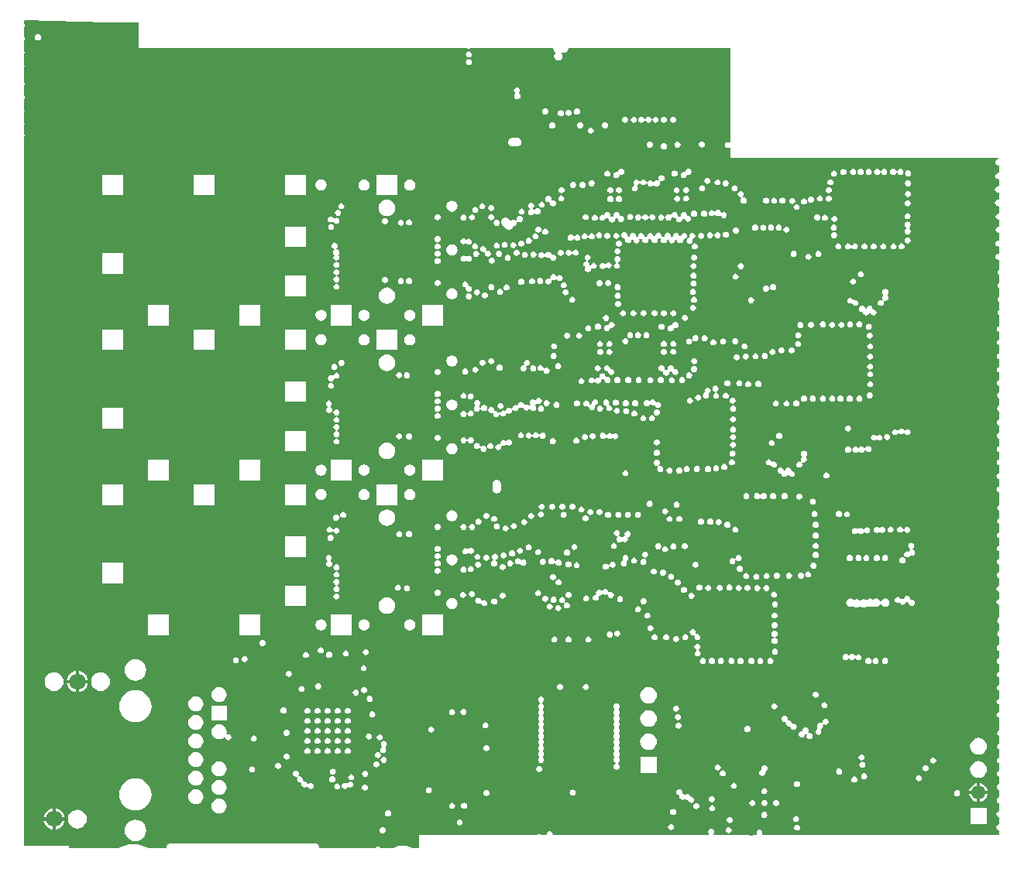
<source format=gbr>
G04*
G04 #@! TF.GenerationSoftware,Altium Limited,Altium Designer,24.2.2 (26)*
G04*
G04 Layer_Physical_Order=6*
G04 Layer_Color=8388736*
%FSLAX25Y25*%
%MOIN*%
G70*
G04*
G04 #@! TF.SameCoordinates,83FD6BF8-7FB9-4712-9294-79CC625926FD*
G04*
G04*
G04 #@! TF.FilePolarity,Positive*
G04*
G01*
G75*
%ADD157C,0.06102*%
%ADD161C,0.07087*%
%ADD165C,0.01600*%
G36*
X12992Y-9843D02*
X26772D01*
Y-20898D01*
X168240D01*
X168390Y-20999D01*
X168898Y-21100D01*
X169405Y-20999D01*
X169555Y-20898D01*
X205118D01*
X205177Y-20970D01*
X205317Y-21672D01*
X205715Y-22268D01*
X205963Y-22433D01*
X206090Y-22949D01*
X205693Y-23545D01*
X205553Y-24247D01*
X205693Y-24949D01*
X206090Y-25545D01*
X206686Y-25943D01*
X207388Y-26082D01*
X208090Y-25943D01*
X208686Y-25545D01*
X209084Y-24949D01*
X209223Y-24247D01*
X209084Y-23545D01*
X208701Y-22972D01*
X208741Y-22788D01*
X208746Y-22774D01*
X209167Y-22651D01*
X209189Y-22666D01*
X209891Y-22805D01*
X210593Y-22666D01*
X211189Y-22268D01*
X211586Y-21672D01*
X211726Y-20970D01*
X211785Y-20898D01*
X281599D01*
Y-61124D01*
X281099Y-61391D01*
X280926Y-61276D01*
X280419Y-61175D01*
X279912Y-61276D01*
X279482Y-61563D01*
X279195Y-61993D01*
X279094Y-62501D01*
X279195Y-63008D01*
X279482Y-63438D01*
X279912Y-63725D01*
X280419Y-63826D01*
X280926Y-63725D01*
X281099Y-63610D01*
X281599Y-63877D01*
Y-68110D01*
X396723D01*
X396738Y-68151D01*
X396405Y-68707D01*
X396277Y-68733D01*
X395847Y-69020D01*
X395560Y-69450D01*
X395459Y-69957D01*
X395560Y-70465D01*
X395847Y-70895D01*
X396277Y-71182D01*
X396785Y-71283D01*
X396858Y-71268D01*
X397244Y-71586D01*
Y-74217D01*
X396744Y-74619D01*
X396621Y-74594D01*
X396114Y-74695D01*
X395684Y-74982D01*
X395397Y-75412D01*
X395296Y-75920D01*
X395397Y-76427D01*
X395684Y-76857D01*
X396114Y-77144D01*
X396621Y-77245D01*
X396744Y-77221D01*
X397244Y-77622D01*
Y-79912D01*
X396744Y-80314D01*
X396621Y-80289D01*
X396114Y-80390D01*
X395684Y-80678D01*
X395397Y-81108D01*
X395296Y-81615D01*
X395397Y-82122D01*
X395684Y-82552D01*
X396114Y-82839D01*
X396621Y-82940D01*
X396744Y-82916D01*
X397244Y-83318D01*
Y-85671D01*
X396744Y-86073D01*
X396621Y-86049D01*
X396114Y-86150D01*
X395684Y-86437D01*
X395397Y-86867D01*
X395296Y-87374D01*
X395397Y-87881D01*
X395684Y-88311D01*
X396114Y-88599D01*
X396621Y-88700D01*
X396744Y-88675D01*
X397244Y-89077D01*
Y-91708D01*
X396948Y-91952D01*
X396441Y-92053D01*
X396011Y-92340D01*
X395723Y-92770D01*
X395622Y-93277D01*
X395723Y-93784D01*
X396011Y-94214D01*
X396441Y-94502D01*
X396948Y-94603D01*
X397244Y-94846D01*
Y-97404D01*
X396948Y-97647D01*
X396441Y-97748D01*
X396011Y-98035D01*
X395723Y-98465D01*
X395622Y-98972D01*
X395723Y-99480D01*
X396011Y-99910D01*
X396441Y-100197D01*
X396948Y-100298D01*
X397244Y-100541D01*
Y-103306D01*
X396858Y-103624D01*
X396785Y-103609D01*
X396277Y-103710D01*
X395847Y-103997D01*
X395560Y-104427D01*
X395459Y-104935D01*
X395560Y-105442D01*
X395847Y-105872D01*
X396277Y-106159D01*
X396785Y-106260D01*
X396858Y-106246D01*
X397244Y-106563D01*
Y-109002D01*
X396858Y-109319D01*
X396785Y-109304D01*
X396277Y-109405D01*
X395847Y-109693D01*
X395560Y-110123D01*
X395459Y-110630D01*
X395560Y-111137D01*
X395847Y-111567D01*
X396277Y-111855D01*
X396785Y-111955D01*
X396858Y-111941D01*
X397244Y-112258D01*
Y-116093D01*
X396869Y-116343D01*
X396582Y-116773D01*
X396481Y-117281D01*
X396582Y-117788D01*
X396869Y-118218D01*
X397244Y-118468D01*
Y-121788D01*
X396869Y-122039D01*
X396582Y-122469D01*
X396481Y-122976D01*
X396582Y-123483D01*
X396869Y-123913D01*
X397244Y-124164D01*
Y-127692D01*
X397136Y-127714D01*
X396706Y-128001D01*
X396419Y-128431D01*
X396318Y-128938D01*
X396419Y-129446D01*
X396706Y-129876D01*
X397136Y-130163D01*
X397244Y-130184D01*
Y-133387D01*
X397136Y-133409D01*
X396706Y-133696D01*
X396419Y-134126D01*
X396318Y-134634D01*
X396419Y-135141D01*
X396706Y-135571D01*
X397136Y-135858D01*
X397244Y-135880D01*
Y-140577D01*
X397007Y-140624D01*
X396576Y-140911D01*
X396289Y-141341D01*
X396188Y-141849D01*
X396289Y-142356D01*
X396576Y-142786D01*
X397007Y-143073D01*
X397244Y-143120D01*
Y-146272D01*
X397007Y-146319D01*
X396576Y-146607D01*
X396289Y-147037D01*
X396188Y-147544D01*
X396289Y-148051D01*
X396576Y-148481D01*
X397007Y-148768D01*
X397244Y-148816D01*
Y-152202D01*
X396843Y-152281D01*
X396413Y-152569D01*
X396126Y-152999D01*
X396025Y-153506D01*
X396126Y-154013D01*
X396413Y-154443D01*
X396843Y-154731D01*
X397244Y-154810D01*
Y-157897D01*
X396843Y-157977D01*
X396413Y-158264D01*
X396126Y-158694D01*
X396025Y-159201D01*
X396126Y-159709D01*
X396413Y-160139D01*
X396843Y-160426D01*
X397244Y-160506D01*
Y-163656D01*
X396843Y-163736D01*
X396413Y-164023D01*
X396126Y-164453D01*
X396025Y-164961D01*
X396126Y-165468D01*
X396413Y-165898D01*
X396843Y-166185D01*
X397244Y-166265D01*
Y-169130D01*
X397063Y-169165D01*
X396633Y-169453D01*
X396346Y-169883D01*
X396245Y-170390D01*
X396346Y-170897D01*
X396633Y-171327D01*
X397063Y-171615D01*
X397244Y-171651D01*
Y-174825D01*
X397063Y-174861D01*
X396633Y-175148D01*
X396346Y-175578D01*
X396245Y-176085D01*
X396346Y-176593D01*
X396633Y-177023D01*
X397063Y-177310D01*
X397244Y-177346D01*
Y-180754D01*
X396900Y-180823D01*
X396470Y-181110D01*
X396183Y-181540D01*
X396082Y-182047D01*
X396183Y-182555D01*
X396470Y-182985D01*
X396900Y-183272D01*
X397244Y-183341D01*
Y-186450D01*
X396900Y-186518D01*
X396470Y-186806D01*
X396183Y-187236D01*
X396082Y-187743D01*
X396183Y-188250D01*
X396470Y-188680D01*
X396900Y-188967D01*
X397244Y-189036D01*
Y-192209D01*
X396900Y-192277D01*
X396470Y-192565D01*
X396183Y-192995D01*
X396082Y-193502D01*
X396183Y-194009D01*
X396470Y-194439D01*
X396900Y-194727D01*
X397244Y-194795D01*
Y-197904D01*
X396900Y-197973D01*
X396470Y-198260D01*
X396183Y-198690D01*
X396082Y-199197D01*
X396183Y-199705D01*
X396470Y-200135D01*
X396900Y-200422D01*
X397244Y-200490D01*
Y-203834D01*
X396737Y-203935D01*
X396307Y-204222D01*
X396020Y-204652D01*
X395919Y-205159D01*
X396020Y-205667D01*
X396307Y-206097D01*
X396737Y-206384D01*
X397244Y-206485D01*
Y-209529D01*
X396737Y-209630D01*
X396307Y-209918D01*
X396020Y-210348D01*
X395919Y-210855D01*
X396020Y-211362D01*
X396307Y-211792D01*
X396737Y-212079D01*
X397244Y-212180D01*
Y-217644D01*
X397063Y-217680D01*
X396633Y-217967D01*
X396346Y-218397D01*
X396245Y-218904D01*
X396346Y-219412D01*
X396633Y-219842D01*
X397063Y-220129D01*
X397244Y-220165D01*
Y-223339D01*
X397063Y-223375D01*
X396633Y-223662D01*
X396346Y-224093D01*
X396245Y-224600D01*
X396346Y-225107D01*
X396633Y-225537D01*
X397063Y-225824D01*
X397244Y-225860D01*
Y-229269D01*
X396900Y-229337D01*
X396470Y-229625D01*
X396183Y-230055D01*
X396082Y-230562D01*
X396183Y-231069D01*
X396470Y-231499D01*
X396900Y-231786D01*
X397244Y-231855D01*
Y-234964D01*
X396900Y-235033D01*
X396470Y-235320D01*
X396183Y-235750D01*
X396082Y-236257D01*
X396183Y-236765D01*
X396470Y-237194D01*
X396900Y-237482D01*
X397244Y-237550D01*
Y-240723D01*
X396900Y-240792D01*
X396470Y-241079D01*
X396183Y-241509D01*
X396082Y-242016D01*
X396183Y-242524D01*
X396470Y-242954D01*
X396900Y-243241D01*
X397244Y-243309D01*
Y-246419D01*
X396900Y-246487D01*
X396470Y-246775D01*
X396183Y-247204D01*
X396082Y-247712D01*
X396183Y-248219D01*
X396470Y-248649D01*
X396900Y-248936D01*
X397244Y-249005D01*
Y-252348D01*
X396737Y-252449D01*
X396307Y-252737D01*
X396020Y-253167D01*
X395919Y-253674D01*
X396020Y-254181D01*
X396307Y-254611D01*
X396737Y-254899D01*
X397244Y-254999D01*
Y-258044D01*
X396737Y-258145D01*
X396307Y-258432D01*
X396020Y-258862D01*
X395919Y-259369D01*
X396020Y-259876D01*
X396307Y-260307D01*
X396737Y-260594D01*
X397244Y-260695D01*
Y-266196D01*
X397063Y-266232D01*
X396633Y-266520D01*
X396346Y-266950D01*
X396245Y-267457D01*
X396346Y-267964D01*
X396633Y-268394D01*
X397063Y-268681D01*
X397244Y-268717D01*
Y-271892D01*
X397063Y-271928D01*
X396633Y-272215D01*
X396346Y-272645D01*
X396245Y-273152D01*
X396346Y-273659D01*
X396633Y-274089D01*
X397063Y-274377D01*
X397244Y-274413D01*
Y-277821D01*
X396900Y-277890D01*
X396470Y-278177D01*
X396183Y-278607D01*
X396082Y-279114D01*
X396183Y-279622D01*
X396470Y-280052D01*
X396900Y-280339D01*
X397244Y-280407D01*
Y-283517D01*
X396900Y-283585D01*
X396470Y-283872D01*
X396183Y-284302D01*
X396082Y-284810D01*
X396183Y-285317D01*
X396470Y-285747D01*
X396900Y-286034D01*
X397244Y-286103D01*
Y-289276D01*
X396900Y-289344D01*
X396470Y-289632D01*
X396183Y-290062D01*
X396082Y-290569D01*
X396183Y-291076D01*
X396470Y-291506D01*
X396900Y-291793D01*
X397244Y-291862D01*
Y-294971D01*
X396900Y-295040D01*
X396470Y-295327D01*
X396183Y-295757D01*
X396082Y-296264D01*
X396183Y-296772D01*
X396470Y-297201D01*
X396900Y-297489D01*
X397244Y-297557D01*
Y-300901D01*
X396737Y-301002D01*
X396307Y-301289D01*
X396020Y-301719D01*
X395919Y-302226D01*
X396020Y-302734D01*
X396307Y-303164D01*
X396737Y-303451D01*
X397244Y-303552D01*
Y-306596D01*
X396737Y-306697D01*
X396307Y-306984D01*
X396020Y-307415D01*
X395919Y-307922D01*
X396020Y-308429D01*
X396307Y-308859D01*
X396737Y-309146D01*
X397244Y-309247D01*
Y-314711D01*
X397063Y-314747D01*
X396633Y-315034D01*
X396346Y-315464D01*
X396245Y-315971D01*
X396346Y-316478D01*
X396633Y-316909D01*
X397063Y-317196D01*
X397244Y-317232D01*
Y-320406D01*
X397063Y-320442D01*
X396633Y-320729D01*
X396346Y-321159D01*
X396245Y-321667D01*
X396346Y-322174D01*
X396633Y-322604D01*
X397063Y-322891D01*
X397244Y-322927D01*
Y-326336D01*
X396900Y-326404D01*
X396470Y-326692D01*
X396183Y-327122D01*
X396082Y-327629D01*
X396183Y-328136D01*
X396470Y-328566D01*
X396900Y-328853D01*
X397244Y-328922D01*
Y-332031D01*
X396900Y-332100D01*
X396470Y-332387D01*
X396183Y-332817D01*
X396082Y-333324D01*
X396183Y-333831D01*
X396470Y-334261D01*
X396900Y-334549D01*
X397244Y-334617D01*
Y-337790D01*
X396900Y-337859D01*
X396470Y-338146D01*
X396183Y-338576D01*
X396082Y-339083D01*
X396183Y-339591D01*
X396470Y-340021D01*
X396900Y-340308D01*
X397244Y-340376D01*
Y-343486D01*
X396900Y-343554D01*
X396470Y-343841D01*
X396183Y-344271D01*
X396082Y-344779D01*
X396183Y-345286D01*
X396470Y-345716D01*
X396900Y-346003D01*
X397244Y-346072D01*
Y-349415D01*
X396737Y-349516D01*
X396307Y-349804D01*
X396020Y-350234D01*
X395919Y-350741D01*
X396020Y-351248D01*
X396307Y-351678D01*
X396737Y-351965D01*
X397244Y-352066D01*
Y-355111D01*
X396737Y-355212D01*
X396307Y-355499D01*
X396020Y-355929D01*
X395919Y-356436D01*
X396020Y-356943D01*
X396307Y-357373D01*
X396737Y-357661D01*
X397244Y-357762D01*
Y-359783D01*
X295344D01*
X295077Y-359283D01*
X295193Y-359110D01*
X295294Y-358602D01*
X295193Y-358095D01*
X294906Y-357665D01*
X294476Y-357378D01*
X293969Y-357277D01*
X293461Y-357378D01*
X293031Y-357665D01*
X292744Y-358095D01*
X292643Y-358602D01*
X292744Y-359110D01*
X292860Y-359283D01*
X292593Y-359783D01*
X274401D01*
X274272Y-359572D01*
X274189Y-359283D01*
X274428Y-358926D01*
X274529Y-358419D01*
X274428Y-357912D01*
X274140Y-357482D01*
X273710Y-357194D01*
X273203Y-357094D01*
X272696Y-357194D01*
X272266Y-357482D01*
X271978Y-357912D01*
X271878Y-358419D01*
X271978Y-358926D01*
X272217Y-359283D01*
X272134Y-359572D01*
X272005Y-359783D01*
X205281D01*
X204964Y-359397D01*
X204973Y-359353D01*
X204872Y-358846D01*
X204585Y-358416D01*
X204154Y-358129D01*
X203647Y-358028D01*
X203140Y-358129D01*
X202710Y-358416D01*
X202423Y-358846D01*
X202322Y-359353D01*
X202330Y-359397D01*
X202013Y-359783D01*
X200269D01*
X200150Y-359604D01*
X199720Y-359317D01*
X199213Y-359216D01*
X198705Y-359317D01*
X198275Y-359604D01*
X198156Y-359783D01*
X147620D01*
Y-365070D01*
X147320Y-365271D01*
X147161Y-365510D01*
X144622D01*
X144275Y-365277D01*
X144163Y-365231D01*
X144063Y-365164D01*
X142852Y-364663D01*
X142733Y-364639D01*
X142622Y-364593D01*
X141336Y-364337D01*
X141215D01*
X141097Y-364314D01*
X139786D01*
X139668Y-364337D01*
X139547D01*
X138261Y-364593D01*
X138150Y-364639D01*
X138031Y-364663D01*
X136820Y-365164D01*
X136720Y-365231D01*
X136608Y-365277D01*
X136261Y-365510D01*
X132474D01*
X132473Y-365509D01*
X131966Y-365408D01*
X131459Y-365509D01*
X131046Y-365295D01*
X130815Y-364948D01*
X130385Y-364661D01*
X129878Y-364560D01*
X129370Y-364661D01*
X128940Y-364948D01*
X128653Y-365378D01*
X128627Y-365510D01*
X104833D01*
X104479Y-365156D01*
X104480Y-365010D01*
X104468Y-364950D01*
X104474Y-364889D01*
X104464Y-364792D01*
X104412Y-364620D01*
X104377Y-364444D01*
X104302Y-364264D01*
X104302Y-364263D01*
X104179Y-364080D01*
X104037Y-363866D01*
X104037Y-363866D01*
X103899Y-363729D01*
X103899Y-363729D01*
X103899Y-363728D01*
X103502Y-363463D01*
X103502Y-363463D01*
X103502Y-363463D01*
X103322Y-363389D01*
X103145Y-363354D01*
X102973Y-363301D01*
X102876Y-363292D01*
X102815Y-363298D01*
X102756Y-363286D01*
X40512Y-363286D01*
X40452Y-363298D01*
X40392Y-363292D01*
X40294Y-363301D01*
X40122Y-363354D01*
X39946Y-363389D01*
X39766Y-363463D01*
X39766Y-363463D01*
X39369Y-363729D01*
X39231Y-363866D01*
X39231Y-363866D01*
X39099Y-364065D01*
X38966Y-364264D01*
X38966Y-364264D01*
X38891Y-364444D01*
X38856Y-364620D01*
X38804Y-364792D01*
X38794Y-364890D01*
X38800Y-364950D01*
X38788Y-365009D01*
Y-365510D01*
X31051D01*
X30468Y-365153D01*
X28578Y-364370D01*
X26588Y-363892D01*
X24548Y-363731D01*
X22508Y-363892D01*
X20519Y-364370D01*
X18628Y-365153D01*
X18046Y-365510D01*
X-3228D01*
Y-364509D01*
X-22374D01*
Y-58658D01*
X-22297Y-58268D01*
X-22374Y-57878D01*
Y-53933D01*
X-22297Y-53543D01*
X-22374Y-53153D01*
Y-48238D01*
X-22297Y-47848D01*
X-22374Y-47458D01*
Y-42603D01*
X-22234Y-42393D01*
X-22133Y-41886D01*
X-22234Y-41379D01*
X-22374Y-41169D01*
Y-36907D01*
X-22234Y-36698D01*
X-22133Y-36191D01*
X-22234Y-35683D01*
X-22374Y-35474D01*
Y-28736D01*
X-22297Y-28346D01*
X-22374Y-27957D01*
Y-23041D01*
X-22297Y-22651D01*
X-22374Y-22261D01*
Y-17406D01*
X-22234Y-17196D01*
X-22133Y-16689D01*
X-22234Y-16182D01*
X-22374Y-15972D01*
Y-11710D01*
X-22234Y-11501D01*
X-22133Y-10994D01*
X-22234Y-10486D01*
X-22374Y-10277D01*
Y-9198D01*
X-22016Y-8849D01*
X12992Y-9843D01*
D02*
G37*
%LPC*%
G36*
X-16535Y-14816D02*
X-17043Y-14917D01*
X-17473Y-15204D01*
X-17760Y-15634D01*
X-17861Y-16142D01*
X-17760Y-16649D01*
X-17473Y-17079D01*
X-17043Y-17366D01*
X-16535Y-17467D01*
X-16028Y-17366D01*
X-15598Y-17079D01*
X-15311Y-16649D01*
X-15210Y-16142D01*
X-15311Y-15634D01*
X-15598Y-15204D01*
X-16028Y-14917D01*
X-16535Y-14816D01*
D02*
G37*
G36*
X168898Y-22218D02*
X168390Y-22319D01*
X167960Y-22606D01*
X167673Y-23036D01*
X167572Y-23544D01*
X167673Y-24051D01*
X167960Y-24481D01*
X168390Y-24768D01*
X168898Y-24869D01*
X169405Y-24768D01*
X169835Y-24481D01*
X170122Y-24051D01*
X170223Y-23544D01*
X170122Y-23036D01*
X169835Y-22606D01*
X169405Y-22319D01*
X168898Y-22218D01*
D02*
G37*
G36*
Y-25519D02*
X168390Y-25620D01*
X167960Y-25907D01*
X167673Y-26338D01*
X167572Y-26845D01*
X167673Y-27352D01*
X167960Y-27782D01*
X168390Y-28069D01*
X168898Y-28170D01*
X169405Y-28069D01*
X169835Y-27782D01*
X170122Y-27352D01*
X170223Y-26845D01*
X170122Y-26338D01*
X169835Y-25907D01*
X169405Y-25620D01*
X168898Y-25519D01*
D02*
G37*
G36*
X189582Y-37707D02*
X189075Y-37808D01*
X188645Y-38095D01*
X188358Y-38525D01*
X188257Y-39032D01*
X188358Y-39539D01*
X188645Y-39969D01*
X188730Y-40026D01*
X188851Y-40546D01*
X188564Y-40976D01*
X188463Y-41483D01*
X188564Y-41991D01*
X188851Y-42421D01*
X189281Y-42708D01*
X189788Y-42809D01*
X190295Y-42708D01*
X190725Y-42421D01*
X191013Y-41991D01*
X191114Y-41483D01*
X191013Y-40976D01*
X190725Y-40546D01*
X190641Y-40490D01*
X190519Y-39969D01*
X190807Y-39539D01*
X190908Y-39032D01*
X190807Y-38525D01*
X190519Y-38095D01*
X190089Y-37808D01*
X189582Y-37707D01*
D02*
G37*
G36*
X201790Y-46736D02*
X201283Y-46837D01*
X200853Y-47125D01*
X200565Y-47555D01*
X200464Y-48062D01*
X200565Y-48569D01*
X200853Y-48999D01*
X201283Y-49286D01*
X201790Y-49387D01*
X202297Y-49286D01*
X202727Y-48999D01*
X203014Y-48569D01*
X203115Y-48062D01*
X203014Y-47555D01*
X202727Y-47125D01*
X202297Y-46837D01*
X201790Y-46736D01*
D02*
G37*
G36*
X215433Y-46781D02*
X214926Y-46882D01*
X214496Y-47170D01*
X214209Y-47600D01*
X214108Y-48107D01*
X214209Y-48614D01*
X214496Y-49044D01*
X214926Y-49331D01*
X215433Y-49432D01*
X215940Y-49331D01*
X216370Y-49044D01*
X216658Y-48614D01*
X216759Y-48107D01*
X216658Y-47600D01*
X216370Y-47170D01*
X215940Y-46882D01*
X215433Y-46781D01*
D02*
G37*
G36*
X211793Y-47329D02*
X211285Y-47430D01*
X210855Y-47717D01*
X210568Y-48147D01*
X210467Y-48654D01*
X210568Y-49162D01*
X210855Y-49592D01*
X211285Y-49879D01*
X211793Y-49980D01*
X212300Y-49879D01*
X212730Y-49592D01*
X213017Y-49162D01*
X213118Y-48654D01*
X213017Y-48147D01*
X212730Y-47717D01*
X212300Y-47430D01*
X211793Y-47329D01*
D02*
G37*
G36*
X208489Y-47502D02*
X207982Y-47603D01*
X207552Y-47890D01*
X207264Y-48320D01*
X207163Y-48828D01*
X207264Y-49335D01*
X207552Y-49765D01*
X207982Y-50052D01*
X208489Y-50153D01*
X208996Y-50052D01*
X209426Y-49765D01*
X209713Y-49335D01*
X209814Y-48828D01*
X209713Y-48320D01*
X209426Y-47890D01*
X208996Y-47603D01*
X208489Y-47502D01*
D02*
G37*
G36*
X246193Y-50322D02*
X245686Y-50423D01*
X245256Y-50710D01*
X244969Y-51140D01*
X244920Y-51386D01*
X244410D01*
X244367Y-51171D01*
X244080Y-50741D01*
X243650Y-50454D01*
X243143Y-50353D01*
X242636Y-50454D01*
X242206Y-50741D01*
X241918Y-51171D01*
X241817Y-51679D01*
X241918Y-52186D01*
X242206Y-52616D01*
X242636Y-52903D01*
X243143Y-53004D01*
X243650Y-52903D01*
X244080Y-52616D01*
X244367Y-52186D01*
X244416Y-51940D01*
X244926D01*
X244969Y-52154D01*
X245256Y-52584D01*
X245686Y-52872D01*
X246193Y-52973D01*
X246701Y-52872D01*
X247130Y-52584D01*
X247418Y-52154D01*
X247463Y-51927D01*
X247973D01*
X248025Y-52186D01*
X248312Y-52616D01*
X248742Y-52903D01*
X249249Y-53004D01*
X249756Y-52903D01*
X250186Y-52616D01*
X250474Y-52186D01*
X250574Y-51679D01*
X250474Y-51171D01*
X250186Y-50741D01*
X249756Y-50454D01*
X249249Y-50353D01*
X248742Y-50454D01*
X248312Y-50741D01*
X248025Y-51171D01*
X247979Y-51399D01*
X247469D01*
X247418Y-51140D01*
X247130Y-50710D01*
X246701Y-50423D01*
X246193Y-50322D01*
D02*
G37*
G36*
X256886Y-50353D02*
X256379Y-50454D01*
X255949Y-50741D01*
X255662Y-51171D01*
X255561Y-51679D01*
X255662Y-52186D01*
X255949Y-52616D01*
X256379Y-52903D01*
X256886Y-53004D01*
X257393Y-52903D01*
X257823Y-52616D01*
X258111Y-52186D01*
X258211Y-51679D01*
X258111Y-51171D01*
X257823Y-50741D01*
X257393Y-50454D01*
X256886Y-50353D01*
D02*
G37*
G36*
X252831D02*
X252324Y-50454D01*
X251894Y-50741D01*
X251606Y-51171D01*
X251505Y-51679D01*
X251606Y-52186D01*
X251894Y-52616D01*
X252324Y-52903D01*
X252831Y-53004D01*
X253338Y-52903D01*
X253768Y-52616D01*
X254055Y-52186D01*
X254156Y-51679D01*
X254055Y-51171D01*
X253768Y-50741D01*
X253338Y-50454D01*
X252831Y-50353D01*
D02*
G37*
G36*
X239909D02*
X239402Y-50454D01*
X238972Y-50741D01*
X238684Y-51171D01*
X238583Y-51679D01*
X238684Y-52186D01*
X238972Y-52616D01*
X239402Y-52903D01*
X239909Y-53004D01*
X240416Y-52903D01*
X240846Y-52616D01*
X241133Y-52186D01*
X241234Y-51679D01*
X241133Y-51171D01*
X240846Y-50741D01*
X240416Y-50454D01*
X239909Y-50353D01*
D02*
G37*
G36*
X236068D02*
X235561Y-50454D01*
X235131Y-50741D01*
X234843Y-51171D01*
X234743Y-51679D01*
X234843Y-52186D01*
X235131Y-52616D01*
X235561Y-52903D01*
X236068Y-53004D01*
X236575Y-52903D01*
X237005Y-52616D01*
X237293Y-52186D01*
X237394Y-51679D01*
X237293Y-51171D01*
X237005Y-50741D01*
X236575Y-50454D01*
X236068Y-50353D01*
D02*
G37*
G36*
X227476Y-52755D02*
X226969Y-52856D01*
X226539Y-53143D01*
X226251Y-53573D01*
X226150Y-54080D01*
X226251Y-54588D01*
X226539Y-55018D01*
X226969Y-55305D01*
X227476Y-55406D01*
X227983Y-55305D01*
X228413Y-55018D01*
X228700Y-54588D01*
X228801Y-54080D01*
X228700Y-53573D01*
X228413Y-53143D01*
X227983Y-52856D01*
X227476Y-52755D01*
D02*
G37*
G36*
X216771D02*
X216264Y-52856D01*
X215833Y-53143D01*
X215546Y-53573D01*
X215445Y-54080D01*
X215546Y-54588D01*
X215833Y-55018D01*
X216264Y-55305D01*
X216771Y-55406D01*
X217278Y-55305D01*
X217708Y-55018D01*
X217995Y-54588D01*
X218096Y-54080D01*
X217995Y-53573D01*
X217708Y-53143D01*
X217278Y-52856D01*
X216771Y-52755D01*
D02*
G37*
G36*
X204772Y-52808D02*
X204264Y-52909D01*
X203834Y-53197D01*
X203547Y-53627D01*
X203446Y-54134D01*
X203547Y-54641D01*
X203834Y-55071D01*
X204264Y-55358D01*
X204772Y-55459D01*
X205279Y-55358D01*
X205709Y-55071D01*
X205996Y-54641D01*
X206097Y-54134D01*
X205996Y-53627D01*
X205709Y-53197D01*
X205279Y-52909D01*
X204772Y-52808D01*
D02*
G37*
G36*
X221354Y-54950D02*
X220846Y-55050D01*
X220416Y-55338D01*
X220129Y-55768D01*
X220028Y-56275D01*
X220129Y-56782D01*
X220416Y-57212D01*
X220846Y-57500D01*
X221354Y-57601D01*
X221861Y-57500D01*
X222291Y-57212D01*
X222578Y-56782D01*
X222679Y-56275D01*
X222578Y-55768D01*
X222291Y-55338D01*
X221861Y-55050D01*
X221354Y-54950D01*
D02*
G37*
G36*
X190038Y-59442D02*
X187421Y-59442D01*
X187321Y-59483D01*
X187214D01*
X186736Y-59681D01*
X186660Y-59757D01*
X186560Y-59798D01*
X186195Y-60164D01*
X186153Y-60263D01*
X186077Y-60339D01*
X185879Y-60817D01*
Y-60925D01*
X185838Y-61024D01*
Y-61542D01*
X185879Y-61641D01*
Y-61749D01*
X186077Y-62226D01*
X186153Y-62303D01*
X186195Y-62402D01*
X186560Y-62768D01*
X186660Y-62809D01*
X186736Y-62885D01*
X187214Y-63083D01*
X187321D01*
X187421Y-63124D01*
X189779Y-63124D01*
X189779Y-63124D01*
X190038D01*
X190137Y-63083D01*
X190245D01*
X190723Y-62885D01*
X190799Y-62809D01*
X190898Y-62768D01*
X191264Y-62402D01*
X191305Y-62303D01*
X191381Y-62226D01*
X191579Y-61749D01*
Y-61641D01*
X191621Y-61542D01*
Y-61024D01*
X191579Y-60925D01*
Y-60817D01*
X191381Y-60339D01*
X191305Y-60263D01*
X191264Y-60164D01*
X190898Y-59798D01*
X190799Y-59757D01*
X190723Y-59681D01*
X190245Y-59483D01*
X190137D01*
X190038Y-59442D01*
D02*
G37*
G36*
X269158Y-60978D02*
X268651Y-61079D01*
X268221Y-61366D01*
X267934Y-61796D01*
X267833Y-62303D01*
X267934Y-62810D01*
X268221Y-63240D01*
X268651Y-63528D01*
X269158Y-63629D01*
X269666Y-63528D01*
X270095Y-63240D01*
X270383Y-62810D01*
X270484Y-62303D01*
X270383Y-61796D01*
X270095Y-61366D01*
X269666Y-61079D01*
X269158Y-60978D01*
D02*
G37*
G36*
X258659Y-61076D02*
X258152Y-61177D01*
X257722Y-61464D01*
X257434Y-61894D01*
X257333Y-62401D01*
X257434Y-62909D01*
X257722Y-63339D01*
X258152Y-63626D01*
X258659Y-63727D01*
X259166Y-63626D01*
X259596Y-63339D01*
X259883Y-62909D01*
X259984Y-62401D01*
X259883Y-61894D01*
X259596Y-61464D01*
X259166Y-61177D01*
X258659Y-61076D01*
D02*
G37*
G36*
X246744D02*
X246237Y-61177D01*
X245807Y-61464D01*
X245520Y-61894D01*
X245419Y-62401D01*
X245520Y-62909D01*
X245807Y-63339D01*
X246237Y-63626D01*
X246744Y-63727D01*
X247251Y-63626D01*
X247681Y-63339D01*
X247969Y-62909D01*
X248070Y-62401D01*
X247969Y-61894D01*
X247681Y-61464D01*
X247251Y-61177D01*
X246744Y-61076D01*
D02*
G37*
G36*
X252831Y-61765D02*
X252324Y-61866D01*
X251894Y-62153D01*
X251606Y-62583D01*
X251505Y-63090D01*
X251606Y-63598D01*
X251894Y-64028D01*
X252324Y-64315D01*
X252831Y-64416D01*
X253338Y-64315D01*
X253768Y-64028D01*
X254055Y-63598D01*
X254156Y-63090D01*
X254055Y-62583D01*
X253768Y-62153D01*
X253338Y-61866D01*
X252831Y-61765D01*
D02*
G37*
G36*
X347636Y-72772D02*
X347129Y-72873D01*
X346698Y-73160D01*
X346411Y-73590D01*
X346381Y-73743D01*
X345871D01*
X345841Y-73590D01*
X345554Y-73160D01*
X345124Y-72873D01*
X344616Y-72772D01*
X344109Y-72873D01*
X343679Y-73160D01*
X343392Y-73590D01*
X343291Y-74098D01*
X343392Y-74605D01*
X343679Y-75035D01*
X344109Y-75322D01*
X344616Y-75423D01*
X345124Y-75322D01*
X345554Y-75035D01*
X345841Y-74605D01*
X345871Y-74453D01*
X346381D01*
X346411Y-74605D01*
X346698Y-75035D01*
X347129Y-75322D01*
X347636Y-75423D01*
X348143Y-75322D01*
X348573Y-75035D01*
X348860Y-74605D01*
X348961Y-74098D01*
X348860Y-73590D01*
X348573Y-73160D01*
X348143Y-72873D01*
X347636Y-72772D01*
D02*
G37*
G36*
X354581D02*
X354074Y-72873D01*
X353644Y-73160D01*
X353357Y-73590D01*
X353283Y-73963D01*
X352773D01*
X352699Y-73590D01*
X352412Y-73160D01*
X351982Y-72873D01*
X351474Y-72772D01*
X350967Y-72873D01*
X350537Y-73160D01*
X350250Y-73590D01*
X350149Y-74098D01*
X350250Y-74605D01*
X350537Y-75035D01*
X350967Y-75322D01*
X351474Y-75423D01*
X351982Y-75322D01*
X352412Y-75035D01*
X352699Y-74605D01*
X352773Y-74233D01*
X353283D01*
X353357Y-74605D01*
X353644Y-75035D01*
X354074Y-75322D01*
X354581Y-75423D01*
X355089Y-75322D01*
X355519Y-75035D01*
X355806Y-74605D01*
X355907Y-74098D01*
X355806Y-73590D01*
X355519Y-73160D01*
X355089Y-72873D01*
X354581Y-72772D01*
D02*
G37*
G36*
X263375D02*
X262868Y-72873D01*
X262438Y-73160D01*
X262151Y-73590D01*
X262100Y-73846D01*
X261924Y-74127D01*
X261562Y-74210D01*
X261330Y-74164D01*
X260823Y-74265D01*
X260393Y-74552D01*
X260106Y-74982D01*
X260005Y-75489D01*
X260106Y-75996D01*
X260393Y-76426D01*
X260823Y-76714D01*
X261330Y-76815D01*
X261838Y-76714D01*
X262268Y-76426D01*
X262555Y-75996D01*
X262606Y-75741D01*
X262782Y-75460D01*
X263143Y-75377D01*
X263375Y-75423D01*
X263882Y-75322D01*
X264313Y-75035D01*
X264600Y-74605D01*
X264701Y-74098D01*
X264600Y-73590D01*
X264313Y-73160D01*
X263882Y-72873D01*
X263375Y-72772D01*
D02*
G37*
G36*
X234448Y-72812D02*
X233941Y-72913D01*
X233510Y-73200D01*
X233223Y-73630D01*
X233172Y-73885D01*
X232996Y-74166D01*
X232635Y-74249D01*
X232403Y-74203D01*
X231896Y-74304D01*
X231466Y-74591D01*
X231178Y-75021D01*
X231077Y-75529D01*
X231178Y-76036D01*
X231466Y-76466D01*
X231896Y-76753D01*
X232403Y-76854D01*
X232910Y-76753D01*
X233340Y-76466D01*
X233627Y-76036D01*
X233678Y-75781D01*
X233854Y-75500D01*
X234216Y-75417D01*
X234448Y-75463D01*
X234955Y-75362D01*
X235385Y-75074D01*
X235672Y-74645D01*
X235773Y-74137D01*
X235672Y-73630D01*
X235385Y-73200D01*
X234955Y-72913D01*
X234448Y-72812D01*
D02*
G37*
G36*
X337485Y-72772D02*
X336978Y-72873D01*
X336548Y-73160D01*
X336261Y-73590D01*
X336160Y-74098D01*
X336261Y-74605D01*
X336548Y-75035D01*
X336978Y-75322D01*
X337485Y-75423D01*
X337992Y-75322D01*
X338422Y-75035D01*
X338710Y-74605D01*
X338810Y-74098D01*
X338710Y-73590D01*
X338422Y-73160D01*
X337992Y-72873D01*
X337485Y-72772D01*
D02*
G37*
G36*
X334282D02*
X333775Y-72873D01*
X333345Y-73160D01*
X333057Y-73590D01*
X332957Y-74098D01*
X333057Y-74605D01*
X333345Y-75035D01*
X333775Y-75322D01*
X334282Y-75423D01*
X334789Y-75322D01*
X335219Y-75035D01*
X335507Y-74605D01*
X335608Y-74098D01*
X335507Y-73590D01*
X335219Y-73160D01*
X334789Y-72873D01*
X334282Y-72772D01*
D02*
G37*
G36*
X341028Y-72789D02*
X340521Y-72890D01*
X340091Y-73178D01*
X339804Y-73608D01*
X339703Y-74115D01*
X339804Y-74622D01*
X340091Y-75052D01*
X340521Y-75340D01*
X341028Y-75440D01*
X341536Y-75340D01*
X341966Y-75052D01*
X342253Y-74622D01*
X342354Y-74115D01*
X342253Y-73608D01*
X341966Y-73178D01*
X341536Y-72890D01*
X341028Y-72789D01*
D02*
G37*
G36*
X330082Y-72829D02*
X329575Y-72930D01*
X329145Y-73217D01*
X328857Y-73647D01*
X328756Y-74155D01*
X328857Y-74662D01*
X329145Y-75092D01*
X329575Y-75379D01*
X330082Y-75480D01*
X330589Y-75379D01*
X331019Y-75092D01*
X331307Y-74662D01*
X331407Y-74155D01*
X331307Y-73647D01*
X331019Y-73217D01*
X330589Y-72930D01*
X330082Y-72829D01*
D02*
G37*
G36*
X357874Y-73478D02*
X357367Y-73579D01*
X356937Y-73866D01*
X356649Y-74296D01*
X356549Y-74803D01*
X356649Y-75310D01*
X356937Y-75740D01*
X357367Y-76028D01*
X357874Y-76129D01*
X358381Y-76028D01*
X358811Y-75740D01*
X359099Y-75310D01*
X359200Y-74803D01*
X359099Y-74296D01*
X358811Y-73866D01*
X358381Y-73579D01*
X357874Y-73478D01*
D02*
G37*
G36*
X257430Y-73510D02*
X256923Y-73611D01*
X256493Y-73898D01*
X256206Y-74328D01*
X256105Y-74836D01*
X256206Y-75343D01*
X256493Y-75773D01*
X256923Y-76060D01*
X257430Y-76161D01*
X257937Y-76060D01*
X258367Y-75773D01*
X258655Y-75343D01*
X258755Y-74836D01*
X258655Y-74328D01*
X258367Y-73898D01*
X257937Y-73611D01*
X257430Y-73510D01*
D02*
G37*
G36*
X228503Y-73550D02*
X227995Y-73651D01*
X227565Y-73938D01*
X227278Y-74368D01*
X227177Y-74875D01*
X227278Y-75382D01*
X227565Y-75813D01*
X227995Y-76100D01*
X228503Y-76201D01*
X229010Y-76100D01*
X229440Y-75813D01*
X229727Y-75382D01*
X229828Y-74875D01*
X229727Y-74368D01*
X229440Y-73938D01*
X229010Y-73651D01*
X228503Y-73550D01*
D02*
G37*
G36*
X326034Y-73552D02*
X325526Y-73653D01*
X325097Y-73941D01*
X324809Y-74371D01*
X324708Y-74878D01*
X324809Y-75385D01*
X325097Y-75815D01*
X325526Y-76102D01*
X326034Y-76203D01*
X326541Y-76102D01*
X326971Y-75815D01*
X327258Y-75385D01*
X327359Y-74878D01*
X327258Y-74371D01*
X326971Y-73941D01*
X326541Y-73653D01*
X326034Y-73552D01*
D02*
G37*
G36*
X251792Y-75513D02*
X251285Y-75614D01*
X250855Y-75901D01*
X250568Y-76331D01*
X250467Y-76838D01*
X250568Y-77345D01*
X250699Y-77542D01*
X250339Y-77902D01*
X250267Y-77854D01*
X249759Y-77753D01*
X249252Y-77854D01*
X248822Y-78141D01*
X248628Y-78431D01*
X248558Y-78453D01*
X248144D01*
X248073Y-78431D01*
X247880Y-78141D01*
X247449Y-77854D01*
X246942Y-77753D01*
X246435Y-77854D01*
X246005Y-78141D01*
X245783Y-78474D01*
X245382Y-78461D01*
X245262Y-78421D01*
X245197Y-78090D01*
X244909Y-77660D01*
X244479Y-77373D01*
X243972Y-77272D01*
X243465Y-77373D01*
X243035Y-77660D01*
X242747Y-78090D01*
X242731Y-78174D01*
X242221D01*
X242204Y-78090D01*
X241917Y-77660D01*
X241487Y-77373D01*
X240980Y-77272D01*
X240473Y-77373D01*
X240042Y-77660D01*
X239755Y-78090D01*
X239654Y-78597D01*
X239755Y-79105D01*
X239978Y-79438D01*
X239886Y-79868D01*
X239835Y-79977D01*
X239405Y-80264D01*
X239118Y-80694D01*
X239017Y-81201D01*
X239118Y-81709D01*
X239405Y-82139D01*
X239835Y-82426D01*
X240342Y-82527D01*
X240850Y-82426D01*
X241280Y-82139D01*
X241567Y-81709D01*
X241668Y-81201D01*
X241567Y-80694D01*
X241344Y-80360D01*
X241436Y-79931D01*
X241487Y-79822D01*
X241917Y-79535D01*
X242204Y-79105D01*
X242221Y-79021D01*
X242731D01*
X242747Y-79105D01*
X243035Y-79535D01*
X243465Y-79822D01*
X243972Y-79923D01*
X244479Y-79822D01*
X244909Y-79535D01*
X245131Y-79202D01*
X245532Y-79215D01*
X245652Y-79255D01*
X245718Y-79586D01*
X246005Y-80016D01*
X246435Y-80303D01*
X246942Y-80404D01*
X247449Y-80303D01*
X247880Y-80016D01*
X248073Y-79726D01*
X248144Y-79705D01*
X248558D01*
X248628Y-79726D01*
X248822Y-80016D01*
X249252Y-80303D01*
X249759Y-80404D01*
X250267Y-80303D01*
X250696Y-80016D01*
X250984Y-79586D01*
X251085Y-79079D01*
X250984Y-78571D01*
X250852Y-78375D01*
X251213Y-78015D01*
X251285Y-78063D01*
X251792Y-78164D01*
X252299Y-78063D01*
X252730Y-77775D01*
X253017Y-77345D01*
X253118Y-76838D01*
X253017Y-76331D01*
X252730Y-75901D01*
X252299Y-75614D01*
X251792Y-75513D01*
D02*
G37*
G36*
X271554Y-76623D02*
X271046Y-76724D01*
X270616Y-77011D01*
X270329Y-77441D01*
X270228Y-77948D01*
X270329Y-78456D01*
X270616Y-78886D01*
X271046Y-79173D01*
X271554Y-79274D01*
X272061Y-79173D01*
X272491Y-78886D01*
X272778Y-78456D01*
X272879Y-77948D01*
X272778Y-77441D01*
X272491Y-77011D01*
X272061Y-76724D01*
X271554Y-76623D01*
D02*
G37*
G36*
X324513Y-77272D02*
X324006Y-77373D01*
X323576Y-77660D01*
X323289Y-78090D01*
X323188Y-78597D01*
X323289Y-79105D01*
X323576Y-79535D01*
X324006Y-79822D01*
X324513Y-79923D01*
X325021Y-79822D01*
X325451Y-79535D01*
X325738Y-79105D01*
X325839Y-78597D01*
X325738Y-78090D01*
X325451Y-77660D01*
X325021Y-77373D01*
X324513Y-77272D01*
D02*
G37*
G36*
X275914D02*
X275407Y-77373D01*
X274976Y-77660D01*
X274689Y-78090D01*
X274588Y-78597D01*
X274689Y-79105D01*
X274976Y-79535D01*
X275407Y-79822D01*
X275914Y-79923D01*
X276421Y-79822D01*
X276851Y-79535D01*
X277138Y-79105D01*
X277239Y-78597D01*
X277138Y-78090D01*
X276851Y-77660D01*
X276421Y-77373D01*
X275914Y-77272D01*
D02*
G37*
G36*
X357874Y-77753D02*
X357367Y-77854D01*
X356937Y-78141D01*
X356649Y-78571D01*
X356549Y-79079D01*
X356649Y-79586D01*
X356937Y-80016D01*
X357367Y-80303D01*
X357874Y-80404D01*
X358381Y-80303D01*
X358811Y-80016D01*
X359099Y-79586D01*
X359200Y-79079D01*
X359099Y-78571D01*
X358811Y-78141D01*
X358381Y-77854D01*
X357874Y-77753D01*
D02*
G37*
G36*
X279408D02*
X278901Y-77854D01*
X278471Y-78141D01*
X278183Y-78571D01*
X278082Y-79079D01*
X278183Y-79586D01*
X278471Y-80016D01*
X278901Y-80303D01*
X279408Y-80404D01*
X279915Y-80303D01*
X280345Y-80016D01*
X280632Y-79586D01*
X280733Y-79079D01*
X280632Y-78571D01*
X280345Y-78141D01*
X279915Y-77854D01*
X279408Y-77753D01*
D02*
G37*
G36*
X221710D02*
X221202Y-77854D01*
X220773Y-78141D01*
X220485Y-78571D01*
X220384Y-79079D01*
X220485Y-79586D01*
X220773Y-80016D01*
X221202Y-80303D01*
X221710Y-80404D01*
X222217Y-80303D01*
X222647Y-80016D01*
X222934Y-79586D01*
X223035Y-79079D01*
X222934Y-78571D01*
X222647Y-78141D01*
X222217Y-77854D01*
X221710Y-77753D01*
D02*
G37*
G36*
X213709Y-78383D02*
X213202Y-78484D01*
X212772Y-78771D01*
X212485Y-79201D01*
X212384Y-79708D01*
X212485Y-80216D01*
X212772Y-80646D01*
X213202Y-80933D01*
X213709Y-81034D01*
X214217Y-80933D01*
X214647Y-80646D01*
X214934Y-80216D01*
X215035Y-79708D01*
X214934Y-79201D01*
X214647Y-78771D01*
X214217Y-78484D01*
X213709Y-78383D01*
D02*
G37*
G36*
X217824Y-78403D02*
X217317Y-78504D01*
X216887Y-78791D01*
X216599Y-79221D01*
X216499Y-79728D01*
X216599Y-80235D01*
X216887Y-80665D01*
X217317Y-80953D01*
X217824Y-81054D01*
X218331Y-80953D01*
X218761Y-80665D01*
X219049Y-80235D01*
X219150Y-79728D01*
X219049Y-79221D01*
X218761Y-78791D01*
X218331Y-78504D01*
X217824Y-78403D01*
D02*
G37*
G36*
X143511Y-77292D02*
X142586Y-77476D01*
X141802Y-78000D01*
X141279Y-78784D01*
X141095Y-79708D01*
X141279Y-80633D01*
X141802Y-81417D01*
X142586Y-81941D01*
X143511Y-82125D01*
X144436Y-81941D01*
X145220Y-81417D01*
X145744Y-80633D01*
X145928Y-79708D01*
X145744Y-78784D01*
X145220Y-78000D01*
X144436Y-77476D01*
X143511Y-77292D01*
D02*
G37*
G36*
X123826D02*
X122901Y-77476D01*
X122117Y-78000D01*
X121593Y-78784D01*
X121409Y-79708D01*
X121593Y-80633D01*
X122117Y-81417D01*
X122901Y-81941D01*
X123826Y-82125D01*
X124751Y-81941D01*
X125535Y-81417D01*
X126059Y-80633D01*
X126242Y-79708D01*
X126059Y-78784D01*
X125535Y-78000D01*
X124751Y-77476D01*
X123826Y-77292D01*
D02*
G37*
G36*
X105322D02*
X104397Y-77476D01*
X103613Y-78000D01*
X103089Y-78784D01*
X102906Y-79708D01*
X103089Y-80633D01*
X103613Y-81417D01*
X104397Y-81941D01*
X105322Y-82125D01*
X106247Y-81941D01*
X107031Y-81417D01*
X107555Y-80633D01*
X107739Y-79708D01*
X107555Y-78784D01*
X107031Y-78000D01*
X106247Y-77476D01*
X105322Y-77292D01*
D02*
G37*
G36*
X283238Y-79836D02*
X282731Y-79937D01*
X282301Y-80225D01*
X282014Y-80655D01*
X281913Y-81162D01*
X282014Y-81669D01*
X282301Y-82099D01*
X282731Y-82386D01*
X283238Y-82487D01*
X283746Y-82386D01*
X284176Y-82099D01*
X284463Y-81669D01*
X284564Y-81162D01*
X284463Y-80655D01*
X284176Y-80225D01*
X283746Y-79937D01*
X283238Y-79836D01*
D02*
G37*
G36*
X269270D02*
X268763Y-79937D01*
X268333Y-80225D01*
X268045Y-80655D01*
X267945Y-81162D01*
X268045Y-81669D01*
X268333Y-82099D01*
X268763Y-82386D01*
X269270Y-82487D01*
X269777Y-82386D01*
X270207Y-82099D01*
X270495Y-81669D01*
X270595Y-81162D01*
X270495Y-80655D01*
X270207Y-80225D01*
X269777Y-79937D01*
X269270Y-79836D01*
D02*
G37*
G36*
X323779Y-80632D02*
X323272Y-80732D01*
X322842Y-81020D01*
X322554Y-81450D01*
X322453Y-81957D01*
X322554Y-82464D01*
X322842Y-82894D01*
X323272Y-83182D01*
X323779Y-83283D01*
X324286Y-83182D01*
X324716Y-82894D01*
X325004Y-82464D01*
X325104Y-81957D01*
X325004Y-81450D01*
X324716Y-81020D01*
X324286Y-80732D01*
X323779Y-80632D01*
D02*
G37*
G36*
X262402D02*
X261894Y-80732D01*
X261465Y-81020D01*
X261177Y-81450D01*
X261076Y-81957D01*
X261177Y-82464D01*
X261465Y-82894D01*
X261894Y-83182D01*
X262402Y-83283D01*
X262909Y-83182D01*
X263339Y-82894D01*
X263626Y-82464D01*
X263727Y-81957D01*
X263626Y-81450D01*
X263339Y-81020D01*
X262909Y-80732D01*
X262402Y-80632D01*
D02*
G37*
G36*
X258302D02*
X257795Y-80732D01*
X257365Y-81020D01*
X257078Y-81450D01*
X256977Y-81957D01*
X257078Y-82464D01*
X257365Y-82894D01*
X257795Y-83182D01*
X258302Y-83283D01*
X258809Y-83182D01*
X259240Y-82894D01*
X259527Y-82464D01*
X259628Y-81957D01*
X259527Y-81450D01*
X259240Y-81020D01*
X258809Y-80732D01*
X258302Y-80632D01*
D02*
G37*
G36*
X233474D02*
X232967Y-80732D01*
X232537Y-81020D01*
X232250Y-81450D01*
X232149Y-81957D01*
X232250Y-82464D01*
X232537Y-82894D01*
X232967Y-83182D01*
X233474Y-83283D01*
X233981Y-83182D01*
X234412Y-82894D01*
X234699Y-82464D01*
X234800Y-81957D01*
X234699Y-81450D01*
X234412Y-81020D01*
X233981Y-80732D01*
X233474Y-80632D01*
D02*
G37*
G36*
X229823D02*
X229316Y-80732D01*
X228886Y-81020D01*
X228599Y-81450D01*
X228498Y-81957D01*
X228599Y-82464D01*
X228886Y-82894D01*
X229316Y-83182D01*
X229823Y-83283D01*
X230331Y-83182D01*
X230761Y-82894D01*
X231048Y-82464D01*
X231149Y-81957D01*
X231048Y-81450D01*
X230761Y-81020D01*
X230331Y-80732D01*
X229823Y-80632D01*
D02*
G37*
G36*
X208784Y-80666D02*
X208277Y-80767D01*
X207847Y-81055D01*
X207559Y-81485D01*
X207459Y-81992D01*
X207559Y-82499D01*
X207847Y-82929D01*
X208277Y-83216D01*
X208784Y-83317D01*
X209291Y-83216D01*
X209721Y-82929D01*
X210009Y-82499D01*
X210110Y-81992D01*
X210009Y-81485D01*
X209721Y-81055D01*
X209291Y-80767D01*
X208784Y-80666D01*
D02*
G37*
G36*
X138105Y-75291D02*
X129232D01*
Y-84165D01*
X138105D01*
Y-75291D01*
D02*
G37*
G36*
X98735D02*
X89862D01*
Y-84165D01*
X98735D01*
Y-75291D01*
D02*
G37*
G36*
X59365D02*
X50491D01*
Y-84165D01*
X59365D01*
Y-75291D01*
D02*
G37*
G36*
X19995D02*
X11121D01*
Y-84165D01*
X19995D01*
Y-75291D01*
D02*
G37*
G36*
X357874Y-82305D02*
X357367Y-82406D01*
X356937Y-82693D01*
X356649Y-83123D01*
X356549Y-83630D01*
X356649Y-84137D01*
X356937Y-84567D01*
X357367Y-84855D01*
X357874Y-84956D01*
X358381Y-84855D01*
X358811Y-84567D01*
X359099Y-84137D01*
X359200Y-83630D01*
X359099Y-83123D01*
X358811Y-82693D01*
X358381Y-82406D01*
X357874Y-82305D01*
D02*
G37*
G36*
X319921Y-84209D02*
X319414Y-84310D01*
X318984Y-84597D01*
X318697Y-85027D01*
X318596Y-85535D01*
X318697Y-86042D01*
X318984Y-86472D01*
X319414Y-86759D01*
X319921Y-86860D01*
X320429Y-86759D01*
X320859Y-86472D01*
X321146Y-86042D01*
X321247Y-85535D01*
X321146Y-85027D01*
X320859Y-84597D01*
X320429Y-84310D01*
X319921Y-84209D01*
D02*
G37*
G36*
X208694Y-84246D02*
X208186Y-84347D01*
X207756Y-84634D01*
X207469Y-85064D01*
X207368Y-85571D01*
X207469Y-86079D01*
X207756Y-86509D01*
X208186Y-86796D01*
X208694Y-86897D01*
X209201Y-86796D01*
X209631Y-86509D01*
X209918Y-86079D01*
X210019Y-85571D01*
X209918Y-85064D01*
X209631Y-84634D01*
X209201Y-84347D01*
X208694Y-84246D01*
D02*
G37*
G36*
X262402Y-84273D02*
X261894Y-84374D01*
X261465Y-84662D01*
X261177Y-85092D01*
X261076Y-85599D01*
X261177Y-86106D01*
X261465Y-86536D01*
X261894Y-86823D01*
X262402Y-86924D01*
X262909Y-86823D01*
X263339Y-86536D01*
X263626Y-86106D01*
X263727Y-85599D01*
X263626Y-85092D01*
X263339Y-84662D01*
X262909Y-84374D01*
X262402Y-84273D01*
D02*
G37*
G36*
X323779Y-84313D02*
X323272Y-84414D01*
X322842Y-84701D01*
X322554Y-85131D01*
X322453Y-85638D01*
X322554Y-86146D01*
X322842Y-86576D01*
X323272Y-86863D01*
X323779Y-86964D01*
X324286Y-86863D01*
X324716Y-86576D01*
X325004Y-86146D01*
X325104Y-85638D01*
X325004Y-85131D01*
X324716Y-84701D01*
X324286Y-84414D01*
X323779Y-84313D01*
D02*
G37*
G36*
X258609D02*
X258101Y-84414D01*
X257671Y-84701D01*
X257384Y-85131D01*
X257283Y-85638D01*
X257384Y-86146D01*
X257671Y-86576D01*
X258101Y-86863D01*
X258609Y-86964D01*
X259116Y-86863D01*
X259546Y-86576D01*
X259833Y-86146D01*
X259934Y-85638D01*
X259833Y-85131D01*
X259546Y-84701D01*
X259116Y-84414D01*
X258609Y-84313D01*
D02*
G37*
G36*
X233474Y-84490D02*
X232967Y-84591D01*
X232537Y-84878D01*
X232250Y-85308D01*
X232149Y-85815D01*
X232250Y-86323D01*
X232537Y-86753D01*
X232967Y-87040D01*
X233474Y-87141D01*
X233981Y-87040D01*
X234412Y-86753D01*
X234699Y-86323D01*
X234800Y-85815D01*
X234699Y-85308D01*
X234412Y-84878D01*
X233981Y-84591D01*
X233474Y-84490D01*
D02*
G37*
G36*
X229823D02*
X229316Y-84591D01*
X228886Y-84878D01*
X228599Y-85308D01*
X228498Y-85815D01*
X228599Y-86323D01*
X228886Y-86753D01*
X229316Y-87040D01*
X229823Y-87141D01*
X230331Y-87040D01*
X230761Y-86753D01*
X231048Y-86323D01*
X231149Y-85815D01*
X231048Y-85308D01*
X230761Y-84878D01*
X230331Y-84591D01*
X229823Y-84490D01*
D02*
G37*
G36*
X316110Y-84725D02*
X315603Y-84826D01*
X315173Y-85114D01*
X314886Y-85544D01*
X314785Y-86051D01*
X314886Y-86558D01*
X315173Y-86988D01*
X315603Y-87275D01*
X316110Y-87376D01*
X316618Y-87275D01*
X317048Y-86988D01*
X317335Y-86558D01*
X317436Y-86051D01*
X317335Y-85544D01*
X317048Y-85114D01*
X316618Y-84826D01*
X316110Y-84725D01*
D02*
G37*
G36*
X285956Y-82344D02*
X285449Y-82445D01*
X285019Y-82732D01*
X284732Y-83162D01*
X284631Y-83670D01*
X284732Y-84177D01*
X285019Y-84607D01*
X285449Y-84894D01*
X285956Y-84995D01*
X286204Y-84946D01*
X286399Y-85417D01*
X286212Y-85542D01*
X285924Y-85972D01*
X285823Y-86480D01*
X285924Y-86987D01*
X286212Y-87417D01*
X286642Y-87704D01*
X287149Y-87805D01*
X287656Y-87704D01*
X288086Y-87417D01*
X288373Y-86987D01*
X288474Y-86480D01*
X288373Y-85972D01*
X288086Y-85542D01*
X287656Y-85255D01*
X287149Y-85154D01*
X286901Y-85203D01*
X286706Y-84732D01*
X286894Y-84607D01*
X287181Y-84177D01*
X287282Y-83670D01*
X287181Y-83162D01*
X286894Y-82732D01*
X286464Y-82445D01*
X285956Y-82344D01*
D02*
G37*
G36*
X303850Y-85175D02*
X303343Y-85276D01*
X302913Y-85563D01*
X302626Y-85993D01*
X302525Y-86501D01*
X302626Y-87008D01*
X302913Y-87438D01*
X303343Y-87725D01*
X303850Y-87826D01*
X304357Y-87725D01*
X304787Y-87438D01*
X305075Y-87008D01*
X305176Y-86501D01*
X305075Y-85993D01*
X304787Y-85563D01*
X304357Y-85276D01*
X303850Y-85175D01*
D02*
G37*
G36*
X296827D02*
X296320Y-85276D01*
X295890Y-85563D01*
X295602Y-85993D01*
X295502Y-86501D01*
X295602Y-87008D01*
X295890Y-87438D01*
X296320Y-87725D01*
X296827Y-87826D01*
X297334Y-87725D01*
X297764Y-87438D01*
X298052Y-87008D01*
X298152Y-86501D01*
X298052Y-85993D01*
X297764Y-85563D01*
X297334Y-85276D01*
X296827Y-85175D01*
D02*
G37*
G36*
X300197Y-85242D02*
X299690Y-85343D01*
X299260Y-85630D01*
X298973Y-86060D01*
X298872Y-86567D01*
X298973Y-87075D01*
X299260Y-87505D01*
X299690Y-87792D01*
X300197Y-87893D01*
X300704Y-87792D01*
X301134Y-87505D01*
X301422Y-87075D01*
X301523Y-86567D01*
X301422Y-86060D01*
X301134Y-85630D01*
X300704Y-85343D01*
X300197Y-85242D01*
D02*
G37*
G36*
X308053Y-85281D02*
X307545Y-85382D01*
X307116Y-85669D01*
X306828Y-86099D01*
X306727Y-86607D01*
X306828Y-87114D01*
X307116Y-87544D01*
X307545Y-87831D01*
X308053Y-87932D01*
X308560Y-87831D01*
X308990Y-87544D01*
X309277Y-87114D01*
X309378Y-86607D01*
X309277Y-86099D01*
X308990Y-85669D01*
X308560Y-85382D01*
X308053Y-85281D01*
D02*
G37*
G36*
X313078Y-85592D02*
X312570Y-85693D01*
X312140Y-85980D01*
X311853Y-86410D01*
X311752Y-86918D01*
X311853Y-87425D01*
X312140Y-87855D01*
X312570Y-88142D01*
X313078Y-88243D01*
X313585Y-88142D01*
X314015Y-87855D01*
X314302Y-87425D01*
X314403Y-86918D01*
X314302Y-86410D01*
X314015Y-85980D01*
X313585Y-85693D01*
X313078Y-85592D01*
D02*
G37*
G36*
X357742Y-86289D02*
X357234Y-86390D01*
X356804Y-86677D01*
X356517Y-87107D01*
X356416Y-87615D01*
X356517Y-88122D01*
X356804Y-88552D01*
X357234Y-88839D01*
X357742Y-88940D01*
X358249Y-88839D01*
X358679Y-88552D01*
X358966Y-88122D01*
X359067Y-87615D01*
X358966Y-87107D01*
X358679Y-86677D01*
X358249Y-86390D01*
X357742Y-86289D01*
D02*
G37*
G36*
X203100Y-84490D02*
X202592Y-84591D01*
X202162Y-84878D01*
X201875Y-85308D01*
X201774Y-85815D01*
X201875Y-86323D01*
X202162Y-86753D01*
X202592Y-87040D01*
X203100Y-87141D01*
X203459Y-87069D01*
X203806Y-87325D01*
X203893Y-87450D01*
X203848Y-87675D01*
X203949Y-88182D01*
X204236Y-88612D01*
X204666Y-88900D01*
X205174Y-89001D01*
X205681Y-88900D01*
X206111Y-88612D01*
X206398Y-88182D01*
X206499Y-87675D01*
X206398Y-87168D01*
X206111Y-86738D01*
X205681Y-86450D01*
X205174Y-86350D01*
X204814Y-86421D01*
X204468Y-86165D01*
X204380Y-86040D01*
X204425Y-85815D01*
X204324Y-85308D01*
X204037Y-84878D01*
X203607Y-84591D01*
X203100Y-84490D01*
D02*
G37*
G36*
X200282Y-86926D02*
X199775Y-87027D01*
X199345Y-87315D01*
X199057Y-87745D01*
X198957Y-88252D01*
X199057Y-88759D01*
X199345Y-89189D01*
X199775Y-89476D01*
X200282Y-89577D01*
X200789Y-89476D01*
X201219Y-89189D01*
X201507Y-88759D01*
X201607Y-88252D01*
X201507Y-87745D01*
X201219Y-87315D01*
X200789Y-87027D01*
X200282Y-86926D01*
D02*
G37*
G36*
X174653Y-87556D02*
X174146Y-87657D01*
X173715Y-87945D01*
X173428Y-88375D01*
X173327Y-88882D01*
X173428Y-89389D01*
X173715Y-89819D01*
X174146Y-90106D01*
X174653Y-90207D01*
X175160Y-90106D01*
X175590Y-89819D01*
X175877Y-89389D01*
X175978Y-88882D01*
X175877Y-88375D01*
X175590Y-87945D01*
X175160Y-87657D01*
X174653Y-87556D01*
D02*
G37*
G36*
X113984D02*
X113476Y-87657D01*
X113046Y-87945D01*
X112759Y-88375D01*
X112658Y-88882D01*
X112759Y-89389D01*
X113046Y-89819D01*
X113476Y-90106D01*
X113984Y-90207D01*
X114491Y-90106D01*
X114921Y-89819D01*
X115208Y-89389D01*
X115309Y-88882D01*
X115208Y-88375D01*
X114921Y-87945D01*
X114491Y-87657D01*
X113984Y-87556D01*
D02*
G37*
G36*
X309918Y-87936D02*
X309410Y-88036D01*
X308980Y-88324D01*
X308693Y-88754D01*
X308592Y-89261D01*
X308693Y-89768D01*
X308980Y-90198D01*
X309410Y-90486D01*
X309918Y-90586D01*
X310425Y-90486D01*
X310855Y-90198D01*
X311142Y-89768D01*
X311243Y-89261D01*
X311142Y-88754D01*
X310855Y-88324D01*
X310425Y-88036D01*
X309918Y-87936D01*
D02*
G37*
G36*
X178563Y-88289D02*
X178056Y-88390D01*
X177626Y-88677D01*
X177339Y-89107D01*
X177238Y-89614D01*
X177339Y-90122D01*
X177626Y-90552D01*
X178056Y-90839D01*
X178563Y-90940D01*
X179070Y-90839D01*
X179500Y-90552D01*
X179788Y-90122D01*
X179888Y-89614D01*
X179788Y-89107D01*
X179500Y-88677D01*
X179070Y-88390D01*
X178563Y-88289D01*
D02*
G37*
G36*
X276050Y-90418D02*
X275542Y-90519D01*
X275112Y-90806D01*
X274958Y-91037D01*
X274399Y-91079D01*
X274380Y-91072D01*
X274306Y-90961D01*
X273876Y-90674D01*
X273369Y-90573D01*
X272862Y-90674D01*
X272431Y-90961D01*
X272144Y-91391D01*
X272043Y-91899D01*
X272144Y-92406D01*
X272431Y-92836D01*
X272862Y-93123D01*
X273369Y-93224D01*
X273876Y-93123D01*
X274306Y-92836D01*
X274460Y-92605D01*
X275019Y-92563D01*
X275039Y-92571D01*
X275112Y-92681D01*
X275542Y-92968D01*
X276050Y-93069D01*
X276557Y-92968D01*
X276791Y-92812D01*
X277320Y-92988D01*
X277336Y-93003D01*
X277381Y-93228D01*
X277668Y-93658D01*
X278098Y-93946D01*
X278606Y-94046D01*
X279113Y-93946D01*
X279543Y-93658D01*
X279830Y-93228D01*
X279931Y-92721D01*
X279830Y-92214D01*
X279543Y-91784D01*
X279113Y-91496D01*
X278606Y-91395D01*
X278098Y-91496D01*
X277864Y-91653D01*
X277336Y-91477D01*
X277319Y-91461D01*
X277274Y-91236D01*
X276987Y-90806D01*
X276557Y-90519D01*
X276050Y-90418D01*
D02*
G37*
G36*
X161621Y-86465D02*
X160696Y-86649D01*
X159913Y-87173D01*
X159389Y-87957D01*
X159205Y-88882D01*
X159389Y-89806D01*
X159913Y-90591D01*
X160696Y-91114D01*
X161621Y-91298D01*
X162546Y-91114D01*
X163330Y-90591D01*
X163854Y-89806D01*
X164038Y-88882D01*
X163854Y-87957D01*
X163330Y-87173D01*
X162546Y-86649D01*
X161621Y-86465D01*
D02*
G37*
G36*
X171655Y-89189D02*
X171148Y-89290D01*
X170718Y-89577D01*
X170431Y-90007D01*
X170330Y-90514D01*
X170431Y-91022D01*
X170718Y-91452D01*
X171148Y-91739D01*
X171655Y-91840D01*
X172162Y-91739D01*
X172592Y-91452D01*
X172880Y-91022D01*
X172981Y-90514D01*
X172880Y-90007D01*
X172592Y-89577D01*
X172162Y-89290D01*
X171655Y-89189D01*
D02*
G37*
G36*
X195684Y-87320D02*
X195177Y-87421D01*
X194747Y-87709D01*
X194459Y-88139D01*
X194359Y-88646D01*
X194459Y-89153D01*
X194747Y-89583D01*
X195093Y-89815D01*
X195133Y-90176D01*
X195105Y-90366D01*
X194851Y-90536D01*
X194564Y-90966D01*
X194463Y-91473D01*
X194564Y-91980D01*
X194851Y-92410D01*
X195281Y-92698D01*
X195788Y-92799D01*
X196295Y-92698D01*
X196725Y-92410D01*
X196928Y-92107D01*
X197371Y-92041D01*
X197500Y-92063D01*
X197930Y-92351D01*
X198437Y-92451D01*
X198944Y-92351D01*
X199374Y-92063D01*
X199661Y-91633D01*
X199762Y-91126D01*
X199661Y-90619D01*
X199374Y-90189D01*
X198944Y-89901D01*
X198437Y-89801D01*
X197930Y-89901D01*
X197500Y-90189D01*
X197297Y-90491D01*
X196854Y-90558D01*
X196725Y-90536D01*
X196379Y-90304D01*
X196340Y-89943D01*
X196367Y-89753D01*
X196621Y-89583D01*
X196908Y-89153D01*
X197009Y-88646D01*
X196908Y-88139D01*
X196621Y-87709D01*
X196191Y-87421D01*
X195684Y-87320D01*
D02*
G37*
G36*
X191624Y-89929D02*
X191117Y-90030D01*
X190687Y-90317D01*
X190400Y-90747D01*
X190299Y-91254D01*
X190400Y-91761D01*
X190687Y-92191D01*
X191117Y-92479D01*
X191624Y-92580D01*
X192132Y-92479D01*
X192562Y-92191D01*
X192849Y-91761D01*
X192950Y-91254D01*
X192849Y-90747D01*
X192562Y-90317D01*
X192132Y-90030D01*
X191624Y-89929D01*
D02*
G37*
G36*
X112601Y-90392D02*
X112094Y-90493D01*
X111664Y-90781D01*
X111377Y-91211D01*
X111276Y-91718D01*
X111377Y-92225D01*
X111664Y-92655D01*
X112094Y-92943D01*
X112601Y-93043D01*
X113109Y-92943D01*
X113539Y-92655D01*
X113826Y-92225D01*
X113927Y-91718D01*
X113826Y-91211D01*
X113539Y-90781D01*
X113109Y-90493D01*
X112601Y-90392D01*
D02*
G37*
G36*
X133669Y-86087D02*
X132742Y-86209D01*
X131878Y-86567D01*
X131136Y-87136D01*
X130567Y-87878D01*
X130209Y-88742D01*
X130087Y-89669D01*
X130209Y-90596D01*
X130567Y-91460D01*
X131136Y-92202D01*
X131878Y-92771D01*
X132742Y-93129D01*
X133669Y-93251D01*
X134596Y-93129D01*
X135459Y-92771D01*
X136201Y-92202D01*
X136771Y-91460D01*
X137128Y-90596D01*
X137250Y-89669D01*
X137128Y-88742D01*
X136771Y-87878D01*
X136201Y-87136D01*
X135459Y-86567D01*
X134596Y-86209D01*
X133669Y-86087D01*
D02*
G37*
G36*
X261372Y-91356D02*
X260865Y-91457D01*
X260435Y-91744D01*
X260148Y-92174D01*
X260047Y-92681D01*
X260100Y-92946D01*
X260096Y-92955D01*
X259690Y-93335D01*
X259404Y-93278D01*
X259051Y-93349D01*
X258700Y-93045D01*
X258649Y-92958D01*
X258704Y-92681D01*
X258603Y-92174D01*
X258315Y-91744D01*
X257885Y-91457D01*
X257378Y-91356D01*
X256871Y-91457D01*
X256441Y-91744D01*
X256153Y-92174D01*
X256094Y-92475D01*
X256069Y-92497D01*
X255588Y-92687D01*
X255580Y-92687D01*
X255310Y-92506D01*
X254802Y-92405D01*
X254295Y-92506D01*
X253865Y-92793D01*
X253578Y-93223D01*
X253477Y-93731D01*
X253578Y-94238D01*
X253865Y-94668D01*
X254295Y-94955D01*
X254802Y-95056D01*
X255310Y-94955D01*
X255740Y-94668D01*
X256027Y-94238D01*
X256087Y-93938D01*
X256111Y-93915D01*
X256593Y-93725D01*
X256600Y-93725D01*
X256871Y-93906D01*
X257378Y-94007D01*
X257731Y-93937D01*
X258082Y-94240D01*
X258133Y-94328D01*
X258078Y-94604D01*
X258179Y-95111D01*
X258467Y-95541D01*
X258897Y-95829D01*
X259404Y-95929D01*
X259911Y-95829D01*
X260341Y-95541D01*
X260629Y-95111D01*
X260729Y-94604D01*
X260677Y-94340D01*
X260681Y-94331D01*
X261086Y-93950D01*
X261372Y-94007D01*
X261533Y-93975D01*
X261965Y-94367D01*
X262066Y-94874D01*
X262353Y-95304D01*
X262783Y-95591D01*
X263290Y-95692D01*
X263798Y-95591D01*
X264228Y-95304D01*
X264515Y-94874D01*
X264616Y-94367D01*
X264515Y-93859D01*
X264228Y-93429D01*
X263798Y-93142D01*
X263290Y-93041D01*
X263130Y-93073D01*
X262698Y-92681D01*
X262597Y-92174D01*
X262310Y-91744D01*
X261880Y-91457D01*
X261372Y-91356D01*
D02*
G37*
G36*
X232445Y-91395D02*
X231938Y-91496D01*
X231508Y-91784D01*
X231220Y-92214D01*
X231119Y-92721D01*
X231172Y-92985D01*
X231168Y-92994D01*
X230763Y-93375D01*
X230476Y-93318D01*
X230124Y-93388D01*
X229772Y-93085D01*
X229721Y-92997D01*
X229776Y-92721D01*
X229675Y-92214D01*
X229388Y-91784D01*
X228958Y-91496D01*
X228451Y-91395D01*
X227943Y-91496D01*
X227513Y-91784D01*
X227226Y-92214D01*
X227213Y-92279D01*
X226894Y-92668D01*
X226386Y-92567D01*
X225879Y-92668D01*
X225449Y-92955D01*
X225162Y-93385D01*
X225061Y-93892D01*
X225162Y-94399D01*
X225449Y-94829D01*
X225879Y-95117D01*
X226386Y-95218D01*
X226894Y-95117D01*
X227324Y-94829D01*
X227611Y-94399D01*
X227624Y-94334D01*
X227943Y-93946D01*
X228451Y-94046D01*
X228803Y-93976D01*
X229154Y-94280D01*
X229206Y-94367D01*
X229151Y-94644D01*
X229252Y-95151D01*
X229539Y-95581D01*
X229969Y-95868D01*
X230476Y-95969D01*
X230984Y-95868D01*
X231414Y-95581D01*
X231701Y-95151D01*
X231802Y-94644D01*
X231749Y-94379D01*
X231753Y-94370D01*
X232158Y-93989D01*
X232445Y-94046D01*
X232606Y-94015D01*
X233037Y-94406D01*
X233138Y-94913D01*
X233426Y-95343D01*
X233856Y-95631D01*
X234363Y-95732D01*
X234870Y-95631D01*
X235300Y-95343D01*
X235588Y-94913D01*
X235688Y-94406D01*
X235588Y-93899D01*
X235300Y-93469D01*
X234870Y-93182D01*
X234363Y-93081D01*
X234202Y-93113D01*
X233770Y-92721D01*
X233669Y-92214D01*
X233382Y-91784D01*
X232952Y-91496D01*
X232445Y-91395D01*
D02*
G37*
G36*
X270172Y-90802D02*
X269665Y-90903D01*
X269234Y-91191D01*
X268947Y-91621D01*
X268846Y-92128D01*
X268947Y-92635D01*
X269234Y-93065D01*
X269665Y-93352D01*
X270172Y-93453D01*
X270679Y-93352D01*
X271109Y-93065D01*
X271396Y-92635D01*
X271497Y-92128D01*
X271396Y-91621D01*
X271109Y-91191D01*
X270679Y-90903D01*
X270172Y-90802D01*
D02*
G37*
G36*
X265800D02*
X265293Y-90903D01*
X264862Y-91191D01*
X264575Y-91621D01*
X264474Y-92128D01*
X264575Y-92635D01*
X264862Y-93065D01*
X265293Y-93352D01*
X265800Y-93453D01*
X266307Y-93352D01*
X266737Y-93065D01*
X267024Y-92635D01*
X267125Y-92128D01*
X267024Y-91621D01*
X266737Y-91191D01*
X266307Y-90903D01*
X265800Y-90802D01*
D02*
G37*
G36*
X244807Y-92281D02*
X244300Y-92382D01*
X243869Y-92669D01*
X243582Y-93099D01*
X243481Y-93606D01*
X243007Y-93625D01*
X242927Y-93223D01*
X242639Y-92793D01*
X242210Y-92506D01*
X241702Y-92405D01*
X241195Y-92506D01*
X240765Y-92793D01*
X240478Y-93223D01*
X240377Y-93731D01*
X240478Y-94238D01*
X240765Y-94668D01*
X241195Y-94955D01*
X241702Y-95056D01*
X242210Y-94955D01*
X242639Y-94668D01*
X242927Y-94238D01*
X243028Y-93731D01*
X243502Y-93712D01*
X243582Y-94113D01*
X243869Y-94543D01*
X244300Y-94831D01*
X244807Y-94932D01*
X245314Y-94831D01*
X245744Y-94543D01*
X246031Y-94113D01*
X246098Y-93779D01*
X246608D01*
X246676Y-94122D01*
X246963Y-94552D01*
X247393Y-94840D01*
X247901Y-94941D01*
X248408Y-94840D01*
X248838Y-94552D01*
X249125Y-94122D01*
X249226Y-93615D01*
X249125Y-93108D01*
X248838Y-92678D01*
X248408Y-92391D01*
X247901Y-92290D01*
X247393Y-92391D01*
X246963Y-92678D01*
X246676Y-93108D01*
X246609Y-93442D01*
X246100D01*
X246031Y-93099D01*
X245744Y-92669D01*
X245314Y-92382D01*
X244807Y-92281D01*
D02*
G37*
G36*
X357742Y-91906D02*
X357234Y-92007D01*
X356804Y-92295D01*
X356517Y-92725D01*
X356416Y-93232D01*
X356517Y-93739D01*
X356804Y-94169D01*
X357234Y-94456D01*
X357742Y-94557D01*
X358249Y-94456D01*
X358679Y-94169D01*
X358966Y-93739D01*
X359067Y-93232D01*
X358966Y-92725D01*
X358679Y-92295D01*
X358249Y-92007D01*
X357742Y-91906D01*
D02*
G37*
G36*
X238335Y-92164D02*
X237828Y-92265D01*
X237398Y-92552D01*
X237110Y-92982D01*
X237009Y-93490D01*
X237110Y-93997D01*
X237398Y-94427D01*
X237828Y-94714D01*
X238335Y-94815D01*
X238842Y-94714D01*
X239272Y-94427D01*
X239559Y-93997D01*
X239660Y-93490D01*
X239559Y-92982D01*
X239272Y-92552D01*
X238842Y-92265D01*
X238335Y-92164D01*
D02*
G37*
G36*
X219152Y-92266D02*
X218644Y-92367D01*
X218214Y-92654D01*
X217927Y-93084D01*
X217826Y-93591D01*
X217927Y-94099D01*
X218214Y-94529D01*
X218644Y-94816D01*
X219152Y-94917D01*
X219659Y-94816D01*
X220089Y-94529D01*
X220376Y-94099D01*
X220477Y-93591D01*
X220376Y-93084D01*
X220089Y-92654D01*
X219659Y-92367D01*
X219152Y-92266D01*
D02*
G37*
G36*
X178563Y-92290D02*
X178056Y-92391D01*
X177626Y-92678D01*
X177339Y-93108D01*
X177238Y-93615D01*
X177339Y-94122D01*
X177626Y-94552D01*
X178056Y-94840D01*
X178563Y-94941D01*
X179070Y-94840D01*
X179500Y-94552D01*
X179788Y-94122D01*
X179888Y-93615D01*
X179788Y-93108D01*
X179500Y-92678D01*
X179070Y-92391D01*
X178563Y-92290D01*
D02*
G37*
G36*
X170237D02*
X169730Y-92391D01*
X169300Y-92678D01*
X169012Y-93108D01*
X168912Y-93615D01*
X169012Y-94122D01*
X169300Y-94552D01*
X169730Y-94840D01*
X170237Y-94941D01*
X170744Y-94840D01*
X171174Y-94552D01*
X171462Y-94122D01*
X171562Y-93615D01*
X171462Y-93108D01*
X171174Y-92678D01*
X170744Y-92391D01*
X170237Y-92290D01*
D02*
G37*
G36*
X155424D02*
X154917Y-92391D01*
X154487Y-92678D01*
X154200Y-93108D01*
X154099Y-93615D01*
X154200Y-94122D01*
X154487Y-94552D01*
X154917Y-94840D01*
X155424Y-94941D01*
X155931Y-94840D01*
X156361Y-94552D01*
X156649Y-94122D01*
X156750Y-93615D01*
X156649Y-93108D01*
X156361Y-92678D01*
X155931Y-92391D01*
X155424Y-92290D01*
D02*
G37*
G36*
X318808Y-92405D02*
X318301Y-92506D01*
X317871Y-92793D01*
X317583Y-93223D01*
X317482Y-93731D01*
X317583Y-94238D01*
X317871Y-94668D01*
X318301Y-94955D01*
X318808Y-95056D01*
X319315Y-94955D01*
X319745Y-94668D01*
X320033Y-94238D01*
X320133Y-93731D01*
X320033Y-93223D01*
X319745Y-92793D01*
X319315Y-92506D01*
X318808Y-92405D01*
D02*
G37*
G36*
X251654D02*
X251147Y-92506D01*
X250717Y-92793D01*
X250429Y-93223D01*
X250328Y-93731D01*
X250429Y-94238D01*
X250717Y-94668D01*
X251147Y-94955D01*
X251654Y-95056D01*
X252161Y-94955D01*
X252591Y-94668D01*
X252878Y-94238D01*
X252979Y-93731D01*
X252878Y-93223D01*
X252591Y-92793D01*
X252161Y-92506D01*
X251654Y-92405D01*
D02*
G37*
G36*
X166615Y-92459D02*
X166108Y-92560D01*
X165678Y-92848D01*
X165390Y-93278D01*
X165289Y-93785D01*
X165390Y-94292D01*
X165678Y-94722D01*
X166108Y-95009D01*
X166615Y-95110D01*
X167122Y-95009D01*
X167552Y-94722D01*
X167840Y-94292D01*
X167940Y-93785D01*
X167840Y-93278D01*
X167552Y-92848D01*
X167122Y-92560D01*
X166615Y-92459D01*
D02*
G37*
G36*
X190797Y-93065D02*
X190290Y-93166D01*
X189860Y-93454D01*
X189572Y-93884D01*
X189471Y-94391D01*
X189562Y-94845D01*
X189572Y-94898D01*
X189156Y-95174D01*
X189114Y-95111D01*
X188684Y-94824D01*
X188177Y-94723D01*
X187670Y-94824D01*
X187240Y-95111D01*
X186770Y-95158D01*
X185977Y-94364D01*
X185977Y-94364D01*
X185794Y-94181D01*
X185695Y-94140D01*
X185618Y-94064D01*
X185141Y-93866D01*
X185033D01*
X184933Y-93825D01*
X184416D01*
X184317Y-93866D01*
X184209D01*
X183731Y-94064D01*
X183655Y-94140D01*
X183556Y-94181D01*
X183190Y-94547D01*
X183149Y-94646D01*
X183073Y-94722D01*
X182875Y-95200D01*
Y-95308D01*
X182834Y-95407D01*
Y-95924D01*
X182875Y-96024D01*
Y-96131D01*
X183041Y-96532D01*
X183077Y-96712D01*
X183364Y-97142D01*
X183794Y-97430D01*
X183845Y-97440D01*
X184858Y-98453D01*
X184858Y-98453D01*
X185041Y-98636D01*
X185140Y-98677D01*
X185216Y-98753D01*
X185694Y-98951D01*
X185802D01*
X185901Y-98992D01*
X186418D01*
X186518Y-98951D01*
X186626D01*
X187103Y-98753D01*
X187180Y-98677D01*
X187279Y-98636D01*
X187645Y-98270D01*
X187686Y-98170D01*
X187762Y-98094D01*
X187960Y-97616D01*
X188177Y-97374D01*
X188684Y-97273D01*
X189114Y-96986D01*
X189401Y-96556D01*
X189502Y-96049D01*
X189412Y-95595D01*
X189401Y-95541D01*
X189818Y-95265D01*
X189860Y-95328D01*
X190290Y-95615D01*
X190797Y-95716D01*
X191304Y-95615D01*
X191734Y-95328D01*
X192022Y-94898D01*
X192122Y-94391D01*
X192022Y-93884D01*
X191734Y-93454D01*
X191304Y-93166D01*
X190797Y-93065D01*
D02*
G37*
G36*
X322095Y-92567D02*
X321588Y-92668D01*
X321158Y-92955D01*
X320870Y-93385D01*
X320770Y-93892D01*
X320870Y-94399D01*
X321158Y-94829D01*
X321588Y-95117D01*
X322095Y-95218D01*
X322602Y-95117D01*
X323032Y-94829D01*
X323320Y-94399D01*
X323421Y-93892D01*
X323320Y-93385D01*
X323032Y-92955D01*
X322602Y-92668D01*
X322095Y-92567D01*
D02*
G37*
G36*
X223116Y-92592D02*
X222609Y-92693D01*
X222179Y-92980D01*
X221892Y-93410D01*
X221791Y-93917D01*
X221892Y-94425D01*
X222179Y-94855D01*
X222609Y-95142D01*
X223116Y-95243D01*
X223623Y-95142D01*
X224054Y-94855D01*
X224341Y-94425D01*
X224442Y-93917D01*
X224341Y-93410D01*
X224054Y-92980D01*
X223623Y-92693D01*
X223116Y-92592D01*
D02*
G37*
G36*
X326269Y-92952D02*
X325762Y-93052D01*
X325332Y-93340D01*
X325044Y-93770D01*
X324943Y-94277D01*
X325044Y-94784D01*
X325332Y-95214D01*
X325762Y-95502D01*
X326269Y-95602D01*
X326776Y-95502D01*
X327206Y-95214D01*
X327494Y-94784D01*
X327594Y-94277D01*
X327494Y-93770D01*
X327206Y-93340D01*
X326776Y-93052D01*
X326269Y-92952D01*
D02*
G37*
G36*
X109430Y-93265D02*
X108923Y-93366D01*
X108493Y-93653D01*
X108205Y-94083D01*
X108104Y-94590D01*
X108205Y-95098D01*
X108493Y-95528D01*
X108923Y-95815D01*
X109430Y-95916D01*
X109937Y-95815D01*
X110171Y-95659D01*
X110593Y-95690D01*
X110768Y-95816D01*
X110976Y-96127D01*
X111406Y-96415D01*
X111913Y-96515D01*
X112420Y-96415D01*
X112850Y-96127D01*
X113138Y-95697D01*
X113239Y-95190D01*
X113138Y-94683D01*
X112850Y-94253D01*
X112420Y-93965D01*
X111913Y-93865D01*
X111406Y-93965D01*
X111172Y-94122D01*
X110750Y-94090D01*
X110575Y-93965D01*
X110367Y-93653D01*
X109937Y-93366D01*
X109430Y-93265D01*
D02*
G37*
G36*
X132797Y-93977D02*
X132290Y-94078D01*
X131860Y-94365D01*
X131572Y-94795D01*
X131471Y-95302D01*
X131572Y-95810D01*
X131860Y-96240D01*
X132290Y-96527D01*
X132797Y-96628D01*
X133304Y-96527D01*
X133734Y-96240D01*
X134021Y-95810D01*
X134122Y-95302D01*
X134021Y-94795D01*
X133734Y-94365D01*
X133304Y-94078D01*
X132797Y-93977D01*
D02*
G37*
G36*
X143183Y-94584D02*
X142676Y-94685D01*
X142246Y-94973D01*
X141959Y-95403D01*
X141858Y-95910D01*
X141959Y-96417D01*
X142246Y-96847D01*
X142676Y-97134D01*
X143183Y-97235D01*
X143690Y-97134D01*
X144120Y-96847D01*
X144408Y-96417D01*
X144509Y-95910D01*
X144408Y-95403D01*
X144120Y-94973D01*
X143690Y-94685D01*
X143183Y-94584D01*
D02*
G37*
G36*
X139640Y-94625D02*
X139133Y-94726D01*
X138703Y-95013D01*
X138415Y-95443D01*
X138314Y-95950D01*
X138415Y-96457D01*
X138703Y-96887D01*
X139133Y-97175D01*
X139640Y-97276D01*
X140147Y-97175D01*
X140577Y-96887D01*
X140864Y-96457D01*
X140965Y-95950D01*
X140864Y-95443D01*
X140577Y-95013D01*
X140147Y-94726D01*
X139640Y-94625D01*
D02*
G37*
G36*
X180874Y-94723D02*
X180366Y-94824D01*
X179936Y-95111D01*
X179649Y-95541D01*
X179548Y-96049D01*
X179649Y-96556D01*
X179936Y-96986D01*
X180366Y-97273D01*
X180874Y-97374D01*
X181381Y-97273D01*
X181811Y-96986D01*
X182098Y-96556D01*
X182199Y-96049D01*
X182098Y-95541D01*
X181811Y-95111D01*
X181381Y-94824D01*
X180874Y-94723D01*
D02*
G37*
G36*
X109634Y-96537D02*
X109127Y-96638D01*
X108697Y-96925D01*
X108410Y-97355D01*
X108309Y-97862D01*
X108410Y-98369D01*
X108697Y-98800D01*
X109127Y-99087D01*
X109634Y-99188D01*
X110142Y-99087D01*
X110572Y-98800D01*
X110859Y-98369D01*
X110960Y-97862D01*
X110859Y-97355D01*
X110572Y-96925D01*
X110142Y-96638D01*
X109634Y-96537D01*
D02*
G37*
G36*
X325907Y-96781D02*
X325400Y-96882D01*
X324970Y-97169D01*
X324683Y-97599D01*
X324582Y-98106D01*
X324683Y-98613D01*
X324970Y-99043D01*
X325400Y-99331D01*
X325907Y-99432D01*
X326415Y-99331D01*
X326845Y-99043D01*
X327132Y-98613D01*
X327233Y-98106D01*
X327132Y-97599D01*
X326845Y-97169D01*
X326415Y-96882D01*
X325907Y-96781D01*
D02*
G37*
G36*
X302280Y-96821D02*
X301773Y-96922D01*
X301343Y-97209D01*
X301056Y-97639D01*
X300955Y-98146D01*
X301056Y-98654D01*
X301343Y-99084D01*
X301773Y-99371D01*
X302280Y-99472D01*
X302788Y-99371D01*
X303218Y-99084D01*
X303505Y-98654D01*
X303606Y-98146D01*
X303505Y-97639D01*
X303218Y-97209D01*
X302788Y-96922D01*
X302280Y-96821D01*
D02*
G37*
G36*
X298894D02*
X298387Y-96922D01*
X297957Y-97209D01*
X297669Y-97639D01*
X297568Y-98146D01*
X297669Y-98654D01*
X297957Y-99084D01*
X298387Y-99371D01*
X298894Y-99472D01*
X299401Y-99371D01*
X299831Y-99084D01*
X300118Y-98654D01*
X300219Y-98146D01*
X300118Y-97639D01*
X299831Y-97209D01*
X299401Y-96922D01*
X298894Y-96821D01*
D02*
G37*
G36*
X292095D02*
X291588Y-96922D01*
X291158Y-97209D01*
X290871Y-97639D01*
X290770Y-98146D01*
X290871Y-98654D01*
X291158Y-99084D01*
X291588Y-99371D01*
X292095Y-99472D01*
X292603Y-99371D01*
X293033Y-99084D01*
X293320Y-98654D01*
X293421Y-98146D01*
X293320Y-97639D01*
X293033Y-97209D01*
X292603Y-96922D01*
X292095Y-96821D01*
D02*
G37*
G36*
X295548Y-96844D02*
X295040Y-96945D01*
X294610Y-97232D01*
X294323Y-97662D01*
X294222Y-98169D01*
X294323Y-98677D01*
X294610Y-99107D01*
X295040Y-99394D01*
X295548Y-99495D01*
X296055Y-99394D01*
X296485Y-99107D01*
X296772Y-98677D01*
X296873Y-98169D01*
X296772Y-97662D01*
X296485Y-97232D01*
X296055Y-96945D01*
X295548Y-96844D01*
D02*
G37*
G36*
X305572Y-97647D02*
X305065Y-97748D01*
X304634Y-98035D01*
X304347Y-98465D01*
X304246Y-98972D01*
X304347Y-99480D01*
X304634Y-99910D01*
X305065Y-100197D01*
X305572Y-100298D01*
X306079Y-100197D01*
X306509Y-99910D01*
X306796Y-99480D01*
X306897Y-98972D01*
X306796Y-98465D01*
X306509Y-98035D01*
X306079Y-97748D01*
X305572Y-97647D01*
D02*
G37*
G36*
X198780Y-97689D02*
X198273Y-97790D01*
X197843Y-98077D01*
X197555Y-98507D01*
X197454Y-99014D01*
X197555Y-99521D01*
X197843Y-99951D01*
X198273Y-100239D01*
X198780Y-100340D01*
X199287Y-100239D01*
X199717Y-99951D01*
X200004Y-99521D01*
X200105Y-99014D01*
X200004Y-98507D01*
X199717Y-98077D01*
X199287Y-97790D01*
X198780Y-97689D01*
D02*
G37*
G36*
X283837Y-98084D02*
X283330Y-98185D01*
X282900Y-98472D01*
X282612Y-98902D01*
X282512Y-99410D01*
X282612Y-99917D01*
X282900Y-100347D01*
X283330Y-100634D01*
X283837Y-100735D01*
X284344Y-100634D01*
X284774Y-100347D01*
X285062Y-99917D01*
X285162Y-99410D01*
X285062Y-98902D01*
X284774Y-98472D01*
X284344Y-98185D01*
X283837Y-98084D01*
D02*
G37*
G36*
X357742Y-95511D02*
X357234Y-95612D01*
X356804Y-95899D01*
X356517Y-96329D01*
X356416Y-96836D01*
X356517Y-97343D01*
X356804Y-97773D01*
X357162Y-98012D01*
X357202Y-98284D01*
X357162Y-98556D01*
X356804Y-98795D01*
X356517Y-99225D01*
X356416Y-99732D01*
X356517Y-100239D01*
X356804Y-100669D01*
X357234Y-100956D01*
X357742Y-101057D01*
X358249Y-100956D01*
X358679Y-100669D01*
X358966Y-100239D01*
X359067Y-99732D01*
X358966Y-99225D01*
X358679Y-98795D01*
X358322Y-98556D01*
X358282Y-98284D01*
X358322Y-98012D01*
X358679Y-97773D01*
X358966Y-97343D01*
X359067Y-96836D01*
X358966Y-96329D01*
X358679Y-95899D01*
X358249Y-95612D01*
X357742Y-95511D01*
D02*
G37*
G36*
X201790Y-98580D02*
X201283Y-98681D01*
X200853Y-98968D01*
X200565Y-99398D01*
X200464Y-99905D01*
X200565Y-100413D01*
X200853Y-100843D01*
X201283Y-101130D01*
X201790Y-101231D01*
X202297Y-101130D01*
X202727Y-100843D01*
X203014Y-100413D01*
X203115Y-99905D01*
X203014Y-99398D01*
X202727Y-98968D01*
X202297Y-98681D01*
X201790Y-98580D01*
D02*
G37*
G36*
X221797Y-100582D02*
X221290Y-100683D01*
X220860Y-100970D01*
X220572Y-101400D01*
X220536Y-101585D01*
X220504Y-101743D01*
X219994D01*
X219963Y-101585D01*
X219926Y-101400D01*
X219639Y-100970D01*
X219209Y-100683D01*
X218702Y-100582D01*
X218195Y-100683D01*
X217764Y-100970D01*
X217477Y-101400D01*
X217376Y-101907D01*
X217477Y-102415D01*
X217764Y-102845D01*
X218195Y-103132D01*
X218702Y-103233D01*
X219209Y-103132D01*
X219639Y-102845D01*
X219926Y-102415D01*
X219994Y-102072D01*
X220504D01*
X220572Y-102415D01*
X220860Y-102845D01*
X221290Y-103132D01*
X221797Y-103233D01*
X222304Y-103132D01*
X222734Y-102845D01*
X223022Y-102415D01*
X223122Y-101907D01*
X223022Y-101400D01*
X222734Y-100970D01*
X222304Y-100683D01*
X221797Y-100582D01*
D02*
G37*
G36*
X215631Y-101139D02*
X215123Y-101240D01*
X214693Y-101527D01*
X214466Y-101868D01*
X214219Y-101913D01*
X214160D01*
X213914Y-101868D01*
X213686Y-101527D01*
X213256Y-101240D01*
X212749Y-101139D01*
X212242Y-101240D01*
X211812Y-101527D01*
X211525Y-101957D01*
X211424Y-102464D01*
X211525Y-102972D01*
X211812Y-103402D01*
X212242Y-103689D01*
X212749Y-103790D01*
X213256Y-103689D01*
X213686Y-103402D01*
X213914Y-103061D01*
X214160Y-103016D01*
X214219D01*
X214466Y-103061D01*
X214693Y-103402D01*
X215123Y-103689D01*
X215631Y-103790D01*
X216138Y-103689D01*
X216568Y-103402D01*
X216855Y-102972D01*
X216956Y-102464D01*
X216855Y-101957D01*
X216568Y-101527D01*
X216138Y-101240D01*
X215631Y-101139D01*
D02*
G37*
G36*
X279508Y-99856D02*
X279001Y-99957D01*
X278571Y-100244D01*
X278284Y-100674D01*
X278183Y-101181D01*
X278284Y-101688D01*
X278571Y-102118D01*
X279001Y-102406D01*
X279508Y-102507D01*
X280015Y-102406D01*
X280445Y-102118D01*
X280733Y-101688D01*
X280834Y-101181D01*
X280733Y-100674D01*
X280445Y-100244D01*
X280015Y-99957D01*
X279508Y-99856D01*
D02*
G37*
G36*
X326034Y-100052D02*
X325526Y-100153D01*
X325097Y-100441D01*
X324809Y-100871D01*
X324708Y-101378D01*
X324809Y-101885D01*
X325097Y-102315D01*
X325526Y-102603D01*
X326034Y-102703D01*
X326541Y-102603D01*
X326971Y-102315D01*
X327258Y-101885D01*
X327359Y-101378D01*
X327258Y-100871D01*
X326971Y-100441D01*
X326541Y-100153D01*
X326034Y-100052D01*
D02*
G37*
G36*
X275914D02*
X275407Y-100153D01*
X274976Y-100441D01*
X274689Y-100871D01*
X274588Y-101378D01*
X274689Y-101885D01*
X274976Y-102315D01*
X275407Y-102603D01*
X275914Y-102703D01*
X276421Y-102603D01*
X276851Y-102315D01*
X277138Y-101885D01*
X277239Y-101378D01*
X277138Y-100871D01*
X276851Y-100441D01*
X276421Y-100153D01*
X275914Y-100052D01*
D02*
G37*
G36*
X272642D02*
X272135Y-100153D01*
X271705Y-100441D01*
X271418Y-100871D01*
X271317Y-101378D01*
X271418Y-101885D01*
X271705Y-102315D01*
X272135Y-102603D01*
X272642Y-102703D01*
X273149Y-102603D01*
X273580Y-102315D01*
X273867Y-101885D01*
X273968Y-101378D01*
X273867Y-100871D01*
X273580Y-100441D01*
X273149Y-100153D01*
X272642Y-100052D01*
D02*
G37*
G36*
X224922D02*
X224414Y-100153D01*
X223984Y-100441D01*
X223697Y-100871D01*
X223596Y-101378D01*
X223697Y-101885D01*
X223984Y-102315D01*
X224414Y-102603D01*
X224922Y-102703D01*
X225429Y-102603D01*
X225859Y-102315D01*
X226146Y-101885D01*
X226247Y-101378D01*
X226146Y-100871D01*
X225859Y-100441D01*
X225429Y-100153D01*
X224922Y-100052D01*
D02*
G37*
G36*
X232317Y-100309D02*
X231810Y-100410D01*
X231380Y-100697D01*
X231093Y-101127D01*
X230992Y-101635D01*
X231093Y-102142D01*
X231380Y-102572D01*
X231810Y-102859D01*
X232317Y-102960D01*
X232824Y-102859D01*
X233255Y-102572D01*
X233542Y-102142D01*
X233643Y-101635D01*
X233542Y-101127D01*
X233255Y-100697D01*
X232824Y-100410D01*
X232317Y-100309D01*
D02*
G37*
G36*
X268903Y-100353D02*
X268396Y-100453D01*
X267966Y-100741D01*
X267679Y-101171D01*
X267578Y-101678D01*
X267679Y-102185D01*
X267966Y-102615D01*
X268396Y-102903D01*
X268903Y-103004D01*
X269411Y-102903D01*
X269841Y-102615D01*
X270128Y-102185D01*
X270229Y-101678D01*
X270128Y-101171D01*
X269841Y-100741D01*
X269411Y-100453D01*
X268903Y-100353D01*
D02*
G37*
G36*
X235838Y-100052D02*
X235331Y-100153D01*
X234901Y-100441D01*
X234614Y-100871D01*
X234513Y-101378D01*
X234614Y-101885D01*
X234901Y-102315D01*
X235331Y-102603D01*
X235838Y-102703D01*
X235850Y-102701D01*
X235929Y-102747D01*
X236235Y-103134D01*
X236171Y-103456D01*
X236272Y-103963D01*
X236559Y-104393D01*
X236989Y-104680D01*
X237496Y-104781D01*
X238004Y-104680D01*
X238434Y-104393D01*
X238721Y-103963D01*
X238812Y-103504D01*
X238968Y-103347D01*
X239230Y-103150D01*
X239601Y-103243D01*
X239697Y-103474D01*
X239667Y-103626D01*
X239768Y-104133D01*
X240055Y-104563D01*
X240485Y-104850D01*
X240993Y-104951D01*
X241500Y-104850D01*
X241930Y-104563D01*
X242217Y-104133D01*
X242318Y-103626D01*
X242247Y-103266D01*
X242277Y-103207D01*
X242546Y-102928D01*
X242640Y-102874D01*
X242976Y-102940D01*
X243078Y-102920D01*
X243503Y-103345D01*
X243481Y-103456D01*
X243582Y-103963D01*
X243869Y-104393D01*
X244300Y-104680D01*
X244807Y-104781D01*
X245314Y-104680D01*
X245744Y-104393D01*
X246031Y-103963D01*
X246132Y-103456D01*
X246097Y-103278D01*
X246234Y-103126D01*
X246536Y-102923D01*
X246942Y-103004D01*
X247099Y-102972D01*
X247524Y-103398D01*
X247513Y-103456D01*
X247614Y-103963D01*
X247901Y-104393D01*
X248331Y-104680D01*
X248838Y-104781D01*
X249345Y-104680D01*
X249776Y-104393D01*
X250063Y-103963D01*
X250164Y-103456D01*
X250135Y-103312D01*
X250479Y-102871D01*
X250986Y-102770D01*
X251180Y-102640D01*
X251494Y-102885D01*
X251569Y-102982D01*
X251474Y-103456D01*
X251575Y-103963D01*
X251862Y-104393D01*
X252292Y-104680D01*
X252800Y-104781D01*
X253307Y-104680D01*
X253737Y-104393D01*
X254024Y-103963D01*
X254125Y-103456D01*
X254115Y-103405D01*
X254442Y-103000D01*
X254643Y-103009D01*
X254994Y-103462D01*
X254961Y-103626D01*
X255062Y-104133D01*
X255349Y-104563D01*
X255779Y-104850D01*
X256287Y-104951D01*
X256794Y-104850D01*
X257224Y-104563D01*
X257511Y-104133D01*
X257612Y-103626D01*
X258036Y-103314D01*
X258474Y-103456D01*
X258575Y-103963D01*
X258862Y-104393D01*
X259293Y-104680D01*
X259800Y-104781D01*
X260307Y-104680D01*
X260737Y-104393D01*
X261024Y-103963D01*
X261125Y-103456D01*
X261118Y-103419D01*
X261543Y-102994D01*
X261591Y-103004D01*
X262098Y-102903D01*
X262528Y-102615D01*
X262815Y-102185D01*
X262916Y-101678D01*
X262815Y-101171D01*
X262528Y-100741D01*
X262098Y-100453D01*
X261591Y-100353D01*
X261083Y-100453D01*
X260653Y-100741D01*
X260366Y-101171D01*
X260265Y-101678D01*
X259813Y-101821D01*
X259365Y-101678D01*
X259264Y-101171D01*
X258976Y-100741D01*
X258546Y-100453D01*
X258039Y-100353D01*
X257532Y-100453D01*
X257102Y-100741D01*
X256815Y-101171D01*
X256714Y-101678D01*
X256754Y-101883D01*
X256397Y-102255D01*
X256026Y-102220D01*
X255700Y-101782D01*
X255747Y-101545D01*
X255646Y-101038D01*
X255359Y-100608D01*
X254929Y-100321D01*
X254422Y-100220D01*
X253915Y-100321D01*
X253485Y-100608D01*
X253197Y-101038D01*
X253096Y-101545D01*
X253124Y-101685D01*
X252800Y-102130D01*
X252292Y-102231D01*
X252099Y-102361D01*
X251784Y-102116D01*
X251710Y-102019D01*
X251804Y-101545D01*
X251703Y-101038D01*
X251416Y-100608D01*
X250986Y-100321D01*
X250479Y-100220D01*
X249971Y-100321D01*
X249541Y-100608D01*
X249254Y-101038D01*
X249153Y-101545D01*
X248752Y-101877D01*
X248716Y-101879D01*
X248268Y-101678D01*
X248167Y-101171D01*
X247880Y-100741D01*
X247449Y-100453D01*
X246942Y-100353D01*
X246435Y-100453D01*
X246005Y-100741D01*
X245718Y-101171D01*
X245617Y-101678D01*
X245652Y-101856D01*
X245515Y-102008D01*
X245213Y-102211D01*
X244807Y-102130D01*
X244704Y-102151D01*
X244279Y-101725D01*
X244301Y-101615D01*
X244200Y-101108D01*
X243913Y-100678D01*
X243483Y-100390D01*
X242976Y-100289D01*
X242468Y-100390D01*
X242038Y-100678D01*
X241751Y-101108D01*
X241650Y-101615D01*
X241709Y-101912D01*
X241371Y-102281D01*
X241311Y-102273D01*
X240924Y-102136D01*
X240796Y-101829D01*
X240826Y-101678D01*
X240725Y-101171D01*
X240438Y-100741D01*
X240008Y-100453D01*
X239501Y-100353D01*
X238994Y-100453D01*
X238564Y-100741D01*
X238276Y-101171D01*
X238176Y-101678D01*
X238184Y-101722D01*
X237827Y-102073D01*
X237442Y-102018D01*
X237123Y-101582D01*
X237164Y-101378D01*
X237063Y-100871D01*
X236775Y-100441D01*
X236346Y-100153D01*
X235838Y-100052D01*
D02*
G37*
G36*
X228508Y-100353D02*
X228001Y-100453D01*
X227571Y-100741D01*
X227283Y-101171D01*
X227182Y-101678D01*
X227283Y-102185D01*
X227571Y-102615D01*
X228001Y-102903D01*
X228508Y-103004D01*
X229015Y-102903D01*
X229445Y-102615D01*
X229732Y-102185D01*
X229833Y-101678D01*
X229732Y-101171D01*
X229445Y-100741D01*
X229015Y-100453D01*
X228508Y-100353D01*
D02*
G37*
G36*
X197571Y-100582D02*
X197063Y-100683D01*
X196633Y-100970D01*
X196346Y-101400D01*
X196245Y-101907D01*
X196346Y-102415D01*
X196633Y-102845D01*
X197063Y-103132D01*
X197571Y-103233D01*
X198078Y-103132D01*
X198508Y-102845D01*
X198795Y-102415D01*
X198896Y-101907D01*
X198795Y-101400D01*
X198508Y-100970D01*
X198078Y-100683D01*
X197571Y-100582D01*
D02*
G37*
G36*
X155424Y-101739D02*
X154917Y-101839D01*
X154487Y-102127D01*
X154200Y-102557D01*
X154099Y-103064D01*
X154200Y-103571D01*
X154487Y-104001D01*
X154917Y-104288D01*
X155424Y-104389D01*
X155931Y-104288D01*
X156361Y-104001D01*
X156649Y-103571D01*
X156750Y-103064D01*
X156649Y-102557D01*
X156361Y-102127D01*
X155931Y-101839D01*
X155424Y-101739D01*
D02*
G37*
G36*
X357742Y-102300D02*
X357234Y-102401D01*
X356804Y-102688D01*
X356517Y-103118D01*
X356416Y-103626D01*
X356517Y-104133D01*
X356804Y-104563D01*
X357234Y-104850D01*
X357742Y-104951D01*
X358249Y-104850D01*
X358679Y-104563D01*
X358966Y-104133D01*
X359067Y-103626D01*
X358966Y-103118D01*
X358679Y-102688D01*
X358249Y-102401D01*
X357742Y-102300D01*
D02*
G37*
G36*
X194647Y-102432D02*
X194140Y-102533D01*
X193710Y-102820D01*
X193422Y-103250D01*
X193321Y-103758D01*
X193422Y-104265D01*
X193710Y-104695D01*
X194140Y-104982D01*
X194647Y-105083D01*
X195154Y-104982D01*
X195584Y-104695D01*
X195871Y-104265D01*
X195972Y-103758D01*
X195871Y-103250D01*
X195584Y-102820D01*
X195154Y-102533D01*
X194647Y-102432D01*
D02*
G37*
G36*
X265023Y-100353D02*
X264516Y-100453D01*
X264086Y-100741D01*
X263799Y-101171D01*
X263698Y-101678D01*
X263799Y-102185D01*
X263474Y-102599D01*
X263381Y-102618D01*
X262951Y-102905D01*
X262664Y-103335D01*
X262563Y-103842D01*
X262664Y-104350D01*
X262951Y-104780D01*
X263381Y-105067D01*
X263888Y-105168D01*
X264395Y-105067D01*
X264825Y-104780D01*
X265113Y-104350D01*
X265214Y-103842D01*
X265113Y-103335D01*
X265437Y-102921D01*
X265531Y-102903D01*
X265961Y-102615D01*
X266248Y-102185D01*
X266349Y-101678D01*
X266248Y-101171D01*
X265961Y-100741D01*
X265531Y-100453D01*
X265023Y-100353D01*
D02*
G37*
G36*
X166615Y-102705D02*
X166108Y-102806D01*
X165678Y-103093D01*
X165390Y-103523D01*
X165289Y-104031D01*
X165390Y-104538D01*
X165678Y-104968D01*
X166108Y-105255D01*
X166615Y-105356D01*
X167122Y-105255D01*
X167552Y-104968D01*
X167996Y-105204D01*
X168390Y-105468D01*
X168898Y-105569D01*
X169405Y-105468D01*
X169835Y-105181D01*
X170122Y-104751D01*
X170223Y-104243D01*
X170122Y-103736D01*
X169835Y-103306D01*
X169405Y-103019D01*
X168898Y-102918D01*
X168390Y-103019D01*
X167960Y-103306D01*
X167517Y-103070D01*
X167122Y-102806D01*
X166615Y-102705D01*
D02*
G37*
G36*
X335033Y-104907D02*
X334525Y-105008D01*
X334095Y-105296D01*
X333814Y-105717D01*
X333763Y-105726D01*
X333351D01*
X333300Y-105717D01*
X333019Y-105296D01*
X332589Y-105008D01*
X332081Y-104907D01*
X331574Y-105008D01*
X331144Y-105296D01*
X330857Y-105726D01*
X330756Y-106233D01*
X330857Y-106740D01*
X331144Y-107170D01*
X331574Y-107457D01*
X332081Y-107558D01*
X332589Y-107457D01*
X333019Y-107170D01*
X333300Y-106749D01*
X333351Y-106740D01*
X333763D01*
X333814Y-106749D01*
X334095Y-107170D01*
X334525Y-107457D01*
X335033Y-107558D01*
X335540Y-107457D01*
X335970Y-107170D01*
X336257Y-106740D01*
X336358Y-106233D01*
X336257Y-105726D01*
X335970Y-105296D01*
X335540Y-105008D01*
X335033Y-104907D01*
D02*
G37*
G36*
X233474Y-103668D02*
X232967Y-103769D01*
X232537Y-104057D01*
X232250Y-104487D01*
X232149Y-104994D01*
X232250Y-105501D01*
X232537Y-105931D01*
X232967Y-106219D01*
X233474Y-106319D01*
X233981Y-106219D01*
X234412Y-105931D01*
X234699Y-105501D01*
X234800Y-104994D01*
X234699Y-104487D01*
X234412Y-104057D01*
X233981Y-103769D01*
X233474Y-103668D01*
D02*
G37*
G36*
X191457D02*
X190950Y-103769D01*
X190520Y-104057D01*
X190233Y-104487D01*
X190132Y-104994D01*
X190233Y-105501D01*
X190520Y-105931D01*
X190950Y-106219D01*
X191457Y-106319D01*
X191965Y-106219D01*
X192395Y-105931D01*
X192682Y-105501D01*
X192783Y-104994D01*
X192682Y-104487D01*
X192395Y-104057D01*
X191965Y-103769D01*
X191457Y-103668D01*
D02*
G37*
G36*
X98735Y-97653D02*
X89862D01*
Y-106527D01*
X98735D01*
Y-97653D01*
D02*
G37*
G36*
X184301Y-104204D02*
X183794Y-104305D01*
X183364Y-104592D01*
X183077Y-105022D01*
X182976Y-105529D01*
X183077Y-106036D01*
X183364Y-106466D01*
X183794Y-106754D01*
X184301Y-106855D01*
X184809Y-106754D01*
X185239Y-106466D01*
X185526Y-106036D01*
X185627Y-105529D01*
X185526Y-105022D01*
X185239Y-104592D01*
X184809Y-104305D01*
X184301Y-104204D01*
D02*
G37*
G36*
X188019Y-104289D02*
X187512Y-104390D01*
X187082Y-104677D01*
X186795Y-105107D01*
X186694Y-105614D01*
X186795Y-106121D01*
X187082Y-106551D01*
X187512Y-106839D01*
X188019Y-106939D01*
X188526Y-106839D01*
X188956Y-106551D01*
X189244Y-106121D01*
X189345Y-105614D01*
X189244Y-105107D01*
X188956Y-104677D01*
X188526Y-104390D01*
X188019Y-104289D01*
D02*
G37*
G36*
X180874Y-104548D02*
X180366Y-104648D01*
X179936Y-104936D01*
X179649Y-105366D01*
X179548Y-105873D01*
X179649Y-106380D01*
X179936Y-106810D01*
X180366Y-107097D01*
X180874Y-107198D01*
X181381Y-107097D01*
X181811Y-106810D01*
X182098Y-106380D01*
X182199Y-105873D01*
X182098Y-105366D01*
X181811Y-104936D01*
X181381Y-104648D01*
X180874Y-104548D01*
D02*
G37*
G36*
X155424Y-104888D02*
X154917Y-104989D01*
X154487Y-105276D01*
X154200Y-105706D01*
X154099Y-106214D01*
X154200Y-106721D01*
X154487Y-107151D01*
X154917Y-107438D01*
X155424Y-107539D01*
X155931Y-107438D01*
X156361Y-107151D01*
X156649Y-106721D01*
X156750Y-106214D01*
X156649Y-105706D01*
X156361Y-105276D01*
X155931Y-104989D01*
X155424Y-104888D01*
D02*
G37*
G36*
X355105Y-104907D02*
X354598Y-105008D01*
X354168Y-105296D01*
X353881Y-105726D01*
X353780Y-106233D01*
X353881Y-106740D01*
X354168Y-107170D01*
X354598Y-107457D01*
X355105Y-107558D01*
X355613Y-107457D01*
X356043Y-107170D01*
X356330Y-106740D01*
X356431Y-106233D01*
X356330Y-105726D01*
X356043Y-105296D01*
X355613Y-105008D01*
X355105Y-104907D01*
D02*
G37*
G36*
X351644D02*
X351136Y-105008D01*
X350706Y-105296D01*
X350419Y-105726D01*
X350318Y-106233D01*
X350419Y-106740D01*
X350706Y-107170D01*
X351136Y-107457D01*
X351644Y-107558D01*
X352151Y-107457D01*
X352581Y-107170D01*
X352868Y-106740D01*
X352969Y-106233D01*
X352868Y-105726D01*
X352581Y-105296D01*
X352151Y-105008D01*
X351644Y-104907D01*
D02*
G37*
G36*
X347267D02*
X346760Y-105008D01*
X346330Y-105296D01*
X346043Y-105726D01*
X345942Y-106233D01*
X346043Y-106740D01*
X346330Y-107170D01*
X346760Y-107457D01*
X347267Y-107558D01*
X347774Y-107457D01*
X348204Y-107170D01*
X348492Y-106740D01*
X348593Y-106233D01*
X348492Y-105726D01*
X348204Y-105296D01*
X347774Y-105008D01*
X347267Y-104907D01*
D02*
G37*
G36*
X343091D02*
X342583Y-105008D01*
X342153Y-105296D01*
X341866Y-105726D01*
X341765Y-106233D01*
X341866Y-106740D01*
X342153Y-107170D01*
X342583Y-107457D01*
X343091Y-107558D01*
X343598Y-107457D01*
X344028Y-107170D01*
X344315Y-106740D01*
X344416Y-106233D01*
X344315Y-105726D01*
X344028Y-105296D01*
X343598Y-105008D01*
X343091Y-104907D01*
D02*
G37*
G36*
X339153D02*
X338645Y-105008D01*
X338215Y-105296D01*
X337928Y-105726D01*
X337827Y-106233D01*
X337928Y-106740D01*
X338215Y-107170D01*
X338645Y-107457D01*
X339153Y-107558D01*
X339660Y-107457D01*
X340090Y-107170D01*
X340377Y-106740D01*
X340478Y-106233D01*
X340377Y-105726D01*
X340090Y-105296D01*
X339660Y-105008D01*
X339153Y-104907D01*
D02*
G37*
G36*
X327880D02*
X327373Y-105008D01*
X326943Y-105296D01*
X326656Y-105726D01*
X326555Y-106233D01*
X326656Y-106740D01*
X326943Y-107170D01*
X327373Y-107457D01*
X327880Y-107558D01*
X328387Y-107457D01*
X328817Y-107170D01*
X329105Y-106740D01*
X329206Y-106233D01*
X329105Y-105726D01*
X328817Y-105296D01*
X328387Y-105008D01*
X327880Y-104907D01*
D02*
G37*
G36*
X266092D02*
X265584Y-105008D01*
X265154Y-105296D01*
X264867Y-105726D01*
X264766Y-106233D01*
X264867Y-106740D01*
X265154Y-107170D01*
X265584Y-107457D01*
X266092Y-107558D01*
X266599Y-107457D01*
X267029Y-107170D01*
X267316Y-106740D01*
X267417Y-106233D01*
X267316Y-105726D01*
X267029Y-105296D01*
X266599Y-105008D01*
X266092Y-104907D01*
D02*
G37*
G36*
X171569D02*
X171062Y-105008D01*
X170632Y-105296D01*
X170345Y-105726D01*
X170244Y-106233D01*
X170345Y-106740D01*
X170632Y-107170D01*
X171062Y-107457D01*
X171569Y-107558D01*
X172077Y-107457D01*
X172507Y-107170D01*
X172794Y-106740D01*
X172895Y-106233D01*
X172794Y-105726D01*
X172507Y-105296D01*
X172077Y-105008D01*
X171569Y-104907D01*
D02*
G37*
G36*
X214871Y-107552D02*
X214364Y-107653D01*
X213934Y-107941D01*
X213647Y-108371D01*
X213625Y-108480D01*
X213115D01*
X213114Y-108475D01*
X212827Y-108045D01*
X212397Y-107758D01*
X211890Y-107657D01*
X211383Y-107758D01*
X210953Y-108045D01*
X210665Y-108475D01*
X210564Y-108983D01*
X210665Y-109490D01*
X210953Y-109920D01*
X211383Y-110207D01*
X211890Y-110308D01*
X212397Y-110207D01*
X212827Y-109920D01*
X213114Y-109490D01*
X213136Y-109381D01*
X213646D01*
X213647Y-109385D01*
X213934Y-109815D01*
X214364Y-110102D01*
X214871Y-110203D01*
X215379Y-110102D01*
X215809Y-109815D01*
X216096Y-109385D01*
X216197Y-108878D01*
X216096Y-108371D01*
X215809Y-107941D01*
X215379Y-107653D01*
X214871Y-107552D01*
D02*
G37*
G36*
X203100Y-108495D02*
X202592Y-108596D01*
X202162Y-108884D01*
X201875Y-109314D01*
X201860Y-109391D01*
X201439Y-109430D01*
X201345Y-109416D01*
X201072Y-109008D01*
X200642Y-108720D01*
X200134Y-108619D01*
X199627Y-108720D01*
X199197Y-109008D01*
X198910Y-109438D01*
X198809Y-109945D01*
X198910Y-110452D01*
X199197Y-110882D01*
X199627Y-111169D01*
X200134Y-111270D01*
X200642Y-111169D01*
X201072Y-110882D01*
X201359Y-110452D01*
X201374Y-110374D01*
X201795Y-110336D01*
X201889Y-110349D01*
X202162Y-110758D01*
X202592Y-111046D01*
X203100Y-111146D01*
X203406Y-111085D01*
X203623Y-111063D01*
X203944Y-111422D01*
X203969Y-111545D01*
X204256Y-111975D01*
X204686Y-112263D01*
X205193Y-112364D01*
X205700Y-112263D01*
X206130Y-111975D01*
X206418Y-111545D01*
X206519Y-111038D01*
X206418Y-110531D01*
X206130Y-110101D01*
X205700Y-109813D01*
X205193Y-109713D01*
X204887Y-109774D01*
X204670Y-109796D01*
X204349Y-109437D01*
X204324Y-109314D01*
X204037Y-108884D01*
X203607Y-108596D01*
X203100Y-108495D01*
D02*
G37*
G36*
X232871Y-106968D02*
X232363Y-107069D01*
X231933Y-107356D01*
X231646Y-107786D01*
X231545Y-108294D01*
X231646Y-108801D01*
X231933Y-109231D01*
X232363Y-109518D01*
X232871Y-109619D01*
X233378Y-109518D01*
X233808Y-109231D01*
X234095Y-108801D01*
X234196Y-108294D01*
X234095Y-107786D01*
X233808Y-107356D01*
X233378Y-107069D01*
X232871Y-106968D01*
D02*
G37*
G36*
X161621Y-105363D02*
X160696Y-105547D01*
X159913Y-106071D01*
X159389Y-106855D01*
X159205Y-107779D01*
X159389Y-108704D01*
X159913Y-109488D01*
X160696Y-110012D01*
X161621Y-110196D01*
X162546Y-110012D01*
X163330Y-109488D01*
X163854Y-108704D01*
X164038Y-107779D01*
X163854Y-106855D01*
X163330Y-106071D01*
X162546Y-105547D01*
X161621Y-105363D01*
D02*
G37*
G36*
X208442Y-107657D02*
X207935Y-107758D01*
X207505Y-108045D01*
X207217Y-108475D01*
X207116Y-108983D01*
X207217Y-109490D01*
X207505Y-109920D01*
X207935Y-110207D01*
X208442Y-110308D01*
X208949Y-110207D01*
X209379Y-109920D01*
X209666Y-109490D01*
X209767Y-108983D01*
X209666Y-108475D01*
X209379Y-108045D01*
X208949Y-107758D01*
X208442Y-107657D01*
D02*
G37*
G36*
X189419D02*
X188912Y-107758D01*
X188482Y-108045D01*
X188195Y-108475D01*
X188094Y-108983D01*
X188195Y-109490D01*
X188482Y-109920D01*
X188912Y-110207D01*
X189419Y-110308D01*
X189927Y-110207D01*
X190357Y-109920D01*
X190644Y-109490D01*
X190745Y-108983D01*
X190644Y-108475D01*
X190357Y-108045D01*
X189927Y-107758D01*
X189419Y-107657D01*
D02*
G37*
G36*
X168898Y-110194D02*
X168390Y-110295D01*
X168094Y-110493D01*
X167756Y-110549D01*
X167419Y-110493D01*
X167122Y-110295D01*
X166615Y-110194D01*
X166108Y-110295D01*
X165678Y-110582D01*
X165390Y-111012D01*
X165289Y-111520D01*
X165390Y-112027D01*
X165678Y-112457D01*
X166108Y-112744D01*
X166615Y-112845D01*
X167122Y-112744D01*
X167419Y-112546D01*
X167756Y-112490D01*
X168094Y-112546D01*
X168390Y-112744D01*
X168898Y-112845D01*
X169405Y-112744D01*
X169835Y-112457D01*
X170122Y-112027D01*
X170223Y-111520D01*
X170122Y-111012D01*
X169835Y-110582D01*
X169405Y-110295D01*
X168898Y-110194D01*
D02*
G37*
G36*
X175024Y-105975D02*
X174516Y-106076D01*
X174086Y-106364D01*
X173799Y-106794D01*
X173698Y-107301D01*
X173799Y-107808D01*
X174086Y-108238D01*
X174516Y-108525D01*
X175024Y-108626D01*
X175437Y-108544D01*
X175667Y-108718D01*
X175819Y-108934D01*
X175735Y-109354D01*
X175836Y-109861D01*
X176123Y-110292D01*
X176553Y-110579D01*
X177061Y-110680D01*
X177568Y-110579D01*
X177998Y-110292D01*
X178285Y-109861D01*
X178386Y-109354D01*
X178285Y-108847D01*
X177998Y-108417D01*
X177568Y-108130D01*
X177061Y-108029D01*
X176647Y-108111D01*
X176418Y-107937D01*
X176266Y-107720D01*
X176349Y-107301D01*
X176248Y-106794D01*
X175961Y-106364D01*
X175531Y-106076D01*
X175024Y-105975D01*
D02*
G37*
G36*
X155424Y-108038D02*
X154917Y-108139D01*
X154487Y-108426D01*
X154200Y-108856D01*
X154099Y-109363D01*
X154200Y-109870D01*
X154487Y-110300D01*
X154917Y-110588D01*
X155424Y-110689D01*
X155931Y-110588D01*
X156361Y-110300D01*
X156649Y-109870D01*
X156750Y-109363D01*
X156649Y-108856D01*
X156361Y-108426D01*
X155931Y-108139D01*
X155424Y-108038D01*
D02*
G37*
G36*
X181869Y-108079D02*
X181362Y-108180D01*
X180932Y-108467D01*
X180645Y-108897D01*
X180544Y-109405D01*
X180645Y-109912D01*
X180932Y-110342D01*
X181362Y-110629D01*
X181869Y-110730D01*
X182377Y-110629D01*
X182807Y-110342D01*
X183094Y-109912D01*
X183195Y-109405D01*
X183094Y-108897D01*
X182807Y-108467D01*
X182377Y-108180D01*
X181869Y-108079D01*
D02*
G37*
G36*
X172011D02*
X171504Y-108180D01*
X171074Y-108467D01*
X170786Y-108897D01*
X170685Y-109405D01*
X170786Y-109912D01*
X171074Y-110342D01*
X171504Y-110629D01*
X172011Y-110730D01*
X172518Y-110629D01*
X172948Y-110342D01*
X173235Y-109912D01*
X173336Y-109405D01*
X173235Y-108897D01*
X172948Y-108467D01*
X172518Y-108180D01*
X172011Y-108079D01*
D02*
G37*
G36*
X319339Y-108112D02*
X318832Y-108213D01*
X318402Y-108500D01*
X318114Y-108930D01*
X318014Y-109438D01*
X318114Y-109945D01*
X318402Y-110375D01*
X318832Y-110662D01*
X319339Y-110763D01*
X319846Y-110662D01*
X320276Y-110375D01*
X320564Y-109945D01*
X320665Y-109438D01*
X320564Y-108930D01*
X320276Y-108500D01*
X319846Y-108213D01*
X319339Y-108112D01*
D02*
G37*
G36*
X308721D02*
X308214Y-108213D01*
X307784Y-108500D01*
X307497Y-108930D01*
X307396Y-109438D01*
X307497Y-109945D01*
X307784Y-110375D01*
X308214Y-110662D01*
X308721Y-110763D01*
X309229Y-110662D01*
X309659Y-110375D01*
X309946Y-109945D01*
X310047Y-109438D01*
X309946Y-108930D01*
X309659Y-108500D01*
X309229Y-108213D01*
X308721Y-108112D01*
D02*
G37*
G36*
X196679Y-108407D02*
X196172Y-108508D01*
X195742Y-108795D01*
X195455Y-109225D01*
X195354Y-109733D01*
X195455Y-110240D01*
X195742Y-110670D01*
X196172Y-110957D01*
X196679Y-111058D01*
X197187Y-110957D01*
X197617Y-110670D01*
X197904Y-110240D01*
X198005Y-109733D01*
X197904Y-109225D01*
X197617Y-108795D01*
X197187Y-108508D01*
X196679Y-108407D01*
D02*
G37*
G36*
X193010Y-108495D02*
X192502Y-108596D01*
X192072Y-108884D01*
X191785Y-109314D01*
X191684Y-109821D01*
X191785Y-110328D01*
X192072Y-110758D01*
X192502Y-111046D01*
X193010Y-111146D01*
X193517Y-111046D01*
X193947Y-110758D01*
X194234Y-110328D01*
X194335Y-109821D01*
X194234Y-109314D01*
X193947Y-108884D01*
X193517Y-108596D01*
X193010Y-108495D01*
D02*
G37*
G36*
X315008Y-109304D02*
X314501Y-109405D01*
X314071Y-109693D01*
X313784Y-110123D01*
X313683Y-110630D01*
X313784Y-111137D01*
X314071Y-111567D01*
X314501Y-111855D01*
X315008Y-111955D01*
X315516Y-111855D01*
X315946Y-111567D01*
X316233Y-111137D01*
X316334Y-110630D01*
X316233Y-110123D01*
X315946Y-109693D01*
X315516Y-109405D01*
X315008Y-109304D01*
D02*
G37*
G36*
X219997Y-109604D02*
X219489Y-109704D01*
X219059Y-109992D01*
X218772Y-110422D01*
X218671Y-110929D01*
X218772Y-111436D01*
X219059Y-111866D01*
X219489Y-112154D01*
X219528Y-112174D01*
Y-112174D01*
X219528D01*
X219519Y-112634D01*
X219489Y-112640D01*
X219012Y-112735D01*
X218582Y-113022D01*
X218294Y-113452D01*
X218194Y-113959D01*
X218294Y-114467D01*
X218582Y-114897D01*
X219012Y-115184D01*
X219058Y-115296D01*
X218918Y-115506D01*
X218817Y-116013D01*
X218918Y-116521D01*
X219206Y-116951D01*
X219636Y-117238D01*
X220143Y-117339D01*
X220650Y-117238D01*
X221080Y-116951D01*
X221367Y-116521D01*
X221468Y-116013D01*
X221435Y-115849D01*
X221890Y-115573D01*
X222169Y-115759D01*
X222676Y-115860D01*
X223184Y-115759D01*
X223614Y-115471D01*
X223901Y-115041D01*
X224002Y-114534D01*
X223901Y-114027D01*
X223614Y-113597D01*
X223184Y-113310D01*
X222676Y-113209D01*
X222169Y-113310D01*
X221739Y-113597D01*
X221452Y-114027D01*
X221364Y-114468D01*
X221249Y-114571D01*
X220929Y-114688D01*
X220744Y-114467D01*
X220845Y-113959D01*
X220744Y-113452D01*
X220456Y-113022D01*
X220026Y-112735D01*
X219988Y-112714D01*
Y-112714D01*
X219988D01*
X219997Y-112255D01*
X220026Y-112249D01*
X220504Y-112154D01*
X220934Y-111866D01*
X221221Y-111436D01*
X221322Y-110929D01*
X221221Y-110422D01*
X220934Y-109992D01*
X220504Y-109704D01*
X219997Y-109604D01*
D02*
G37*
G36*
X111106Y-104548D02*
X110599Y-104648D01*
X110169Y-104936D01*
X109882Y-105366D01*
X109781Y-105873D01*
X109882Y-106380D01*
X110169Y-106810D01*
X110599Y-107097D01*
X110919Y-107161D01*
X111039Y-107683D01*
X110824Y-107826D01*
X110537Y-108256D01*
X110436Y-108764D01*
X110537Y-109271D01*
X110775Y-109627D01*
X111015Y-110068D01*
X110728Y-110498D01*
X110627Y-111005D01*
X110728Y-111512D01*
X111015Y-111942D01*
X111445Y-112229D01*
X111952Y-112330D01*
X112460Y-112229D01*
X112890Y-111942D01*
X113177Y-111512D01*
X113278Y-111005D01*
X113177Y-110498D01*
X112939Y-110141D01*
X112698Y-109701D01*
X112986Y-109271D01*
X113087Y-108764D01*
X112986Y-108256D01*
X112698Y-107826D01*
X112268Y-107539D01*
X111948Y-107475D01*
X111829Y-106954D01*
X112043Y-106810D01*
X112331Y-106380D01*
X112432Y-105873D01*
X112331Y-105366D01*
X112043Y-104936D01*
X111614Y-104648D01*
X111106Y-104548D01*
D02*
G37*
G36*
X265888Y-109690D02*
X265381Y-109791D01*
X264951Y-110078D01*
X264664Y-110508D01*
X264563Y-111015D01*
X264664Y-111522D01*
X264951Y-111952D01*
X265381Y-112240D01*
X265888Y-112341D01*
X266395Y-112240D01*
X266825Y-111952D01*
X267113Y-111522D01*
X267214Y-111015D01*
X267113Y-110508D01*
X266825Y-110078D01*
X266395Y-109791D01*
X265888Y-109690D01*
D02*
G37*
G36*
X185632Y-109780D02*
X185125Y-109881D01*
X184695Y-110168D01*
X184408Y-110598D01*
X184307Y-111106D01*
X184408Y-111613D01*
X184695Y-112043D01*
X185125Y-112330D01*
X185632Y-112431D01*
X186140Y-112330D01*
X186569Y-112043D01*
X186857Y-111613D01*
X186958Y-111106D01*
X186857Y-110598D01*
X186569Y-110168D01*
X186140Y-109881D01*
X185632Y-109780D01*
D02*
G37*
G36*
X178702Y-111021D02*
X178195Y-111122D01*
X177765Y-111409D01*
X177478Y-111839D01*
X177377Y-112346D01*
X177478Y-112854D01*
X177765Y-113284D01*
X178195Y-113571D01*
X178702Y-113672D01*
X179209Y-113571D01*
X179639Y-113284D01*
X179927Y-112854D01*
X180028Y-112346D01*
X179927Y-111839D01*
X179639Y-111409D01*
X179209Y-111122D01*
X178702Y-111021D01*
D02*
G37*
G36*
X229008Y-112978D02*
X228501Y-113079D01*
X228071Y-113366D01*
X227875Y-113658D01*
X227330Y-113733D01*
X227324Y-113732D01*
X226894Y-113445D01*
X226386Y-113344D01*
X225879Y-113445D01*
X225449Y-113732D01*
X225162Y-114162D01*
X225061Y-114669D01*
X225162Y-115176D01*
X225449Y-115606D01*
X225879Y-115894D01*
X226386Y-115995D01*
X226894Y-115894D01*
X227324Y-115606D01*
X227519Y-115314D01*
X228064Y-115240D01*
X228071Y-115241D01*
X228501Y-115528D01*
X229008Y-115629D01*
X229515Y-115528D01*
X229945Y-115241D01*
X230232Y-114810D01*
X230333Y-114303D01*
X230232Y-113796D01*
X229945Y-113366D01*
X229515Y-113079D01*
X229008Y-112978D01*
D02*
G37*
G36*
X155424Y-111187D02*
X154917Y-111288D01*
X154487Y-111575D01*
X154200Y-112005D01*
X154099Y-112513D01*
X154200Y-113020D01*
X154487Y-113450D01*
X154917Y-113737D01*
X155424Y-113838D01*
X155931Y-113737D01*
X156361Y-113450D01*
X156649Y-113020D01*
X156750Y-112513D01*
X156649Y-112005D01*
X156361Y-111575D01*
X155931Y-111288D01*
X155424Y-111187D01*
D02*
G37*
G36*
X111952Y-112829D02*
X111445Y-112930D01*
X111015Y-113217D01*
X110728Y-113647D01*
X110627Y-114155D01*
X110728Y-114662D01*
X111015Y-115092D01*
X111445Y-115379D01*
X111952Y-115480D01*
X112460Y-115379D01*
X112890Y-115092D01*
X113177Y-114662D01*
X113278Y-114155D01*
X113177Y-113647D01*
X112890Y-113217D01*
X112460Y-112930D01*
X111952Y-112829D01*
D02*
G37*
G36*
X232871Y-110323D02*
X232363Y-110424D01*
X231933Y-110711D01*
X231646Y-111141D01*
X231545Y-111648D01*
X231646Y-112156D01*
X231933Y-112586D01*
X232221Y-112778D01*
X232150Y-113302D01*
X232109Y-113310D01*
X231680Y-113597D01*
X231392Y-114027D01*
X231291Y-114534D01*
X231392Y-115041D01*
X231680Y-115471D01*
X232109Y-115759D01*
X232617Y-115860D01*
X233124Y-115759D01*
X233554Y-115471D01*
X233841Y-115041D01*
X233942Y-114534D01*
X233841Y-114027D01*
X233554Y-113597D01*
X233267Y-113405D01*
X233337Y-112881D01*
X233378Y-112873D01*
X233808Y-112586D01*
X234095Y-112156D01*
X234196Y-111648D01*
X234095Y-111141D01*
X233808Y-110711D01*
X233378Y-110424D01*
X232871Y-110323D01*
D02*
G37*
G36*
X265587Y-113375D02*
X265079Y-113476D01*
X264650Y-113764D01*
X264362Y-114194D01*
X264261Y-114701D01*
X264362Y-115208D01*
X264650Y-115638D01*
X265079Y-115926D01*
X265587Y-116026D01*
X266094Y-115926D01*
X266524Y-115638D01*
X266811Y-115208D01*
X266912Y-114701D01*
X266811Y-114194D01*
X266524Y-113764D01*
X266094Y-113476D01*
X265587Y-113375D01*
D02*
G37*
G36*
X285956Y-113389D02*
X285449Y-113490D01*
X285019Y-113777D01*
X284732Y-114207D01*
X284631Y-114714D01*
X284732Y-115222D01*
X285019Y-115652D01*
X285449Y-115939D01*
X285956Y-116040D01*
X286464Y-115939D01*
X286894Y-115652D01*
X287181Y-115222D01*
X287282Y-114714D01*
X287181Y-114207D01*
X286894Y-113777D01*
X286464Y-113490D01*
X285956Y-113389D01*
D02*
G37*
G36*
X19995Y-109071D02*
X11121D01*
Y-117945D01*
X19995D01*
Y-109071D01*
D02*
G37*
G36*
X337532Y-116902D02*
X337025Y-117002D01*
X336595Y-117290D01*
X336308Y-117720D01*
X336207Y-118227D01*
X336308Y-118734D01*
X336595Y-119164D01*
X337025Y-119452D01*
X337532Y-119553D01*
X338039Y-119452D01*
X338469Y-119164D01*
X338757Y-118734D01*
X338858Y-118227D01*
X338757Y-117720D01*
X338469Y-117290D01*
X338039Y-117002D01*
X337532Y-116902D01*
D02*
G37*
G36*
X205249Y-118121D02*
X204742Y-118222D01*
X204312Y-118509D01*
X204025Y-118939D01*
X203924Y-119447D01*
X203983Y-119744D01*
X203765Y-119947D01*
X203556Y-120084D01*
X203100Y-119993D01*
X202592Y-120094D01*
X202162Y-120381D01*
X201875Y-120811D01*
X201774Y-121319D01*
X201875Y-121826D01*
X202162Y-122256D01*
X202592Y-122543D01*
X203100Y-122644D01*
X203607Y-122543D01*
X204037Y-122256D01*
X204324Y-121826D01*
X204425Y-121319D01*
X204366Y-121021D01*
X204584Y-120819D01*
X204793Y-120681D01*
X205249Y-120772D01*
X205756Y-120671D01*
X206186Y-120384D01*
X206272Y-120256D01*
X206796Y-120328D01*
X207084Y-120758D01*
X207514Y-121046D01*
X208021Y-121147D01*
X208528Y-121046D01*
X208958Y-120758D01*
X209245Y-120328D01*
X209346Y-119821D01*
X209245Y-119314D01*
X208958Y-118884D01*
X208528Y-118597D01*
X208021Y-118496D01*
X207514Y-118597D01*
X207084Y-118884D01*
X206998Y-119012D01*
X206474Y-118939D01*
X206186Y-118509D01*
X205756Y-118222D01*
X205249Y-118121D01*
D02*
G37*
G36*
X265587Y-117441D02*
X265079Y-117542D01*
X264650Y-117829D01*
X264362Y-118259D01*
X264261Y-118766D01*
X264362Y-119273D01*
X264650Y-119703D01*
X265079Y-119991D01*
X265587Y-120092D01*
X266094Y-119991D01*
X266524Y-119703D01*
X266811Y-119273D01*
X266912Y-118766D01*
X266811Y-118259D01*
X266524Y-117829D01*
X266094Y-117542D01*
X265587Y-117441D01*
D02*
G37*
G36*
X283661Y-117907D02*
X283154Y-118008D01*
X282724Y-118296D01*
X282437Y-118726D01*
X282336Y-119233D01*
X282437Y-119740D01*
X282724Y-120170D01*
X283154Y-120457D01*
X283661Y-120558D01*
X284169Y-120457D01*
X284599Y-120170D01*
X284886Y-119740D01*
X284987Y-119233D01*
X284886Y-118726D01*
X284599Y-118296D01*
X284169Y-118008D01*
X283661Y-117907D01*
D02*
G37*
G36*
X111952Y-115979D02*
X111445Y-116079D01*
X111015Y-116367D01*
X110728Y-116797D01*
X110627Y-117304D01*
X110728Y-117811D01*
X111015Y-118241D01*
X111445Y-118529D01*
X111640Y-118567D01*
X111737Y-118587D01*
Y-119096D01*
X111634Y-119117D01*
X111406Y-119162D01*
X110976Y-119450D01*
X110688Y-119880D01*
X110588Y-120387D01*
X110688Y-120894D01*
X110976Y-121324D01*
X111406Y-121611D01*
X111913Y-121712D01*
X112420Y-121611D01*
X112850Y-121324D01*
X113138Y-120894D01*
X113239Y-120387D01*
X113138Y-119880D01*
X112850Y-119450D01*
X112420Y-119162D01*
X112225Y-119123D01*
X112129Y-119104D01*
Y-118595D01*
X112232Y-118574D01*
X112460Y-118529D01*
X112890Y-118241D01*
X113177Y-117811D01*
X113278Y-117304D01*
X113177Y-116797D01*
X112890Y-116367D01*
X112460Y-116079D01*
X111952Y-115979D01*
D02*
G37*
G36*
X132797Y-119352D02*
X132290Y-119453D01*
X131860Y-119740D01*
X131572Y-120170D01*
X131471Y-120678D01*
X131572Y-121185D01*
X131860Y-121615D01*
X132290Y-121902D01*
X132797Y-122003D01*
X133304Y-121902D01*
X133734Y-121615D01*
X134021Y-121185D01*
X134122Y-120678D01*
X134021Y-120170D01*
X133734Y-119740D01*
X133304Y-119453D01*
X132797Y-119352D01*
D02*
G37*
G36*
X199542Y-119784D02*
X199035Y-119885D01*
X198605Y-120172D01*
X198318Y-120602D01*
X198217Y-121109D01*
X198318Y-121617D01*
X198605Y-122047D01*
X199035Y-122334D01*
X199542Y-122435D01*
X200049Y-122334D01*
X200480Y-122047D01*
X200767Y-121617D01*
X200868Y-121109D01*
X200767Y-120602D01*
X200480Y-120172D01*
X200049Y-119885D01*
X199542Y-119784D01*
D02*
G37*
G36*
X143183Y-119812D02*
X142676Y-119913D01*
X142246Y-120200D01*
X141959Y-120630D01*
X141858Y-121137D01*
X141959Y-121645D01*
X142246Y-122075D01*
X142676Y-122362D01*
X143183Y-122463D01*
X143690Y-122362D01*
X144120Y-122075D01*
X144408Y-121645D01*
X144509Y-121137D01*
X144408Y-120630D01*
X144120Y-120200D01*
X143690Y-119913D01*
X143183Y-119812D01*
D02*
G37*
G36*
X139640D02*
X139133Y-119913D01*
X138703Y-120200D01*
X138415Y-120630D01*
X138314Y-121137D01*
X138415Y-121645D01*
X138703Y-122075D01*
X139133Y-122362D01*
X139640Y-122463D01*
X140147Y-122362D01*
X140577Y-122075D01*
X140864Y-121645D01*
X140965Y-121137D01*
X140864Y-120630D01*
X140577Y-120200D01*
X140147Y-119913D01*
X139640Y-119812D01*
D02*
G37*
G36*
X196117Y-119923D02*
X195610Y-120024D01*
X195180Y-120311D01*
X194893Y-120741D01*
X194792Y-121248D01*
X194893Y-121756D01*
X195180Y-122186D01*
X195610Y-122473D01*
X196117Y-122574D01*
X196624Y-122473D01*
X197054Y-122186D01*
X197342Y-121756D01*
X197442Y-121248D01*
X197342Y-120741D01*
X197054Y-120311D01*
X196624Y-120024D01*
X196117Y-119923D01*
D02*
G37*
G36*
X334282Y-119973D02*
X333775Y-120074D01*
X333345Y-120361D01*
X333057Y-120791D01*
X332957Y-121299D01*
X333057Y-121806D01*
X333345Y-122236D01*
X333775Y-122523D01*
X334282Y-122624D01*
X334789Y-122523D01*
X335219Y-122236D01*
X335507Y-121806D01*
X335608Y-121299D01*
X335507Y-120791D01*
X335219Y-120361D01*
X334789Y-120074D01*
X334282Y-119973D01*
D02*
G37*
G36*
X191457Y-120099D02*
X190950Y-120200D01*
X190520Y-120487D01*
X190233Y-120917D01*
X190132Y-121424D01*
X190233Y-121931D01*
X190520Y-122361D01*
X190950Y-122649D01*
X191457Y-122750D01*
X191965Y-122649D01*
X192395Y-122361D01*
X192682Y-121931D01*
X192783Y-121424D01*
X192682Y-120917D01*
X192395Y-120487D01*
X191965Y-120200D01*
X191457Y-120099D01*
D02*
G37*
G36*
X155424Y-120636D02*
X154917Y-120737D01*
X154487Y-121024D01*
X154200Y-121454D01*
X154099Y-121962D01*
X154200Y-122469D01*
X154487Y-122899D01*
X154917Y-123186D01*
X155424Y-123287D01*
X155931Y-123186D01*
X156361Y-122899D01*
X156649Y-122469D01*
X156750Y-121962D01*
X156649Y-121454D01*
X156361Y-121024D01*
X155931Y-120737D01*
X155424Y-120636D01*
D02*
G37*
G36*
X228869Y-120671D02*
X228362Y-120772D01*
X227932Y-121059D01*
X227644Y-121489D01*
X227543Y-121997D01*
X227644Y-122504D01*
X227932Y-122934D01*
X228362Y-123221D01*
X228869Y-123322D01*
X229376Y-123221D01*
X229806Y-122934D01*
X230094Y-122504D01*
X230194Y-121997D01*
X230094Y-121489D01*
X229806Y-121059D01*
X229376Y-120772D01*
X228869Y-120671D01*
D02*
G37*
G36*
X225111Y-120713D02*
X224604Y-120814D01*
X224174Y-121101D01*
X223886Y-121531D01*
X223786Y-122038D01*
X223886Y-122545D01*
X224174Y-122975D01*
X224604Y-123263D01*
X225111Y-123364D01*
X225618Y-123263D01*
X226048Y-122975D01*
X226336Y-122545D01*
X226436Y-122038D01*
X226336Y-121531D01*
X226048Y-121101D01*
X225618Y-120814D01*
X225111Y-120713D01*
D02*
G37*
G36*
X265587Y-120850D02*
X265079Y-120950D01*
X264650Y-121238D01*
X264362Y-121668D01*
X264261Y-122175D01*
X264362Y-122682D01*
X264650Y-123112D01*
X265079Y-123400D01*
X265587Y-123501D01*
X266094Y-123400D01*
X266524Y-123112D01*
X266811Y-122682D01*
X266912Y-122175D01*
X266811Y-121668D01*
X266524Y-121238D01*
X266094Y-120950D01*
X265587Y-120850D01*
D02*
G37*
G36*
X209731Y-121611D02*
X209224Y-121712D01*
X208794Y-122000D01*
X208506Y-122430D01*
X208405Y-122937D01*
X208506Y-123444D01*
X208794Y-123874D01*
X209224Y-124161D01*
X209731Y-124262D01*
X210238Y-124161D01*
X210668Y-123874D01*
X210955Y-123444D01*
X211056Y-122937D01*
X210955Y-122430D01*
X210668Y-122000D01*
X210238Y-121712D01*
X209731Y-121611D01*
D02*
G37*
G36*
X111913Y-122211D02*
X111406Y-122312D01*
X110976Y-122599D01*
X110688Y-123029D01*
X110588Y-123536D01*
X110688Y-124044D01*
X110976Y-124474D01*
X111406Y-124761D01*
X111913Y-124862D01*
X112420Y-124761D01*
X112850Y-124474D01*
X113138Y-124044D01*
X113239Y-123536D01*
X113138Y-123029D01*
X112850Y-122599D01*
X112420Y-122312D01*
X111913Y-122211D01*
D02*
G37*
G36*
X232871Y-122446D02*
X232363Y-122547D01*
X231933Y-122834D01*
X231646Y-123264D01*
X231545Y-123772D01*
X231646Y-124279D01*
X231933Y-124709D01*
X232363Y-124996D01*
X232871Y-125097D01*
X233378Y-124996D01*
X233808Y-124709D01*
X234095Y-124279D01*
X234196Y-123772D01*
X234095Y-123264D01*
X233808Y-122834D01*
X233378Y-122547D01*
X232871Y-122446D01*
D02*
G37*
G36*
X178563D02*
X178056Y-122547D01*
X177626Y-122834D01*
X177339Y-123264D01*
X177238Y-123772D01*
X177339Y-124279D01*
X177626Y-124709D01*
X178056Y-124996D01*
X178563Y-125097D01*
X179070Y-124996D01*
X179500Y-124709D01*
X179788Y-124279D01*
X179888Y-123772D01*
X179788Y-123264D01*
X179500Y-122834D01*
X179070Y-122547D01*
X178563Y-122446D01*
D02*
G37*
G36*
X299858Y-122482D02*
X299351Y-122583D01*
X298921Y-122870D01*
X298633Y-123300D01*
X298532Y-123808D01*
X298633Y-124315D01*
X298921Y-124745D01*
X299351Y-125032D01*
X299858Y-125133D01*
X300365Y-125032D01*
X300795Y-124745D01*
X301082Y-124315D01*
X301183Y-123808D01*
X301082Y-123300D01*
X300795Y-122870D01*
X300365Y-122583D01*
X299858Y-122482D01*
D02*
G37*
G36*
X185120Y-122543D02*
X184613Y-122643D01*
X184183Y-122931D01*
X183896Y-123361D01*
X183795Y-123868D01*
X183896Y-124375D01*
X184183Y-124805D01*
X184613Y-125093D01*
X185120Y-125194D01*
X185627Y-125093D01*
X186057Y-124805D01*
X186345Y-124375D01*
X186446Y-123868D01*
X186345Y-123361D01*
X186057Y-122931D01*
X185627Y-122643D01*
X185120Y-122543D01*
D02*
G37*
G36*
X296750Y-123060D02*
X296243Y-123161D01*
X295813Y-123448D01*
X295525Y-123878D01*
X295424Y-124385D01*
X295525Y-124892D01*
X295813Y-125322D01*
X296243Y-125610D01*
X296750Y-125711D01*
X297257Y-125610D01*
X297687Y-125322D01*
X297974Y-124892D01*
X298075Y-124385D01*
X297974Y-123878D01*
X297687Y-123448D01*
X297257Y-123161D01*
X296750Y-123060D01*
D02*
G37*
G36*
X167323Y-121218D02*
X166816Y-121319D01*
X166386Y-121606D01*
X166098Y-122036D01*
X165997Y-122543D01*
X166098Y-123050D01*
X166386Y-123480D01*
X166816Y-123768D01*
X167233Y-123851D01*
X167334Y-123886D01*
X167610Y-124321D01*
X167572Y-124512D01*
X167673Y-125019D01*
X167960Y-125449D01*
X168390Y-125736D01*
X168898Y-125837D01*
X169405Y-125736D01*
X169835Y-125449D01*
X170122Y-125019D01*
X170223Y-124512D01*
X170122Y-124004D01*
X169835Y-123574D01*
X169405Y-123287D01*
X168988Y-123204D01*
X168887Y-123169D01*
X168610Y-122733D01*
X168648Y-122543D01*
X168547Y-122036D01*
X168260Y-121606D01*
X167830Y-121319D01*
X167323Y-121218D01*
D02*
G37*
G36*
X265353Y-124451D02*
X264846Y-124551D01*
X264416Y-124839D01*
X264129Y-125269D01*
X264028Y-125776D01*
X264129Y-126283D01*
X264416Y-126713D01*
X264846Y-127001D01*
X265353Y-127102D01*
X265861Y-127001D01*
X266291Y-126713D01*
X266578Y-126283D01*
X266679Y-125776D01*
X266578Y-125269D01*
X266291Y-124839D01*
X265861Y-124551D01*
X265353Y-124451D01*
D02*
G37*
G36*
X182359D02*
X181852Y-124551D01*
X181422Y-124839D01*
X181134Y-125269D01*
X181034Y-125776D01*
X181134Y-126283D01*
X181422Y-126713D01*
X181852Y-127001D01*
X182359Y-127102D01*
X182866Y-127001D01*
X183296Y-126713D01*
X183583Y-126283D01*
X183684Y-125776D01*
X183583Y-125269D01*
X183296Y-124839D01*
X182866Y-124551D01*
X182359Y-124451D01*
D02*
G37*
G36*
X210560Y-124647D02*
X210053Y-124748D01*
X209623Y-125036D01*
X209335Y-125466D01*
X209234Y-125973D01*
X209335Y-126480D01*
X209623Y-126910D01*
X210053Y-127198D01*
X210560Y-127298D01*
X211067Y-127198D01*
X211497Y-126910D01*
X211784Y-126480D01*
X211885Y-125973D01*
X211784Y-125466D01*
X211497Y-125036D01*
X211067Y-124748D01*
X210560Y-124647D01*
D02*
G37*
G36*
X172375D02*
X171868Y-124748D01*
X171438Y-125036D01*
X171151Y-125466D01*
X171049Y-125973D01*
X171151Y-126480D01*
X171438Y-126910D01*
X171868Y-127198D01*
X172375Y-127298D01*
X172882Y-127198D01*
X173312Y-126910D01*
X173600Y-126480D01*
X173700Y-125973D01*
X173600Y-125466D01*
X173312Y-125036D01*
X172882Y-124748D01*
X172375Y-124647D01*
D02*
G37*
G36*
X98735Y-118913D02*
X89862D01*
Y-127787D01*
X98735D01*
Y-118913D01*
D02*
G37*
G36*
X175765Y-125962D02*
X175257Y-126063D01*
X174827Y-126350D01*
X174540Y-126780D01*
X174439Y-127287D01*
X174540Y-127795D01*
X174827Y-128225D01*
X175257Y-128512D01*
X175765Y-128613D01*
X176272Y-128512D01*
X176702Y-128225D01*
X176989Y-127795D01*
X177090Y-127287D01*
X176989Y-126780D01*
X176702Y-126350D01*
X176272Y-126063D01*
X175765Y-125962D01*
D02*
G37*
G36*
X232945Y-126139D02*
X232438Y-126240D01*
X232008Y-126527D01*
X231720Y-126957D01*
X231619Y-127464D01*
X231720Y-127972D01*
X232008Y-128402D01*
X232438Y-128689D01*
X232945Y-128790D01*
X233452Y-128689D01*
X233882Y-128402D01*
X234169Y-127972D01*
X234270Y-127464D01*
X234169Y-126957D01*
X233882Y-126527D01*
X233452Y-126240D01*
X232945Y-126139D01*
D02*
G37*
G36*
X168898Y-126399D02*
X168390Y-126500D01*
X167960Y-126787D01*
X167673Y-127217D01*
X167572Y-127724D01*
X167673Y-128232D01*
X167960Y-128662D01*
X168390Y-128949D01*
X168898Y-129050D01*
X169405Y-128949D01*
X169835Y-128662D01*
X170122Y-128232D01*
X170223Y-127724D01*
X170122Y-127217D01*
X169835Y-126787D01*
X169405Y-126500D01*
X168898Y-126399D01*
D02*
G37*
G36*
X161621Y-124260D02*
X160696Y-124444D01*
X159913Y-124968D01*
X159389Y-125752D01*
X159205Y-126677D01*
X159389Y-127602D01*
X159913Y-128386D01*
X160696Y-128910D01*
X161621Y-129094D01*
X162546Y-128910D01*
X163330Y-128386D01*
X163854Y-127602D01*
X164038Y-126677D01*
X163854Y-125752D01*
X163330Y-124968D01*
X162546Y-124444D01*
X161621Y-124260D01*
D02*
G37*
G36*
X348141Y-124537D02*
X347633Y-124637D01*
X347203Y-124925D01*
X346916Y-125355D01*
X346815Y-125862D01*
X346916Y-126369D01*
X347203Y-126799D01*
X347195Y-127395D01*
X347191Y-127398D01*
X346903Y-127828D01*
X346802Y-128335D01*
X346903Y-128842D01*
X346999Y-128985D01*
X346722Y-129313D01*
X346651Y-129365D01*
X346167Y-129269D01*
X345660Y-129370D01*
X345230Y-129657D01*
X344942Y-130087D01*
X344841Y-130594D01*
X344942Y-131101D01*
X345230Y-131531D01*
X345660Y-131819D01*
X346167Y-131920D01*
X346674Y-131819D01*
X347104Y-131531D01*
X347392Y-131101D01*
X347492Y-130594D01*
X347392Y-130087D01*
X347296Y-129944D01*
X347573Y-129617D01*
X347644Y-129564D01*
X348128Y-129661D01*
X348635Y-129560D01*
X349065Y-129272D01*
X349353Y-128842D01*
X349453Y-128335D01*
X349353Y-127828D01*
X349065Y-127398D01*
X349074Y-126802D01*
X349078Y-126799D01*
X349365Y-126369D01*
X349466Y-125862D01*
X349365Y-125355D01*
X349078Y-124925D01*
X348648Y-124637D01*
X348141Y-124537D01*
D02*
G37*
G36*
X265800Y-127911D02*
X265293Y-128012D01*
X264862Y-128299D01*
X264575Y-128729D01*
X264474Y-129236D01*
X264575Y-129743D01*
X264862Y-130173D01*
X265293Y-130461D01*
X265800Y-130562D01*
X266307Y-130461D01*
X266737Y-130173D01*
X267024Y-129743D01*
X267125Y-129236D01*
X267024Y-128729D01*
X266737Y-128299D01*
X266307Y-128012D01*
X265800Y-127911D01*
D02*
G37*
G36*
X213364D02*
X212857Y-128012D01*
X212427Y-128299D01*
X212140Y-128729D01*
X212039Y-129236D01*
X212140Y-129743D01*
X212427Y-130173D01*
X212857Y-130461D01*
X213364Y-130562D01*
X213871Y-130461D01*
X214301Y-130173D01*
X214589Y-129743D01*
X214690Y-129236D01*
X214589Y-128729D01*
X214301Y-128299D01*
X213871Y-128012D01*
X213364Y-127911D01*
D02*
G37*
G36*
X290336Y-128091D02*
X289828Y-128192D01*
X289398Y-128479D01*
X289111Y-128909D01*
X289010Y-129416D01*
X289111Y-129924D01*
X289398Y-130354D01*
X289828Y-130641D01*
X290336Y-130742D01*
X290843Y-130641D01*
X291273Y-130354D01*
X291560Y-129924D01*
X291661Y-129416D01*
X291560Y-128909D01*
X291273Y-128479D01*
X290843Y-128192D01*
X290336Y-128091D01*
D02*
G37*
G36*
X133669Y-123883D02*
X132742Y-124005D01*
X131878Y-124363D01*
X131136Y-124932D01*
X130567Y-125673D01*
X130209Y-126537D01*
X130087Y-127464D01*
X130209Y-128392D01*
X130567Y-129255D01*
X131136Y-129997D01*
X131878Y-130566D01*
X132742Y-130924D01*
X133669Y-131046D01*
X134596Y-130924D01*
X135459Y-130566D01*
X136201Y-129997D01*
X136771Y-129255D01*
X137128Y-128392D01*
X137250Y-127464D01*
X137128Y-126537D01*
X136771Y-125673D01*
X136201Y-124932D01*
X135459Y-124363D01*
X134596Y-124005D01*
X133669Y-123883D01*
D02*
G37*
G36*
X332973Y-128277D02*
X332466Y-128378D01*
X332035Y-128665D01*
X331748Y-129095D01*
X331647Y-129603D01*
X331748Y-130110D01*
X332035Y-130540D01*
X332466Y-130827D01*
X332973Y-130928D01*
X333480Y-130827D01*
X334027Y-131063D01*
X334034Y-131101D01*
X334321Y-131531D01*
X334752Y-131819D01*
X335259Y-131920D01*
X335766Y-131819D01*
X336196Y-131531D01*
X336483Y-131101D01*
X336584Y-130594D01*
X336483Y-130087D01*
X336196Y-129657D01*
X335766Y-129370D01*
X335259Y-129269D01*
X334752Y-129370D01*
X334205Y-129133D01*
X334197Y-129095D01*
X333910Y-128665D01*
X333480Y-128378D01*
X332973Y-128277D01*
D02*
G37*
G36*
X233145Y-129682D02*
X232638Y-129783D01*
X232208Y-130070D01*
X231921Y-130500D01*
X231820Y-131008D01*
X231921Y-131515D01*
X232208Y-131945D01*
X232638Y-132232D01*
X233145Y-132333D01*
X233652Y-132232D01*
X234082Y-131945D01*
X234370Y-131515D01*
X234471Y-131008D01*
X234370Y-130500D01*
X234082Y-130070D01*
X233652Y-129783D01*
X233145Y-129682D01*
D02*
G37*
G36*
X265355Y-131301D02*
X264848Y-131402D01*
X264418Y-131689D01*
X264130Y-132119D01*
X264030Y-132626D01*
X264130Y-133134D01*
X264418Y-133564D01*
X264848Y-133851D01*
X265355Y-133952D01*
X265862Y-133851D01*
X266292Y-133564D01*
X266580Y-133134D01*
X266681Y-132626D01*
X266580Y-132119D01*
X266292Y-131689D01*
X265862Y-131402D01*
X265355Y-131301D01*
D02*
G37*
G36*
X338076Y-131783D02*
X337568Y-131884D01*
X337138Y-132171D01*
X336851Y-132601D01*
X336750Y-133108D01*
X336851Y-133616D01*
X337138Y-134046D01*
X337568Y-134333D01*
X338076Y-134434D01*
X338091Y-134431D01*
X338564Y-134846D01*
X338623Y-135141D01*
X338910Y-135571D01*
X339340Y-135858D01*
X339847Y-135959D01*
X340354Y-135858D01*
X340785Y-135571D01*
X341072Y-135141D01*
X341091Y-135044D01*
X341412Y-134885D01*
X341755Y-135052D01*
X341773Y-135141D01*
X342060Y-135571D01*
X342490Y-135858D01*
X342997Y-135959D01*
X343504Y-135858D01*
X343934Y-135571D01*
X344222Y-135141D01*
X344322Y-134634D01*
X344222Y-134126D01*
X343934Y-133696D01*
X343504Y-133409D01*
X343187Y-133346D01*
X342722Y-133121D01*
X342621Y-132614D01*
X342334Y-132184D01*
X341904Y-131896D01*
X341397Y-131795D01*
X340890Y-131896D01*
X340460Y-132184D01*
X340172Y-132614D01*
X340116Y-132899D01*
X339804Y-133023D01*
X339325Y-132726D01*
X339300Y-132601D01*
X339013Y-132171D01*
X338583Y-131884D01*
X338076Y-131783D01*
D02*
G37*
G36*
X256935Y-133619D02*
X256428Y-133720D01*
X255998Y-134008D01*
X255711Y-134438D01*
X255610Y-134945D01*
X255711Y-135452D01*
X255998Y-135882D01*
X256428Y-136169D01*
X256935Y-136270D01*
X257443Y-136169D01*
X257873Y-135882D01*
X258160Y-135452D01*
X258261Y-134945D01*
X258160Y-134438D01*
X257873Y-134008D01*
X257443Y-133720D01*
X256935Y-133619D01*
D02*
G37*
G36*
X252800D02*
X252292Y-133720D01*
X251862Y-134008D01*
X251575Y-134438D01*
X251474Y-134945D01*
X251575Y-135452D01*
X251862Y-135882D01*
X252292Y-136169D01*
X252800Y-136270D01*
X253307Y-136169D01*
X253737Y-135882D01*
X254024Y-135452D01*
X254125Y-134945D01*
X254024Y-134438D01*
X253737Y-134008D01*
X253307Y-133720D01*
X252800Y-133619D01*
D02*
G37*
G36*
X248838D02*
X248331Y-133720D01*
X247901Y-134008D01*
X247614Y-134438D01*
X247513Y-134945D01*
X247614Y-135452D01*
X247901Y-135882D01*
X248331Y-136169D01*
X248838Y-136270D01*
X249345Y-136169D01*
X249776Y-135882D01*
X250063Y-135452D01*
X250164Y-134945D01*
X250063Y-134438D01*
X249776Y-134008D01*
X249345Y-133720D01*
X248838Y-133619D01*
D02*
G37*
G36*
X244042D02*
X243535Y-133720D01*
X243105Y-134008D01*
X242818Y-134438D01*
X242717Y-134945D01*
X242818Y-135452D01*
X243105Y-135882D01*
X243535Y-136169D01*
X244042Y-136270D01*
X244549Y-136169D01*
X244980Y-135882D01*
X245267Y-135452D01*
X245368Y-134945D01*
X245267Y-134438D01*
X244980Y-134008D01*
X244549Y-133720D01*
X244042Y-133619D01*
D02*
G37*
G36*
X239682D02*
X239174Y-133720D01*
X238744Y-134008D01*
X238457Y-134438D01*
X238356Y-134945D01*
X238457Y-135452D01*
X238744Y-135882D01*
X239174Y-136169D01*
X239682Y-136270D01*
X240189Y-136169D01*
X240619Y-135882D01*
X240906Y-135452D01*
X241007Y-134945D01*
X240906Y-134438D01*
X240619Y-134008D01*
X240189Y-133720D01*
X239682Y-133619D01*
D02*
G37*
G36*
X235258D02*
X234751Y-133720D01*
X234321Y-134008D01*
X234033Y-134438D01*
X233933Y-134945D01*
X234033Y-135452D01*
X234321Y-135882D01*
X234751Y-136169D01*
X235258Y-136270D01*
X235765Y-136169D01*
X236195Y-135882D01*
X236483Y-135452D01*
X236583Y-134945D01*
X236483Y-134438D01*
X236195Y-134008D01*
X235765Y-133720D01*
X235258Y-133619D01*
D02*
G37*
G36*
X143511Y-133434D02*
X142586Y-133618D01*
X141802Y-134142D01*
X141279Y-134925D01*
X141095Y-135850D01*
X141279Y-136775D01*
X141802Y-137559D01*
X142586Y-138083D01*
X143511Y-138267D01*
X144436Y-138083D01*
X145220Y-137559D01*
X145744Y-136775D01*
X145928Y-135850D01*
X145744Y-134925D01*
X145220Y-134142D01*
X144436Y-133618D01*
X143511Y-133434D01*
D02*
G37*
G36*
X123826D02*
X122901Y-133618D01*
X122117Y-134142D01*
X121593Y-134925D01*
X121409Y-135850D01*
X121593Y-136775D01*
X122117Y-137559D01*
X122901Y-138083D01*
X123826Y-138267D01*
X124751Y-138083D01*
X125535Y-137559D01*
X126059Y-136775D01*
X126242Y-135850D01*
X126059Y-134925D01*
X125535Y-134142D01*
X124751Y-133618D01*
X123826Y-133434D01*
D02*
G37*
G36*
X105322D02*
X104397Y-133618D01*
X103613Y-134142D01*
X103089Y-134925D01*
X102906Y-135850D01*
X103089Y-136775D01*
X103613Y-137559D01*
X104397Y-138083D01*
X105322Y-138267D01*
X106247Y-138083D01*
X107031Y-137559D01*
X107555Y-136775D01*
X107739Y-135850D01*
X107555Y-134925D01*
X107031Y-134142D01*
X106247Y-133618D01*
X105322Y-133434D01*
D02*
G37*
G36*
X261902Y-135623D02*
X261395Y-135724D01*
X260965Y-136011D01*
X260678Y-136441D01*
X260577Y-136949D01*
X260678Y-137456D01*
X260965Y-137886D01*
X261395Y-138173D01*
X261902Y-138274D01*
X262409Y-138173D01*
X262840Y-137886D01*
X263127Y-137456D01*
X263228Y-136949D01*
X263127Y-136441D01*
X262840Y-136011D01*
X262409Y-135724D01*
X261902Y-135623D01*
D02*
G37*
G36*
X227952Y-135753D02*
X227444Y-135854D01*
X227014Y-136142D01*
X226727Y-136572D01*
X226626Y-137079D01*
X226727Y-137586D01*
X227014Y-138016D01*
X227444Y-138303D01*
X227952Y-138404D01*
X228459Y-138303D01*
X228889Y-138016D01*
X229176Y-137586D01*
X229277Y-137079D01*
X229176Y-136572D01*
X228889Y-136142D01*
X228459Y-135854D01*
X227952Y-135753D01*
D02*
G37*
G36*
X230358Y-138696D02*
X229851Y-138797D01*
X229420Y-139085D01*
X229133Y-139515D01*
X229082Y-139770D01*
X228906Y-140051D01*
X228545Y-140134D01*
X228313Y-140088D01*
X227806Y-140189D01*
X227376Y-140476D01*
X227088Y-140906D01*
X226987Y-141413D01*
X227088Y-141921D01*
X227376Y-142351D01*
X227806Y-142638D01*
X228313Y-142739D01*
X228820Y-142638D01*
X229250Y-142351D01*
X229537Y-141921D01*
X229588Y-141665D01*
X229764Y-141384D01*
X230126Y-141301D01*
X230358Y-141347D01*
X230865Y-141246D01*
X231295Y-140959D01*
X231582Y-140529D01*
X231683Y-140022D01*
X231582Y-139515D01*
X231295Y-139085D01*
X230865Y-138797D01*
X230358Y-138696D01*
D02*
G37*
G36*
X257789Y-138773D02*
X257282Y-138874D01*
X256852Y-139161D01*
X256565Y-139591D01*
X256514Y-139846D01*
X256338Y-140127D01*
X255977Y-140210D01*
X255745Y-140164D01*
X255237Y-140265D01*
X254807Y-140552D01*
X254520Y-140982D01*
X254419Y-141490D01*
X254520Y-141997D01*
X254807Y-142427D01*
X255237Y-142714D01*
X255745Y-142815D01*
X256252Y-142714D01*
X256682Y-142427D01*
X256969Y-141997D01*
X257020Y-141742D01*
X257196Y-141461D01*
X257557Y-141377D01*
X257789Y-141424D01*
X258297Y-141323D01*
X258727Y-141035D01*
X259014Y-140605D01*
X259115Y-140098D01*
X259014Y-139591D01*
X258727Y-139161D01*
X258297Y-138874D01*
X257789Y-138773D01*
D02*
G37*
G36*
X157791Y-131394D02*
X148917D01*
Y-140268D01*
X157791D01*
Y-131394D01*
D02*
G37*
G36*
X118421D02*
X109546D01*
Y-140268D01*
X118421D01*
Y-131394D01*
D02*
G37*
G36*
X79050D02*
X70176D01*
Y-140268D01*
X79050D01*
Y-131394D01*
D02*
G37*
G36*
X39680D02*
X30806D01*
Y-140268D01*
X39680D01*
Y-131394D01*
D02*
G37*
G36*
X336926Y-138438D02*
X336418Y-138539D01*
X335988Y-138827D01*
X335701Y-139257D01*
X335600Y-139764D01*
X335701Y-140271D01*
X335988Y-140701D01*
X336418Y-140988D01*
X336926Y-141089D01*
X337433Y-140988D01*
X337863Y-140701D01*
X338150Y-140271D01*
X338251Y-139764D01*
X338150Y-139257D01*
X337863Y-138827D01*
X337433Y-138539D01*
X336926Y-138438D01*
D02*
G37*
G36*
X332973D02*
X332466Y-138539D01*
X332035Y-138827D01*
X331748Y-139257D01*
X331647Y-139764D01*
X331748Y-140271D01*
X332035Y-140701D01*
X332466Y-140988D01*
X332973Y-141089D01*
X333480Y-140988D01*
X333910Y-140701D01*
X334197Y-140271D01*
X334298Y-139764D01*
X334197Y-139257D01*
X333910Y-138827D01*
X333480Y-138539D01*
X332973Y-138438D01*
D02*
G37*
G36*
X321260D02*
X320753Y-138539D01*
X320323Y-138827D01*
X320035Y-139257D01*
X319934Y-139764D01*
X320035Y-140271D01*
X320323Y-140701D01*
X320753Y-140988D01*
X321260Y-141089D01*
X321767Y-140988D01*
X322197Y-140701D01*
X322484Y-140271D01*
X322585Y-139764D01*
X322484Y-139257D01*
X322197Y-138827D01*
X321767Y-138539D01*
X321260Y-138438D01*
D02*
G37*
G36*
X329287Y-138696D02*
X328780Y-138797D01*
X328350Y-139085D01*
X328063Y-139515D01*
X327962Y-140022D01*
X328063Y-140529D01*
X328350Y-140959D01*
X328780Y-141246D01*
X329287Y-141347D01*
X329795Y-141246D01*
X330225Y-140959D01*
X330512Y-140529D01*
X330613Y-140022D01*
X330512Y-139515D01*
X330225Y-139085D01*
X329795Y-138797D01*
X329287Y-138696D01*
D02*
G37*
G36*
X325265D02*
X324758Y-138797D01*
X324328Y-139085D01*
X324041Y-139515D01*
X323940Y-140022D01*
X324041Y-140529D01*
X324328Y-140959D01*
X324758Y-141246D01*
X325265Y-141347D01*
X325773Y-141246D01*
X326203Y-140959D01*
X326490Y-140529D01*
X326591Y-140022D01*
X326490Y-139515D01*
X326203Y-139085D01*
X325773Y-138797D01*
X325265Y-138696D01*
D02*
G37*
G36*
X316157D02*
X315650Y-138797D01*
X315220Y-139085D01*
X314933Y-139515D01*
X314832Y-140022D01*
X314933Y-140529D01*
X315220Y-140959D01*
X315650Y-141246D01*
X316157Y-141347D01*
X316665Y-141246D01*
X317094Y-140959D01*
X317382Y-140529D01*
X317483Y-140022D01*
X317382Y-139515D01*
X317094Y-139085D01*
X316665Y-138797D01*
X316157Y-138696D01*
D02*
G37*
G36*
X311561Y-138790D02*
X311054Y-138891D01*
X310624Y-139178D01*
X310336Y-139608D01*
X310236Y-140115D01*
X310336Y-140622D01*
X310624Y-141052D01*
X311054Y-141340D01*
X311561Y-141441D01*
X312068Y-141340D01*
X312498Y-141052D01*
X312786Y-140622D01*
X312887Y-140115D01*
X312786Y-139608D01*
X312498Y-139178D01*
X312068Y-138891D01*
X311561Y-138790D01*
D02*
G37*
G36*
X224413Y-139434D02*
X223905Y-139535D01*
X223475Y-139823D01*
X223188Y-140253D01*
X223087Y-140760D01*
X223188Y-141267D01*
X223475Y-141697D01*
X223905Y-141984D01*
X224413Y-142085D01*
X224920Y-141984D01*
X225350Y-141697D01*
X225637Y-141267D01*
X225738Y-140760D01*
X225637Y-140253D01*
X225350Y-139823D01*
X224920Y-139535D01*
X224413Y-139434D01*
D02*
G37*
G36*
X341044Y-139511D02*
X340536Y-139611D01*
X340107Y-139899D01*
X339819Y-140329D01*
X339718Y-140836D01*
X339819Y-141343D01*
X340107Y-141773D01*
X340536Y-142061D01*
X341044Y-142162D01*
X341551Y-142061D01*
X341981Y-141773D01*
X342268Y-141343D01*
X342369Y-140836D01*
X342268Y-140329D01*
X341981Y-139899D01*
X341551Y-139611D01*
X341044Y-139511D01*
D02*
G37*
G36*
X251844D02*
X251337Y-139611D01*
X250907Y-139899D01*
X250620Y-140329D01*
X250519Y-140836D01*
X250620Y-141343D01*
X250907Y-141773D01*
X251337Y-142061D01*
X251844Y-142162D01*
X252351Y-142061D01*
X252782Y-141773D01*
X253069Y-141343D01*
X253170Y-140836D01*
X253069Y-140329D01*
X252782Y-139899D01*
X252351Y-139611D01*
X251844Y-139511D01*
D02*
G37*
G36*
X220271Y-140206D02*
X219763Y-140307D01*
X219333Y-140594D01*
X219046Y-141024D01*
X218945Y-141532D01*
X219046Y-142039D01*
X219333Y-142469D01*
X219763Y-142756D01*
X220271Y-142857D01*
X220778Y-142756D01*
X221208Y-142469D01*
X221495Y-142039D01*
X221596Y-141532D01*
X221495Y-141024D01*
X221208Y-140594D01*
X220778Y-140307D01*
X220271Y-140206D01*
D02*
G37*
G36*
X245307Y-143104D02*
X244799Y-143205D01*
X244370Y-143492D01*
X244082Y-143922D01*
X243981Y-144430D01*
X244082Y-144937D01*
X244370Y-145367D01*
X244799Y-145654D01*
X245307Y-145755D01*
X245814Y-145654D01*
X246244Y-145367D01*
X246531Y-144937D01*
X246632Y-144430D01*
X246531Y-143922D01*
X246244Y-143492D01*
X245814Y-143205D01*
X245307Y-143104D01*
D02*
G37*
G36*
X241689D02*
X241182Y-143205D01*
X240752Y-143492D01*
X240465Y-143922D01*
X240364Y-144430D01*
X240465Y-144937D01*
X240752Y-145367D01*
X241182Y-145654D01*
X241689Y-145755D01*
X242197Y-145654D01*
X242627Y-145367D01*
X242914Y-144937D01*
X243015Y-144430D01*
X242914Y-143922D01*
X242627Y-143492D01*
X242197Y-143205D01*
X241689Y-143104D01*
D02*
G37*
G36*
X238303D02*
X237796Y-143205D01*
X237366Y-143492D01*
X237078Y-143922D01*
X236978Y-144430D01*
X237078Y-144937D01*
X237366Y-145367D01*
X237796Y-145654D01*
X238303Y-145755D01*
X238810Y-145654D01*
X239240Y-145367D01*
X239528Y-144937D01*
X239629Y-144430D01*
X239528Y-143922D01*
X239240Y-143492D01*
X238810Y-143205D01*
X238303Y-143104D01*
D02*
G37*
G36*
X310678Y-143196D02*
X310170Y-143297D01*
X309740Y-143584D01*
X309453Y-144014D01*
X309352Y-144521D01*
X309453Y-145029D01*
X309740Y-145459D01*
X310170Y-145746D01*
X310678Y-145847D01*
X311185Y-145746D01*
X311615Y-145459D01*
X311902Y-145029D01*
X312003Y-144521D01*
X311902Y-144014D01*
X311615Y-143584D01*
X311185Y-143297D01*
X310678Y-143196D01*
D02*
G37*
G36*
X341397Y-143289D02*
X340890Y-143390D01*
X340460Y-143678D01*
X340172Y-144108D01*
X340072Y-144615D01*
X340172Y-145122D01*
X340460Y-145552D01*
X340890Y-145839D01*
X341397Y-145940D01*
X341904Y-145839D01*
X342334Y-145552D01*
X342621Y-145122D01*
X342722Y-144615D01*
X342621Y-144108D01*
X342334Y-143678D01*
X341904Y-143390D01*
X341397Y-143289D01*
D02*
G37*
G36*
X216356D02*
X215849Y-143390D01*
X215419Y-143678D01*
X215132Y-144108D01*
X215031Y-144615D01*
X215132Y-145122D01*
X215419Y-145552D01*
X215849Y-145839D01*
X216356Y-145940D01*
X216863Y-145839D01*
X217294Y-145552D01*
X217581Y-145122D01*
X217682Y-144615D01*
X217581Y-144108D01*
X217294Y-143678D01*
X216863Y-143390D01*
X216356Y-143289D01*
D02*
G37*
G36*
X211210Y-143375D02*
X210703Y-143475D01*
X210273Y-143763D01*
X209985Y-144193D01*
X209885Y-144700D01*
X209985Y-145207D01*
X210273Y-145637D01*
X210703Y-145925D01*
X211210Y-146026D01*
X211717Y-145925D01*
X212147Y-145637D01*
X212435Y-145207D01*
X212536Y-144700D01*
X212435Y-144193D01*
X212147Y-143763D01*
X211717Y-143475D01*
X211210Y-143375D01*
D02*
G37*
G36*
X266408Y-144433D02*
X265901Y-144534D01*
X265471Y-144821D01*
X265184Y-145251D01*
X265083Y-145758D01*
X265156Y-146125D01*
X264685Y-146320D01*
X264621Y-146225D01*
X264191Y-145938D01*
X263684Y-145837D01*
X263177Y-145938D01*
X262747Y-146225D01*
X262459Y-146655D01*
X262359Y-147162D01*
X262459Y-147669D01*
X262747Y-148099D01*
X263177Y-148387D01*
X263684Y-148487D01*
X264191Y-148387D01*
X264621Y-148099D01*
X264909Y-147669D01*
X265010Y-147162D01*
X264937Y-146796D01*
X265408Y-146600D01*
X265471Y-146696D01*
X265901Y-146983D01*
X266408Y-147084D01*
X266916Y-146983D01*
X267346Y-146696D01*
X267633Y-146266D01*
X267734Y-145758D01*
X267633Y-145251D01*
X267346Y-144821D01*
X266916Y-144534D01*
X266408Y-144433D01*
D02*
G37*
G36*
X270317D02*
X269810Y-144534D01*
X269380Y-144821D01*
X269092Y-145251D01*
X268992Y-145758D01*
X269092Y-146266D01*
X269380Y-146696D01*
X269810Y-146983D01*
X270317Y-147084D01*
X270824Y-146983D01*
X271254Y-146696D01*
X271542Y-146266D01*
X271643Y-145758D01*
X271542Y-145251D01*
X271254Y-144821D01*
X270824Y-144534D01*
X270317Y-144433D01*
D02*
G37*
G36*
X283530Y-145760D02*
X283023Y-145861D01*
X282593Y-146149D01*
X282306Y-146579D01*
X282205Y-147086D01*
X282306Y-147593D01*
X282593Y-148023D01*
X283023Y-148310D01*
X283530Y-148411D01*
X284037Y-148310D01*
X284467Y-148023D01*
X284755Y-147593D01*
X284856Y-147086D01*
X284755Y-146579D01*
X284467Y-146149D01*
X284037Y-145861D01*
X283530Y-145760D01*
D02*
G37*
G36*
X236252D02*
X235745Y-145861D01*
X235315Y-146149D01*
X235028Y-146579D01*
X234927Y-147086D01*
X235028Y-147593D01*
X235315Y-148023D01*
X235745Y-148310D01*
X236252Y-148411D01*
X236760Y-148310D01*
X237190Y-148023D01*
X237477Y-147593D01*
X237578Y-147086D01*
X237477Y-146579D01*
X237190Y-146149D01*
X236760Y-145861D01*
X236252Y-145760D01*
D02*
G37*
G36*
X278344Y-145837D02*
X277837Y-145938D01*
X277407Y-146225D01*
X277119Y-146655D01*
X277018Y-147162D01*
X277119Y-147669D01*
X277407Y-148099D01*
X277837Y-148387D01*
X278344Y-148487D01*
X278851Y-148387D01*
X279281Y-148099D01*
X279568Y-147669D01*
X279669Y-147162D01*
X279568Y-146655D01*
X279281Y-146225D01*
X278851Y-145938D01*
X278344Y-145837D01*
D02*
G37*
G36*
X143511Y-144009D02*
X142586Y-144193D01*
X141802Y-144716D01*
X141279Y-145500D01*
X141095Y-146425D01*
X141279Y-147350D01*
X141802Y-148134D01*
X142586Y-148658D01*
X143511Y-148842D01*
X144436Y-148658D01*
X145220Y-148134D01*
X145744Y-147350D01*
X145928Y-146425D01*
X145744Y-145500D01*
X145220Y-144716D01*
X144436Y-144193D01*
X143511Y-144009D01*
D02*
G37*
G36*
X123826D02*
X122901Y-144193D01*
X122117Y-144716D01*
X121593Y-145500D01*
X121409Y-146425D01*
X121593Y-147350D01*
X122117Y-148134D01*
X122901Y-148658D01*
X123826Y-148842D01*
X124751Y-148658D01*
X125535Y-148134D01*
X126059Y-147350D01*
X126243Y-146425D01*
X126059Y-145500D01*
X125535Y-144716D01*
X124751Y-144193D01*
X123826Y-144009D01*
D02*
G37*
G36*
X105322D02*
X104397Y-144193D01*
X103613Y-144716D01*
X103090Y-145500D01*
X102906Y-146425D01*
X103090Y-147350D01*
X103613Y-148134D01*
X104397Y-148658D01*
X105322Y-148842D01*
X106247Y-148658D01*
X107031Y-148134D01*
X107555Y-147350D01*
X107739Y-146425D01*
X107555Y-145500D01*
X107031Y-144716D01*
X106247Y-144193D01*
X105322Y-144009D01*
D02*
G37*
G36*
X274106Y-146260D02*
X273598Y-146361D01*
X273168Y-146649D01*
X272881Y-147079D01*
X272780Y-147586D01*
X272881Y-148093D01*
X273168Y-148523D01*
X273598Y-148811D01*
X274106Y-148911D01*
X274613Y-148811D01*
X275043Y-148523D01*
X275330Y-148093D01*
X275431Y-147586D01*
X275330Y-147079D01*
X275043Y-146649D01*
X274613Y-146361D01*
X274106Y-146260D01*
D02*
G37*
G36*
X310528Y-146916D02*
X310021Y-147017D01*
X309591Y-147304D01*
X309304Y-147734D01*
X309203Y-148241D01*
X309304Y-148748D01*
X309591Y-149178D01*
X310021Y-149466D01*
X310528Y-149567D01*
X311036Y-149466D01*
X311466Y-149178D01*
X311753Y-148748D01*
X311854Y-148241D01*
X311753Y-147734D01*
X311466Y-147304D01*
X311036Y-147017D01*
X310528Y-146916D01*
D02*
G37*
G36*
X256886D02*
X256379Y-147017D01*
X255949Y-147304D01*
X255662Y-147734D01*
X255561Y-148241D01*
X255662Y-148748D01*
X255949Y-149178D01*
X256379Y-149466D01*
X256886Y-149567D01*
X257393Y-149466D01*
X257823Y-149178D01*
X258111Y-148748D01*
X258211Y-148241D01*
X258111Y-147734D01*
X257823Y-147304D01*
X257393Y-147017D01*
X256886Y-146916D01*
D02*
G37*
G36*
X252800D02*
X252292Y-147017D01*
X251862Y-147304D01*
X251575Y-147734D01*
X251474Y-148241D01*
X251575Y-148748D01*
X251862Y-149178D01*
X252292Y-149466D01*
X252800Y-149567D01*
X253307Y-149466D01*
X253737Y-149178D01*
X254024Y-148748D01*
X254125Y-148241D01*
X254024Y-147734D01*
X253737Y-147304D01*
X253307Y-147017D01*
X252800Y-146916D01*
D02*
G37*
G36*
X229384D02*
X228877Y-147017D01*
X228447Y-147304D01*
X228160Y-147734D01*
X228059Y-148241D01*
X228160Y-148748D01*
X228447Y-149178D01*
X228877Y-149466D01*
X229384Y-149567D01*
X229891Y-149466D01*
X230322Y-149178D01*
X230609Y-148748D01*
X230710Y-148241D01*
X230609Y-147734D01*
X230322Y-147304D01*
X229891Y-147017D01*
X229384Y-146916D01*
D02*
G37*
G36*
X225326D02*
X224819Y-147017D01*
X224389Y-147304D01*
X224101Y-147734D01*
X224001Y-148241D01*
X224101Y-148748D01*
X224389Y-149178D01*
X224819Y-149466D01*
X225326Y-149567D01*
X225833Y-149466D01*
X226263Y-149178D01*
X226551Y-148748D01*
X226652Y-148241D01*
X226551Y-147734D01*
X226263Y-147304D01*
X225833Y-147017D01*
X225326Y-146916D01*
D02*
G37*
G36*
X341581Y-147933D02*
X341074Y-148034D01*
X340644Y-148321D01*
X340357Y-148751D01*
X340256Y-149258D01*
X340357Y-149766D01*
X340644Y-150196D01*
X341074Y-150483D01*
X341581Y-150584D01*
X342089Y-150483D01*
X342519Y-150196D01*
X342806Y-149766D01*
X342907Y-149258D01*
X342806Y-148751D01*
X342519Y-148321D01*
X342089Y-148034D01*
X341581Y-147933D01*
D02*
G37*
G36*
X287553D02*
X287046Y-148034D01*
X286615Y-148321D01*
X286328Y-148751D01*
X286227Y-149258D01*
X286328Y-149766D01*
X286615Y-150196D01*
X287046Y-150483D01*
X287553Y-150584D01*
X288060Y-150483D01*
X288490Y-150196D01*
X288777Y-149766D01*
X288878Y-149258D01*
X288777Y-148751D01*
X288490Y-148321D01*
X288060Y-148034D01*
X287553Y-147933D01*
D02*
G37*
G36*
X205558D02*
X205050Y-148034D01*
X204620Y-148321D01*
X204333Y-148751D01*
X204232Y-149258D01*
X204333Y-149766D01*
X204620Y-150196D01*
X205050Y-150483D01*
X205558Y-150584D01*
X206065Y-150483D01*
X206495Y-150196D01*
X206782Y-149766D01*
X206883Y-149258D01*
X206782Y-148751D01*
X206495Y-148321D01*
X206065Y-148034D01*
X205558Y-147933D01*
D02*
G37*
G36*
X138106Y-142008D02*
X129232D01*
Y-150882D01*
X138106D01*
Y-142008D01*
D02*
G37*
G36*
X98735D02*
X89862D01*
Y-150882D01*
X98735D01*
Y-142008D01*
D02*
G37*
G36*
X59365D02*
X50491D01*
Y-150882D01*
X59365D01*
Y-142008D01*
D02*
G37*
G36*
X19995D02*
X11121D01*
Y-150882D01*
X19995D01*
Y-142008D01*
D02*
G37*
G36*
X307855Y-149675D02*
X307348Y-149776D01*
X306918Y-150063D01*
X306631Y-150493D01*
X306530Y-151000D01*
X306631Y-151507D01*
X306918Y-151937D01*
X307348Y-152225D01*
X307855Y-152326D01*
X308362Y-152225D01*
X308792Y-151937D01*
X309080Y-151507D01*
X309181Y-151000D01*
X309080Y-150493D01*
X308792Y-150063D01*
X308362Y-149776D01*
X307855Y-149675D01*
D02*
G37*
G36*
X303399D02*
X302892Y-149776D01*
X302462Y-150063D01*
X302175Y-150493D01*
X302074Y-151000D01*
X302175Y-151507D01*
X302462Y-151937D01*
X302892Y-152225D01*
X303399Y-152326D01*
X303907Y-152225D01*
X304337Y-151937D01*
X304624Y-151507D01*
X304725Y-151000D01*
X304624Y-150493D01*
X304337Y-150063D01*
X303907Y-149776D01*
X303399Y-149675D01*
D02*
G37*
G36*
X256886Y-150274D02*
X256379Y-150374D01*
X255949Y-150662D01*
X255662Y-151092D01*
X255561Y-151599D01*
X255662Y-152106D01*
X255949Y-152536D01*
X256379Y-152824D01*
X256886Y-152925D01*
X257393Y-152824D01*
X257823Y-152536D01*
X258111Y-152106D01*
X258211Y-151599D01*
X258111Y-151092D01*
X257823Y-150662D01*
X257393Y-150374D01*
X256886Y-150274D01*
D02*
G37*
G36*
X252800Y-150288D02*
X252292Y-150389D01*
X251862Y-150676D01*
X251575Y-151106D01*
X251474Y-151613D01*
X251575Y-152121D01*
X251862Y-152551D01*
X252292Y-152838D01*
X252800Y-152939D01*
X253307Y-152838D01*
X253737Y-152551D01*
X254024Y-152121D01*
X254125Y-151613D01*
X254024Y-151106D01*
X253737Y-150676D01*
X253307Y-150389D01*
X252800Y-150288D01*
D02*
G37*
G36*
X299619Y-150345D02*
X299111Y-150445D01*
X298681Y-150733D01*
X298394Y-151163D01*
X298293Y-151670D01*
X298394Y-152177D01*
X298681Y-152607D01*
X299111Y-152894D01*
X299619Y-152995D01*
X300126Y-152894D01*
X300556Y-152607D01*
X300843Y-152177D01*
X300944Y-151670D01*
X300843Y-151163D01*
X300556Y-150733D01*
X300126Y-150445D01*
X299619Y-150345D01*
D02*
G37*
G36*
X229308D02*
X228801Y-150445D01*
X228371Y-150733D01*
X228084Y-151163D01*
X227983Y-151670D01*
X228084Y-152177D01*
X228371Y-152607D01*
X228801Y-152894D01*
X229308Y-152995D01*
X229816Y-152894D01*
X230246Y-152607D01*
X230533Y-152177D01*
X230634Y-151670D01*
X230533Y-151163D01*
X230246Y-150733D01*
X229816Y-150445D01*
X229308Y-150345D01*
D02*
G37*
G36*
X225478D02*
X224971Y-150445D01*
X224541Y-150733D01*
X224254Y-151163D01*
X224153Y-151670D01*
X224254Y-152177D01*
X224541Y-152607D01*
X224971Y-152894D01*
X225478Y-152995D01*
X225986Y-152894D01*
X226416Y-152607D01*
X226703Y-152177D01*
X226804Y-151670D01*
X226703Y-151163D01*
X226416Y-150733D01*
X225986Y-150445D01*
X225478Y-150345D01*
D02*
G37*
G36*
X296195Y-152117D02*
X295688Y-152218D01*
X295258Y-152506D01*
X294970Y-152936D01*
X294869Y-153443D01*
X294970Y-153950D01*
X295258Y-154380D01*
X295688Y-154667D01*
X296195Y-154768D01*
X296702Y-154667D01*
X297132Y-154380D01*
X297420Y-153950D01*
X297520Y-153443D01*
X297420Y-152936D01*
X297132Y-152506D01*
X296702Y-152218D01*
X296195Y-152117D01*
D02*
G37*
G36*
X205378D02*
X204871Y-152218D01*
X204441Y-152506D01*
X204154Y-152936D01*
X204053Y-153443D01*
X204154Y-153950D01*
X204441Y-154380D01*
X204871Y-154667D01*
X205378Y-154768D01*
X205886Y-154667D01*
X206316Y-154380D01*
X206603Y-153950D01*
X206704Y-153443D01*
X206603Y-152936D01*
X206316Y-152506D01*
X205886Y-152218D01*
X205378Y-152117D01*
D02*
G37*
G36*
X292244Y-152242D02*
X291737Y-152343D01*
X291307Y-152630D01*
X291020Y-153060D01*
X290919Y-153568D01*
X291020Y-154075D01*
X291307Y-154505D01*
X291737Y-154792D01*
X292244Y-154893D01*
X292752Y-154792D01*
X293182Y-154505D01*
X293469Y-154075D01*
X293570Y-153568D01*
X293469Y-153060D01*
X293182Y-152630D01*
X292752Y-152343D01*
X292244Y-152242D01*
D02*
G37*
G36*
X341581Y-152289D02*
X341074Y-152390D01*
X340644Y-152678D01*
X340357Y-153108D01*
X340256Y-153615D01*
X340357Y-154122D01*
X340644Y-154552D01*
X341074Y-154839D01*
X341581Y-154940D01*
X342089Y-154839D01*
X342519Y-154552D01*
X342806Y-154122D01*
X342907Y-153615D01*
X342806Y-153108D01*
X342519Y-152678D01*
X342089Y-152390D01*
X341581Y-152289D01*
D02*
G37*
G36*
X288053D02*
X287545Y-152390D01*
X287116Y-152678D01*
X286828Y-153108D01*
X286727Y-153615D01*
X286828Y-154122D01*
X287116Y-154552D01*
X287545Y-154839D01*
X288053Y-154940D01*
X288560Y-154839D01*
X288990Y-154552D01*
X289277Y-154122D01*
X289378Y-153615D01*
X289277Y-153108D01*
X288990Y-152678D01*
X288560Y-152390D01*
X288053Y-152289D01*
D02*
G37*
G36*
X284161Y-152613D02*
X283654Y-152714D01*
X283224Y-153001D01*
X282937Y-153431D01*
X282836Y-153939D01*
X282937Y-154446D01*
X283224Y-154876D01*
X283654Y-155163D01*
X284161Y-155264D01*
X284669Y-155163D01*
X285099Y-154876D01*
X285386Y-154446D01*
X285487Y-153939D01*
X285386Y-153431D01*
X285099Y-153001D01*
X284669Y-152714D01*
X284161Y-152613D01*
D02*
G37*
G36*
X265888Y-154315D02*
X265381Y-154416D01*
X264951Y-154703D01*
X264664Y-155133D01*
X264563Y-155640D01*
X264664Y-156147D01*
X264951Y-156577D01*
X265381Y-156865D01*
X265888Y-156965D01*
X266395Y-156865D01*
X266825Y-156577D01*
X267113Y-156147D01*
X267214Y-155640D01*
X267113Y-155133D01*
X266825Y-154703D01*
X266395Y-154416D01*
X265888Y-154315D01*
D02*
G37*
G36*
X178563D02*
X178056Y-154416D01*
X177626Y-154703D01*
X177339Y-155133D01*
X177238Y-155640D01*
X177339Y-156147D01*
X177626Y-156577D01*
X178056Y-156865D01*
X178563Y-156965D01*
X179070Y-156865D01*
X179500Y-156577D01*
X179788Y-156147D01*
X179888Y-155640D01*
X179788Y-155133D01*
X179500Y-154703D01*
X179070Y-154416D01*
X178563Y-154315D01*
D02*
G37*
G36*
X193914Y-154958D02*
X193406Y-155059D01*
X192976Y-155346D01*
X192689Y-155776D01*
X192588Y-156284D01*
X192689Y-156791D01*
X192800Y-156957D01*
X192499Y-157406D01*
X192405Y-157388D01*
X191898Y-157489D01*
X191468Y-157776D01*
X191181Y-158206D01*
X191080Y-158713D01*
X191181Y-159221D01*
X191468Y-159651D01*
X191898Y-159938D01*
X192405Y-160039D01*
X192913Y-159938D01*
X193343Y-159651D01*
X193630Y-159221D01*
X193731Y-158713D01*
X193630Y-158206D01*
X193519Y-158040D01*
X193820Y-157590D01*
X193914Y-157609D01*
X194421Y-157508D01*
X194851Y-157221D01*
X195138Y-156791D01*
X195239Y-156284D01*
X195138Y-155776D01*
X194851Y-155346D01*
X194421Y-155059D01*
X193914Y-154958D01*
D02*
G37*
G36*
X174744D02*
X174237Y-155059D01*
X173807Y-155346D01*
X173520Y-155776D01*
X173419Y-156284D01*
X173520Y-156791D01*
X173807Y-157221D01*
X174237Y-157508D01*
X174744Y-157609D01*
X175251Y-157508D01*
X175682Y-157221D01*
X175969Y-156791D01*
X176070Y-156284D01*
X175969Y-155776D01*
X175682Y-155346D01*
X175251Y-155059D01*
X174744Y-154958D01*
D02*
G37*
G36*
X114039Y-155060D02*
X113532Y-155161D01*
X113102Y-155448D01*
X112814Y-155878D01*
X112714Y-156386D01*
X112814Y-156893D01*
X113102Y-157323D01*
X113532Y-157610D01*
X114039Y-157711D01*
X114546Y-157610D01*
X114976Y-157323D01*
X115263Y-156893D01*
X115364Y-156386D01*
X115263Y-155878D01*
X114976Y-155448D01*
X114546Y-155161D01*
X114039Y-155060D01*
D02*
G37*
G36*
X161621Y-153182D02*
X160697Y-153366D01*
X159913Y-153890D01*
X159389Y-154674D01*
X159205Y-155598D01*
X159389Y-156523D01*
X159913Y-157307D01*
X160697Y-157831D01*
X161621Y-158015D01*
X162546Y-157831D01*
X163330Y-157307D01*
X163854Y-156523D01*
X164038Y-155598D01*
X163854Y-154674D01*
X163330Y-153890D01*
X162546Y-153366D01*
X161621Y-153182D01*
D02*
G37*
G36*
X207349Y-156493D02*
X206842Y-156594D01*
X206412Y-156881D01*
X206124Y-157311D01*
X206024Y-157818D01*
X206124Y-158326D01*
X206412Y-158756D01*
X206842Y-159043D01*
X207349Y-159144D01*
X207856Y-159043D01*
X208286Y-158756D01*
X208574Y-158326D01*
X208675Y-157818D01*
X208574Y-157311D01*
X208286Y-156881D01*
X207856Y-156594D01*
X207349Y-156493D01*
D02*
G37*
G36*
X341576Y-156624D02*
X341069Y-156725D01*
X340638Y-157012D01*
X340351Y-157442D01*
X340250Y-157949D01*
X340351Y-158457D01*
X340638Y-158887D01*
X341069Y-159174D01*
X341576Y-159275D01*
X342083Y-159174D01*
X342513Y-158887D01*
X342800Y-158457D01*
X342901Y-157949D01*
X342800Y-157442D01*
X342513Y-157012D01*
X342083Y-156725D01*
X341576Y-156624D01*
D02*
G37*
G36*
X255786Y-157356D02*
X255279Y-157457D01*
X254849Y-157745D01*
X254562Y-158175D01*
X254461Y-158682D01*
X254514Y-158946D01*
X254510Y-158955D01*
X254104Y-159336D01*
X253818Y-159279D01*
X253466Y-159349D01*
X253114Y-159046D01*
X253063Y-158958D01*
X253118Y-158682D01*
X253017Y-158175D01*
X252730Y-157745D01*
X252299Y-157457D01*
X251792Y-157356D01*
X251285Y-157457D01*
X250855Y-157745D01*
X250568Y-158175D01*
X250467Y-158682D01*
X250568Y-159189D01*
X250855Y-159619D01*
X251285Y-159906D01*
X251792Y-160007D01*
X252145Y-159937D01*
X252496Y-160241D01*
X252548Y-160328D01*
X252493Y-160604D01*
X252593Y-161112D01*
X252881Y-161542D01*
X253311Y-161829D01*
X253818Y-161930D01*
X254325Y-161829D01*
X254755Y-161542D01*
X255043Y-161112D01*
X255143Y-160604D01*
X255091Y-160340D01*
X255095Y-160331D01*
X255500Y-159950D01*
X255786Y-160007D01*
X255947Y-159975D01*
X256379Y-160367D01*
X256480Y-160874D01*
X256767Y-161304D01*
X257197Y-161591D01*
X257705Y-161692D01*
X258212Y-161591D01*
X258642Y-161304D01*
X258929Y-160874D01*
X259030Y-160367D01*
X258929Y-159860D01*
X258642Y-159430D01*
X258212Y-159142D01*
X257705Y-159041D01*
X257544Y-159073D01*
X257112Y-158682D01*
X257011Y-158175D01*
X256724Y-157745D01*
X256294Y-157457D01*
X255786Y-157356D01*
D02*
G37*
G36*
X111026Y-156800D02*
X110519Y-156901D01*
X110089Y-157188D01*
X109801Y-157618D01*
X109700Y-158126D01*
X109801Y-158633D01*
X110089Y-159063D01*
X110519Y-159350D01*
X111026Y-159451D01*
X111533Y-159350D01*
X111963Y-159063D01*
X112250Y-158633D01*
X112351Y-158126D01*
X112250Y-157618D01*
X111963Y-157188D01*
X111533Y-156901D01*
X111026Y-156800D01*
D02*
G37*
G36*
X182131Y-157102D02*
X181624Y-157203D01*
X181194Y-157491D01*
X180906Y-157921D01*
X180806Y-158428D01*
X180906Y-158935D01*
X181194Y-159365D01*
X181624Y-159652D01*
X182131Y-159753D01*
X182638Y-159652D01*
X183068Y-159365D01*
X183356Y-158935D01*
X183457Y-158428D01*
X183356Y-157921D01*
X183068Y-157491D01*
X182638Y-157203D01*
X182131Y-157102D01*
D02*
G37*
G36*
X224361Y-157280D02*
X223853Y-157381D01*
X223423Y-157668D01*
X223136Y-158098D01*
X223035Y-158606D01*
X223136Y-159113D01*
X223423Y-159543D01*
X223853Y-159830D01*
X224361Y-159931D01*
X224868Y-159830D01*
X225298Y-159543D01*
X225585Y-159113D01*
X225686Y-158606D01*
X225585Y-158098D01*
X225298Y-157668D01*
X224868Y-157381D01*
X224361Y-157280D01*
D02*
G37*
G36*
X133669Y-152804D02*
X132742Y-152926D01*
X131878Y-153284D01*
X131136Y-153853D01*
X130567Y-154595D01*
X130209Y-155459D01*
X130087Y-156386D01*
X130209Y-157313D01*
X130567Y-158177D01*
X131136Y-158918D01*
X131878Y-159488D01*
X132742Y-159845D01*
X133669Y-159968D01*
X134596Y-159845D01*
X135459Y-159488D01*
X136201Y-158918D01*
X136771Y-158177D01*
X137128Y-157313D01*
X137250Y-156386D01*
X137128Y-155459D01*
X136771Y-154595D01*
X136201Y-153853D01*
X135459Y-153284D01*
X134596Y-152926D01*
X133669Y-152804D01*
D02*
G37*
G36*
X196550Y-157446D02*
X196043Y-157547D01*
X195613Y-157834D01*
X195326Y-158265D01*
X195225Y-158772D01*
X195326Y-159279D01*
X195613Y-159709D01*
X196043Y-159996D01*
X196550Y-160097D01*
X197057Y-159996D01*
X197487Y-159709D01*
X197775Y-159279D01*
X197876Y-158772D01*
X197775Y-158265D01*
X197487Y-157834D01*
X197057Y-157547D01*
X196550Y-157446D01*
D02*
G37*
G36*
X265800Y-157721D02*
X265293Y-157822D01*
X264862Y-158109D01*
X264575Y-158539D01*
X264474Y-159047D01*
X264575Y-159554D01*
X264862Y-159984D01*
X265293Y-160271D01*
X265800Y-160372D01*
X266307Y-160271D01*
X266737Y-159984D01*
X267024Y-159554D01*
X267125Y-159047D01*
X267024Y-158539D01*
X266737Y-158109D01*
X266307Y-157822D01*
X265800Y-157721D01*
D02*
G37*
G36*
X171655Y-158013D02*
X171148Y-158114D01*
X170718Y-158401D01*
X170431Y-158831D01*
X170330Y-159338D01*
X170431Y-159846D01*
X170718Y-160276D01*
X171148Y-160563D01*
X171655Y-160664D01*
X172162Y-160563D01*
X172592Y-160276D01*
X172880Y-159846D01*
X172981Y-159338D01*
X172880Y-158831D01*
X172592Y-158401D01*
X172162Y-158114D01*
X171655Y-158013D01*
D02*
G37*
G36*
X199689Y-157218D02*
X199181Y-157319D01*
X198751Y-157606D01*
X198464Y-158036D01*
X198363Y-158544D01*
X198464Y-159051D01*
X198751Y-159481D01*
X199181Y-159768D01*
X199689Y-159869D01*
X200196Y-159768D01*
X200558Y-159526D01*
X200823Y-159625D01*
X201022Y-159771D01*
X201122Y-160270D01*
X201409Y-160700D01*
X201839Y-160987D01*
X202346Y-161088D01*
X202853Y-160987D01*
X203283Y-160700D01*
X203571Y-160270D01*
X203672Y-159763D01*
X203571Y-159255D01*
X203283Y-158825D01*
X202853Y-158538D01*
X202346Y-158437D01*
X201839Y-158538D01*
X201477Y-158780D01*
X201211Y-158681D01*
X201012Y-158535D01*
X200913Y-158036D01*
X200626Y-157606D01*
X200196Y-157319D01*
X199689Y-157218D01*
D02*
G37*
G36*
X167323Y-158801D02*
X166816Y-158902D01*
X166386Y-159189D01*
X166098Y-159619D01*
X165997Y-160126D01*
X166098Y-160634D01*
X166386Y-161064D01*
X166816Y-161351D01*
X167323Y-161452D01*
X167830Y-161351D01*
X168260Y-161064D01*
X168547Y-160634D01*
X168648Y-160126D01*
X168547Y-159619D01*
X168260Y-159189D01*
X167830Y-158902D01*
X167323Y-158801D01*
D02*
G37*
G36*
X228355Y-157280D02*
X227848Y-157381D01*
X227418Y-157668D01*
X227130Y-158098D01*
X227029Y-158606D01*
X227130Y-159113D01*
X227418Y-159543D01*
X227848Y-159830D01*
X228355Y-159931D01*
X228516Y-159899D01*
X228947Y-160291D01*
X229048Y-160798D01*
X229336Y-161228D01*
X229766Y-161515D01*
X230273Y-161616D01*
X230780Y-161515D01*
X231210Y-161228D01*
X231498Y-160798D01*
X231598Y-160291D01*
X231498Y-159783D01*
X231210Y-159353D01*
X230780Y-159066D01*
X230273Y-158965D01*
X230112Y-158997D01*
X229680Y-158606D01*
X229579Y-158098D01*
X229292Y-157668D01*
X228862Y-157381D01*
X228355Y-157280D01*
D02*
G37*
G36*
X155424Y-159006D02*
X154917Y-159107D01*
X154487Y-159395D01*
X154200Y-159825D01*
X154099Y-160332D01*
X154200Y-160839D01*
X154487Y-161269D01*
X154917Y-161556D01*
X155424Y-161657D01*
X155931Y-161556D01*
X156361Y-161269D01*
X156649Y-160839D01*
X156750Y-160332D01*
X156649Y-159825D01*
X156361Y-159395D01*
X155931Y-159107D01*
X155424Y-159006D01*
D02*
G37*
G36*
X111913Y-160581D02*
X111406Y-160682D01*
X110976Y-160969D01*
X110688Y-161399D01*
X110648Y-161601D01*
X110103Y-161837D01*
X110075Y-161819D01*
X109568Y-161718D01*
X109060Y-161819D01*
X108630Y-162106D01*
X108343Y-162536D01*
X108242Y-163043D01*
X108343Y-163550D01*
X108630Y-163980D01*
X109060Y-164268D01*
X109568Y-164369D01*
X110075Y-164268D01*
X110505Y-163980D01*
X110792Y-163550D01*
X110832Y-163349D01*
X111378Y-163112D01*
X111406Y-163131D01*
X111913Y-163232D01*
X112420Y-163131D01*
X112850Y-162844D01*
X113138Y-162414D01*
X113239Y-161907D01*
X113138Y-161399D01*
X112850Y-160969D01*
X112420Y-160682D01*
X111913Y-160581D01*
D02*
G37*
G36*
X341601Y-159933D02*
X341094Y-160034D01*
X340664Y-160321D01*
X340377Y-160751D01*
X340276Y-161258D01*
X340377Y-161766D01*
X340664Y-162196D01*
X341094Y-162483D01*
X341601Y-162584D01*
X342109Y-162483D01*
X342539Y-162196D01*
X342826Y-161766D01*
X342927Y-161258D01*
X342826Y-160751D01*
X342539Y-160321D01*
X342109Y-160034D01*
X341601Y-159933D01*
D02*
G37*
G36*
X226386Y-160857D02*
X225879Y-160958D01*
X225449Y-161245D01*
X225162Y-161675D01*
X225061Y-162182D01*
X225079Y-162271D01*
X224653Y-162696D01*
X224513Y-162668D01*
X224006Y-162769D01*
X223576Y-163056D01*
X223412Y-163302D01*
X223298Y-163330D01*
X222855Y-163300D01*
X222647Y-162989D01*
X222217Y-162702D01*
X221710Y-162601D01*
X221202Y-162702D01*
X220773Y-162989D01*
X220485Y-163419D01*
X220384Y-163926D01*
X220485Y-164434D01*
X220773Y-164864D01*
X221202Y-165151D01*
X221710Y-165252D01*
X222217Y-165151D01*
X222647Y-164864D01*
X222811Y-164618D01*
X222925Y-164590D01*
X223368Y-164620D01*
X223576Y-164931D01*
X224006Y-165218D01*
X224513Y-165319D01*
X225020Y-165218D01*
X225450Y-164931D01*
X225738Y-164501D01*
X225838Y-163994D01*
X225821Y-163905D01*
X226246Y-163480D01*
X226386Y-163507D01*
X226894Y-163407D01*
X227302Y-163735D01*
X227288Y-163804D01*
X227389Y-164311D01*
X227676Y-164741D01*
X228106Y-165028D01*
X228614Y-165129D01*
X229121Y-165028D01*
X229551Y-164741D01*
X229838Y-164311D01*
X229939Y-163804D01*
X229838Y-163296D01*
X229551Y-162866D01*
X229121Y-162579D01*
X228614Y-162478D01*
X228106Y-162579D01*
X227698Y-162251D01*
X227712Y-162182D01*
X227611Y-161675D01*
X227324Y-161245D01*
X226894Y-160958D01*
X226386Y-160857D01*
D02*
G37*
G36*
X138909Y-160374D02*
X138402Y-160475D01*
X137972Y-160763D01*
X137684Y-161193D01*
X137583Y-161700D01*
X137684Y-162207D01*
X137972Y-162637D01*
X138402Y-162924D01*
X138909Y-163025D01*
X139416Y-162924D01*
X139846Y-162637D01*
X140133Y-162207D01*
X140234Y-161700D01*
X140133Y-161193D01*
X139846Y-160763D01*
X139416Y-160475D01*
X138909Y-160374D01*
D02*
G37*
G36*
X263678Y-160438D02*
X263171Y-160539D01*
X262741Y-160827D01*
X262454Y-161257D01*
X262353Y-161764D01*
X262454Y-162271D01*
X262741Y-162701D01*
X263171Y-162988D01*
X263678Y-163089D01*
X264186Y-162988D01*
X264616Y-162701D01*
X264903Y-162271D01*
X265004Y-161764D01*
X264903Y-161257D01*
X264616Y-160827D01*
X264186Y-160539D01*
X263678Y-160438D01*
D02*
G37*
G36*
X142212Y-160477D02*
X141705Y-160577D01*
X141275Y-160865D01*
X140988Y-161295D01*
X140887Y-161802D01*
X140988Y-162309D01*
X141275Y-162739D01*
X141705Y-163027D01*
X142212Y-163128D01*
X142719Y-163027D01*
X143149Y-162739D01*
X143437Y-162309D01*
X143538Y-161802D01*
X143437Y-161295D01*
X143149Y-160865D01*
X142719Y-160577D01*
X142212Y-160477D01*
D02*
G37*
G36*
X260647Y-162478D02*
X260140Y-162579D01*
X259710Y-162866D01*
X259422Y-163296D01*
X259321Y-163804D01*
X259422Y-164311D01*
X259710Y-164741D01*
X260140Y-165028D01*
X260647Y-165129D01*
X261154Y-165028D01*
X261584Y-164741D01*
X261872Y-164311D01*
X261972Y-163804D01*
X261872Y-163296D01*
X261584Y-162866D01*
X261154Y-162579D01*
X260647Y-162478D01*
D02*
G37*
G36*
X251489D02*
X250982Y-162579D01*
X250552Y-162866D01*
X250264Y-163296D01*
X250163Y-163804D01*
X250264Y-164311D01*
X250552Y-164741D01*
X250982Y-165028D01*
X251489Y-165129D01*
X251996Y-165028D01*
X252426Y-164741D01*
X252713Y-164311D01*
X252814Y-163804D01*
X252713Y-163296D01*
X252426Y-162866D01*
X251996Y-162579D01*
X251489Y-162478D01*
D02*
G37*
G36*
X241961D02*
X241454Y-162579D01*
X241024Y-162866D01*
X240736Y-163296D01*
X240635Y-163804D01*
X240736Y-164311D01*
X241024Y-164741D01*
X241454Y-165028D01*
X241961Y-165129D01*
X242468Y-165028D01*
X242898Y-164741D01*
X243186Y-164311D01*
X243286Y-163804D01*
X243186Y-163296D01*
X242898Y-162866D01*
X242468Y-162579D01*
X241961Y-162478D01*
D02*
G37*
G36*
X237496D02*
X236989Y-162579D01*
X236559Y-162866D01*
X236272Y-163296D01*
X236171Y-163804D01*
X236272Y-164311D01*
X236559Y-164741D01*
X236989Y-165028D01*
X237496Y-165129D01*
X238004Y-165028D01*
X238434Y-164741D01*
X238721Y-164311D01*
X238822Y-163804D01*
X238721Y-163296D01*
X238434Y-162866D01*
X238004Y-162579D01*
X237496Y-162478D01*
D02*
G37*
G36*
X232801D02*
X232294Y-162579D01*
X231863Y-162866D01*
X231576Y-163296D01*
X231475Y-163804D01*
X231576Y-164311D01*
X231863Y-164741D01*
X232294Y-165028D01*
X232801Y-165129D01*
X233308Y-165028D01*
X233738Y-164741D01*
X234025Y-164311D01*
X234126Y-163804D01*
X234025Y-163296D01*
X233738Y-162866D01*
X233308Y-162579D01*
X232801Y-162478D01*
D02*
G37*
G36*
X246976Y-162540D02*
X246468Y-162641D01*
X246038Y-162928D01*
X245751Y-163358D01*
X245650Y-163865D01*
X245751Y-164373D01*
X246038Y-164803D01*
X246468Y-165090D01*
X246976Y-165191D01*
X247483Y-165090D01*
X247913Y-164803D01*
X248200Y-164373D01*
X248301Y-163865D01*
X248200Y-163358D01*
X247913Y-162928D01*
X247483Y-162641D01*
X246976Y-162540D01*
D02*
G37*
G36*
X256202Y-162543D02*
X255695Y-162644D01*
X255265Y-162931D01*
X254977Y-163361D01*
X254876Y-163868D01*
X254977Y-164375D01*
X255265Y-164806D01*
X255695Y-165093D01*
X256202Y-165194D01*
X256709Y-165093D01*
X257139Y-164806D01*
X257427Y-164375D01*
X257527Y-163868D01*
X257427Y-163361D01*
X257139Y-162931D01*
X256709Y-162644D01*
X256202Y-162543D01*
D02*
G37*
G36*
X217349Y-162900D02*
X216842Y-163001D01*
X216412Y-163288D01*
X216125Y-163718D01*
X216024Y-164226D01*
X216125Y-164733D01*
X216412Y-165163D01*
X216842Y-165450D01*
X217349Y-165551D01*
X217856Y-165450D01*
X218286Y-165163D01*
X218574Y-164733D01*
X218675Y-164226D01*
X218574Y-163718D01*
X218286Y-163288D01*
X217856Y-163001D01*
X217349Y-162900D01*
D02*
G37*
G36*
X285238Y-163874D02*
X284731Y-163975D01*
X284301Y-164262D01*
X284013Y-164692D01*
X283912Y-165199D01*
X284013Y-165707D01*
X284301Y-166137D01*
X284731Y-166424D01*
X285238Y-166525D01*
X285745Y-166424D01*
X286175Y-166137D01*
X286462Y-165707D01*
X286563Y-165199D01*
X286462Y-164692D01*
X286175Y-164262D01*
X285745Y-163975D01*
X285238Y-163874D01*
D02*
G37*
G36*
X280156D02*
X279648Y-163975D01*
X279218Y-164262D01*
X278931Y-164692D01*
X278830Y-165199D01*
X278931Y-165707D01*
X279218Y-166137D01*
X279648Y-166424D01*
X280156Y-166525D01*
X280663Y-166424D01*
X281093Y-166137D01*
X281380Y-165707D01*
X281481Y-165199D01*
X281380Y-164692D01*
X281093Y-164262D01*
X280663Y-163975D01*
X280156Y-163874D01*
D02*
G37*
G36*
X293519Y-164132D02*
X293012Y-164233D01*
X292582Y-164521D01*
X292295Y-164951D01*
X292194Y-165458D01*
X292295Y-165965D01*
X292582Y-166395D01*
X293012Y-166682D01*
X293519Y-166783D01*
X294026Y-166682D01*
X294456Y-166395D01*
X294744Y-165965D01*
X294845Y-165458D01*
X294744Y-164951D01*
X294456Y-164521D01*
X294026Y-164233D01*
X293519Y-164132D01*
D02*
G37*
G36*
X341576Y-164256D02*
X341069Y-164357D01*
X340638Y-164645D01*
X340351Y-165075D01*
X340250Y-165582D01*
X340351Y-166089D01*
X340638Y-166519D01*
X341069Y-166806D01*
X341576Y-166907D01*
X342083Y-166806D01*
X342513Y-166519D01*
X342800Y-166089D01*
X342901Y-165582D01*
X342800Y-165075D01*
X342513Y-164645D01*
X342083Y-164357D01*
X341576Y-164256D01*
D02*
G37*
G36*
X289117D02*
X288610Y-164357D01*
X288180Y-164645D01*
X287893Y-165075D01*
X287792Y-165582D01*
X287893Y-166089D01*
X288180Y-166519D01*
X288610Y-166806D01*
X289117Y-166907D01*
X289625Y-166806D01*
X290055Y-166519D01*
X290342Y-166089D01*
X290443Y-165582D01*
X290342Y-165075D01*
X290055Y-164645D01*
X289625Y-164357D01*
X289117Y-164256D01*
D02*
G37*
G36*
X109568Y-164908D02*
X109060Y-165009D01*
X108630Y-165296D01*
X108343Y-165726D01*
X108242Y-166233D01*
X108343Y-166741D01*
X108630Y-167171D01*
X109060Y-167458D01*
X109568Y-167559D01*
X110075Y-167458D01*
X110505Y-167171D01*
X110792Y-166741D01*
X110893Y-166233D01*
X110792Y-165726D01*
X110505Y-165296D01*
X110075Y-165009D01*
X109568Y-164908D01*
D02*
G37*
G36*
X155424Y-168455D02*
X154917Y-168556D01*
X154487Y-168843D01*
X154200Y-169273D01*
X154099Y-169781D01*
X154200Y-170288D01*
X154487Y-170718D01*
X154917Y-171005D01*
X155424Y-171106D01*
X155931Y-171005D01*
X156361Y-170718D01*
X156649Y-170288D01*
X156750Y-169781D01*
X156649Y-169273D01*
X156361Y-168843D01*
X155931Y-168556D01*
X155424Y-168455D01*
D02*
G37*
G36*
X341397Y-169064D02*
X340890Y-169165D01*
X340460Y-169453D01*
X340172Y-169883D01*
X340072Y-170390D01*
X340172Y-170897D01*
X340460Y-171327D01*
X340890Y-171615D01*
X341397Y-171715D01*
X341904Y-171615D01*
X342334Y-171327D01*
X342621Y-170897D01*
X342722Y-170390D01*
X342621Y-169883D01*
X342334Y-169453D01*
X341904Y-169165D01*
X341397Y-169064D01*
D02*
G37*
G36*
X271678Y-166933D02*
X271170Y-167034D01*
X270740Y-167321D01*
X270453Y-167751D01*
X270352Y-168258D01*
X270442Y-168712D01*
X270420Y-169085D01*
X270356Y-169239D01*
X269926Y-169527D01*
X269639Y-169957D01*
X269538Y-170464D01*
X269639Y-170971D01*
X269926Y-171401D01*
X270356Y-171688D01*
X270864Y-171789D01*
X271371Y-171688D01*
X271801Y-171401D01*
X272088Y-170971D01*
X272189Y-170464D01*
X272099Y-170010D01*
X272121Y-169637D01*
X272185Y-169483D01*
X272615Y-169196D01*
X272902Y-168766D01*
X273003Y-168258D01*
X272902Y-167751D01*
X272615Y-167321D01*
X272185Y-167034D01*
X271678Y-166933D01*
D02*
G37*
G36*
X274998Y-166158D02*
X274491Y-166259D01*
X274061Y-166546D01*
X273774Y-166976D01*
X273673Y-167484D01*
X273774Y-167991D01*
X274061Y-168421D01*
X274491Y-168708D01*
X274879Y-168785D01*
Y-169295D01*
X274793Y-169312D01*
X274362Y-169600D01*
X274075Y-170030D01*
X273974Y-170537D01*
X274075Y-171044D01*
X274362Y-171474D01*
X274793Y-171762D01*
X275300Y-171862D01*
X275807Y-171762D01*
X276237Y-171474D01*
X276524Y-171044D01*
X276625Y-170537D01*
X276524Y-170030D01*
X276237Y-169600D01*
X275807Y-169312D01*
X275419Y-169235D01*
Y-168725D01*
X275505Y-168708D01*
X275935Y-168421D01*
X276223Y-167991D01*
X276324Y-167484D01*
X276223Y-166976D01*
X275935Y-166546D01*
X275505Y-166259D01*
X274998Y-166158D01*
D02*
G37*
G36*
X166577Y-169234D02*
X166070Y-169334D01*
X165640Y-169622D01*
X165353Y-170052D01*
X165252Y-170559D01*
X165353Y-171066D01*
X165640Y-171496D01*
X166070Y-171784D01*
X166577Y-171885D01*
X167085Y-171784D01*
X167515Y-171496D01*
X167802Y-171066D01*
X167903Y-170559D01*
X167802Y-170052D01*
X167515Y-169622D01*
X167085Y-169334D01*
X166577Y-169234D01*
D02*
G37*
G36*
X279508Y-169262D02*
X279001Y-169362D01*
X278571Y-169650D01*
X278284Y-170080D01*
X278183Y-170587D01*
X278284Y-171094D01*
X278571Y-171524D01*
X279001Y-171811D01*
X279508Y-171912D01*
X280015Y-171811D01*
X280445Y-171524D01*
X280733Y-171094D01*
X280834Y-170587D01*
X280733Y-170080D01*
X280445Y-169650D01*
X280015Y-169362D01*
X279508Y-169262D01*
D02*
G37*
G36*
X169721Y-169519D02*
X169214Y-169620D01*
X168784Y-169907D01*
X168497Y-170337D01*
X168396Y-170845D01*
X168497Y-171352D01*
X168784Y-171782D01*
X169214Y-172069D01*
X169721Y-172170D01*
X170229Y-172069D01*
X170659Y-171782D01*
X170946Y-171352D01*
X171047Y-170845D01*
X170946Y-170337D01*
X170659Y-169907D01*
X170229Y-169620D01*
X169721Y-169519D01*
D02*
G37*
G36*
X199001Y-171385D02*
X198493Y-171486D01*
X198063Y-171774D01*
X197776Y-172204D01*
X197771Y-172228D01*
X197652Y-172308D01*
X197224Y-172417D01*
X196926Y-172219D01*
X196419Y-172118D01*
X195912Y-172219D01*
X195482Y-172506D01*
X195194Y-172936D01*
X195094Y-173443D01*
X195194Y-173950D01*
X195482Y-174380D01*
X195533Y-174578D01*
X195466Y-174743D01*
X195373Y-174830D01*
X194770Y-174753D01*
X194721Y-174681D01*
X194291Y-174394D01*
X193784Y-174293D01*
X193277Y-174394D01*
X193114Y-174502D01*
X193105Y-174502D01*
X192593Y-174249D01*
X192540Y-173987D01*
X192253Y-173557D01*
X191823Y-173269D01*
X191316Y-173169D01*
X190809Y-173269D01*
X190379Y-173557D01*
X190091Y-173987D01*
X190012Y-174386D01*
X189697Y-174592D01*
X189512Y-174653D01*
X189434Y-174601D01*
X188927Y-174500D01*
X188420Y-174601D01*
X187990Y-174888D01*
X187703Y-175318D01*
X187602Y-175826D01*
X187618Y-175906D01*
X187147Y-176101D01*
X187098Y-176028D01*
X186668Y-175740D01*
X186160Y-175639D01*
X185653Y-175740D01*
X185223Y-176028D01*
X184936Y-176458D01*
X184848Y-176899D01*
X184601Y-177056D01*
X184362Y-177150D01*
X184108Y-176981D01*
X183601Y-176880D01*
X183094Y-176981D01*
X182664Y-177268D01*
X182377Y-177698D01*
X182344Y-177864D01*
X181822Y-177924D01*
X181624Y-177628D01*
X181194Y-177341D01*
X180687Y-177240D01*
X180241Y-177328D01*
X180010Y-177165D01*
X179828Y-176974D01*
X179888Y-176668D01*
X179788Y-176161D01*
X179500Y-175731D01*
X179070Y-175443D01*
X178563Y-175343D01*
X178056Y-175443D01*
X177626Y-175731D01*
X177339Y-176161D01*
X177238Y-176668D01*
X177339Y-177175D01*
X177626Y-177605D01*
X178056Y-177893D01*
X178563Y-177994D01*
X179009Y-177905D01*
X179239Y-178068D01*
X179422Y-178259D01*
X179361Y-178565D01*
X179462Y-179072D01*
X179750Y-179502D01*
X180180Y-179790D01*
X180687Y-179891D01*
X181194Y-179790D01*
X181624Y-179502D01*
X181912Y-179072D01*
X181944Y-178907D01*
X182466Y-178847D01*
X182664Y-179142D01*
X183094Y-179430D01*
X183601Y-179531D01*
X184108Y-179430D01*
X184538Y-179142D01*
X184826Y-178712D01*
X184914Y-178271D01*
X185161Y-178114D01*
X185400Y-178020D01*
X185653Y-178189D01*
X186160Y-178290D01*
X186668Y-178189D01*
X187098Y-177902D01*
X187385Y-177472D01*
X187486Y-176965D01*
X187470Y-176885D01*
X187941Y-176690D01*
X187990Y-176763D01*
X188420Y-177050D01*
X188927Y-177151D01*
X189434Y-177050D01*
X189864Y-176763D01*
X190152Y-176333D01*
X190231Y-175934D01*
X190546Y-175728D01*
X190731Y-175667D01*
X190809Y-175719D01*
X191316Y-175820D01*
X191823Y-175719D01*
X191986Y-175610D01*
X191995Y-175610D01*
X192507Y-175863D01*
X192559Y-176125D01*
X192847Y-176555D01*
X193277Y-176843D01*
X193784Y-176944D01*
X194291Y-176843D01*
X194721Y-176555D01*
X194828Y-176395D01*
X194998Y-176375D01*
X195398Y-176443D01*
X195613Y-176764D01*
X196043Y-177052D01*
X196550Y-177153D01*
X197057Y-177052D01*
X197487Y-176764D01*
X197775Y-176334D01*
X197876Y-175827D01*
X197775Y-175320D01*
X197487Y-174890D01*
X197356Y-174380D01*
X197418Y-174288D01*
X197644Y-173950D01*
X197648Y-173926D01*
X197768Y-173846D01*
X198196Y-173737D01*
X198493Y-173935D01*
X199001Y-174036D01*
X199508Y-173935D01*
X199938Y-173648D01*
X200225Y-173218D01*
X200326Y-172711D01*
X200225Y-172204D01*
X199938Y-171774D01*
X199508Y-171486D01*
X199001Y-171385D01*
D02*
G37*
G36*
X267614Y-170016D02*
X267106Y-170117D01*
X266676Y-170405D01*
X266389Y-170835D01*
X266288Y-171342D01*
X266389Y-171849D01*
X266676Y-172279D01*
X267106Y-172566D01*
X267614Y-172667D01*
X268121Y-172566D01*
X268551Y-172279D01*
X268838Y-171849D01*
X268939Y-171342D01*
X268838Y-170835D01*
X268551Y-170405D01*
X268121Y-170117D01*
X267614Y-170016D01*
D02*
G37*
G36*
X248025Y-172011D02*
X247518Y-172112D01*
X247088Y-172400D01*
X246899Y-172681D01*
X246573Y-172810D01*
X246299Y-172786D01*
X245993Y-172581D01*
X245486Y-172480D01*
X244979Y-172581D01*
X244549Y-172869D01*
X244261Y-173299D01*
X244160Y-173806D01*
X244261Y-174313D01*
X244549Y-174743D01*
X244979Y-175030D01*
X245486Y-175131D01*
X245993Y-175030D01*
X246423Y-174743D01*
X246611Y-174461D01*
X246938Y-174333D01*
X247212Y-174357D01*
X247518Y-174562D01*
X248025Y-174662D01*
X248532Y-174562D01*
X248572Y-174535D01*
X248613Y-174538D01*
X249093Y-174788D01*
X249150Y-175077D01*
X249438Y-175507D01*
X249868Y-175794D01*
X250375Y-175895D01*
X250882Y-175794D01*
X251312Y-175507D01*
X251599Y-175077D01*
X251700Y-174569D01*
X251599Y-174062D01*
X251312Y-173632D01*
X250882Y-173345D01*
X250375Y-173244D01*
X249868Y-173345D01*
X249828Y-173371D01*
X249786Y-173368D01*
X249307Y-173118D01*
X249249Y-172830D01*
X248962Y-172400D01*
X248532Y-172112D01*
X248025Y-172011D01*
D02*
G37*
G36*
X336920Y-170483D02*
X336412Y-170584D01*
X335982Y-170871D01*
X335695Y-171301D01*
X335594Y-171809D01*
X335695Y-172316D01*
X335982Y-172746D01*
X336412Y-173033D01*
X336920Y-173134D01*
X337427Y-173033D01*
X337857Y-172746D01*
X338144Y-172316D01*
X338245Y-171809D01*
X338144Y-171301D01*
X337857Y-170871D01*
X337427Y-170584D01*
X336920Y-170483D01*
D02*
G37*
G36*
X332798D02*
X332291Y-170584D01*
X331860Y-170871D01*
X331573Y-171301D01*
X331472Y-171809D01*
X331573Y-172316D01*
X331860Y-172746D01*
X332291Y-173033D01*
X332798Y-173134D01*
X333305Y-173033D01*
X333735Y-172746D01*
X334022Y-172316D01*
X334123Y-171809D01*
X334022Y-171301D01*
X333735Y-170871D01*
X333305Y-170584D01*
X332798Y-170483D01*
D02*
G37*
G36*
X328841D02*
X328334Y-170584D01*
X327904Y-170871D01*
X327616Y-171301D01*
X327515Y-171809D01*
X327616Y-172316D01*
X327904Y-172746D01*
X328334Y-173033D01*
X328841Y-173134D01*
X329348Y-173033D01*
X329778Y-172746D01*
X330065Y-172316D01*
X330166Y-171809D01*
X330065Y-171301D01*
X329778Y-170871D01*
X329348Y-170584D01*
X328841Y-170483D01*
D02*
G37*
G36*
X325265D02*
X324758Y-170584D01*
X324328Y-170871D01*
X324041Y-171301D01*
X323940Y-171809D01*
X324041Y-172316D01*
X324328Y-172746D01*
X324758Y-173033D01*
X325265Y-173134D01*
X325773Y-173033D01*
X326203Y-172746D01*
X326490Y-172316D01*
X326591Y-171809D01*
X326490Y-171301D01*
X326203Y-170871D01*
X325773Y-170584D01*
X325265Y-170483D01*
D02*
G37*
G36*
X321260D02*
X320753Y-170584D01*
X320323Y-170871D01*
X320035Y-171301D01*
X319934Y-171809D01*
X320035Y-172316D01*
X320323Y-172746D01*
X320753Y-173033D01*
X321260Y-173134D01*
X321767Y-173033D01*
X322197Y-172746D01*
X322484Y-172316D01*
X322585Y-171809D01*
X322484Y-171301D01*
X322197Y-170871D01*
X321767Y-170584D01*
X321260Y-170483D01*
D02*
G37*
G36*
X316872D02*
X316364Y-170584D01*
X315934Y-170871D01*
X315647Y-171301D01*
X315546Y-171809D01*
X315647Y-172316D01*
X315934Y-172746D01*
X316364Y-173033D01*
X316872Y-173134D01*
X317379Y-173033D01*
X317809Y-172746D01*
X318096Y-172316D01*
X318197Y-171809D01*
X318096Y-171301D01*
X317809Y-170871D01*
X317379Y-170584D01*
X316872Y-170483D01*
D02*
G37*
G36*
X313078D02*
X312570Y-170584D01*
X312140Y-170871D01*
X311853Y-171301D01*
X311752Y-171809D01*
X311853Y-172316D01*
X312140Y-172746D01*
X312570Y-173033D01*
X313078Y-173134D01*
X313585Y-173033D01*
X314015Y-172746D01*
X314302Y-172316D01*
X314403Y-171809D01*
X314302Y-171301D01*
X314015Y-170871D01*
X313585Y-170584D01*
X313078Y-170483D01*
D02*
G37*
G36*
X98735Y-164370D02*
X89862D01*
Y-173244D01*
X98735D01*
Y-164370D01*
D02*
G37*
G36*
X282386Y-171283D02*
X281879Y-171384D01*
X281449Y-171671D01*
X281162Y-172101D01*
X281061Y-172609D01*
X281162Y-173116D01*
X281449Y-173546D01*
X281879Y-173833D01*
X282386Y-173934D01*
X282894Y-173833D01*
X283324Y-173546D01*
X283611Y-173116D01*
X283712Y-172609D01*
X283611Y-172101D01*
X283324Y-171671D01*
X282894Y-171384D01*
X282386Y-171283D01*
D02*
G37*
G36*
X264008D02*
X263501Y-171384D01*
X263071Y-171671D01*
X262784Y-172101D01*
X262683Y-172609D01*
X262784Y-173116D01*
X263071Y-173546D01*
X263501Y-173833D01*
X264008Y-173934D01*
X264516Y-173833D01*
X264946Y-173546D01*
X265233Y-173116D01*
X265334Y-172609D01*
X265233Y-172101D01*
X264946Y-171671D01*
X264516Y-171384D01*
X264008Y-171283D01*
D02*
G37*
G36*
X155424Y-171605D02*
X154917Y-171706D01*
X154487Y-171993D01*
X154200Y-172423D01*
X154099Y-172930D01*
X154200Y-173437D01*
X154487Y-173867D01*
X154917Y-174155D01*
X155424Y-174256D01*
X155931Y-174155D01*
X156361Y-173867D01*
X156649Y-173437D01*
X156750Y-172930D01*
X156649Y-172423D01*
X156361Y-171993D01*
X155931Y-171706D01*
X155424Y-171605D01*
D02*
G37*
G36*
X223258Y-171961D02*
X222751Y-172062D01*
X222321Y-172350D01*
X222034Y-172780D01*
X221933Y-173287D01*
X221997Y-173610D01*
X221922Y-173897D01*
X221661Y-174136D01*
X221363Y-174195D01*
X221173Y-174323D01*
X220723Y-174022D01*
X220746Y-173905D01*
X220645Y-173398D01*
X220358Y-172968D01*
X219928Y-172681D01*
X219421Y-172580D01*
X218913Y-172681D01*
X218483Y-172968D01*
X218196Y-173398D01*
X218095Y-173905D01*
X218196Y-174413D01*
X218483Y-174843D01*
X218913Y-175130D01*
X219421Y-175231D01*
X219928Y-175130D01*
X220118Y-175003D01*
X220568Y-175303D01*
X220545Y-175420D01*
X220646Y-175927D01*
X220933Y-176357D01*
X221363Y-176645D01*
X221871Y-176745D01*
X222378Y-176645D01*
X222808Y-176357D01*
X223095Y-175927D01*
X223196Y-175420D01*
X223132Y-175097D01*
X223207Y-174810D01*
X223468Y-174571D01*
X223766Y-174512D01*
X224196Y-174224D01*
X224483Y-173794D01*
X224584Y-173287D01*
X224483Y-172780D01*
X224196Y-172350D01*
X223766Y-172062D01*
X223258Y-171961D01*
D02*
G37*
G36*
X232087Y-172181D02*
X231580Y-172282D01*
X231150Y-172569D01*
X230863Y-172999D01*
X230762Y-173507D01*
X230863Y-174014D01*
X231150Y-174444D01*
X231580Y-174731D01*
X232087Y-174832D01*
X232594Y-174731D01*
X233024Y-174444D01*
X233312Y-174014D01*
X233413Y-173507D01*
X233312Y-172999D01*
X233024Y-172569D01*
X232594Y-172282D01*
X232087Y-172181D01*
D02*
G37*
G36*
X202349Y-172387D02*
X201842Y-172488D01*
X201412Y-172775D01*
X201124Y-173205D01*
X201024Y-173712D01*
X201124Y-174220D01*
X201412Y-174650D01*
X201842Y-174937D01*
X202349Y-175038D01*
X202856Y-174937D01*
X203286Y-174650D01*
X203574Y-174220D01*
X203675Y-173712D01*
X203574Y-173205D01*
X203286Y-172775D01*
X202856Y-172488D01*
X202349Y-172387D01*
D02*
G37*
G36*
X240512Y-172480D02*
X240005Y-172581D01*
X239575Y-172869D01*
X239287Y-173299D01*
X239186Y-173806D01*
X239287Y-174313D01*
X239575Y-174743D01*
X240005Y-175030D01*
X240512Y-175131D01*
X241019Y-175030D01*
X241449Y-174743D01*
X241736Y-174313D01*
X241837Y-173806D01*
X241736Y-173299D01*
X241449Y-172869D01*
X241019Y-172581D01*
X240512Y-172480D01*
D02*
G37*
G36*
X236441D02*
X235934Y-172581D01*
X235504Y-172869D01*
X235216Y-173299D01*
X235116Y-173806D01*
X235216Y-174313D01*
X235504Y-174743D01*
X235934Y-175030D01*
X236441Y-175131D01*
X236948Y-175030D01*
X237378Y-174743D01*
X237666Y-174313D01*
X237767Y-173806D01*
X237666Y-173299D01*
X237378Y-172869D01*
X236948Y-172581D01*
X236441Y-172480D01*
D02*
G37*
G36*
X309798Y-172526D02*
X309291Y-172627D01*
X308861Y-172914D01*
X308574Y-173344D01*
X308473Y-173851D01*
X308574Y-174358D01*
X308861Y-174788D01*
X309291Y-175076D01*
X309798Y-175177D01*
X310305Y-175076D01*
X310735Y-174788D01*
X311023Y-174358D01*
X311124Y-173851D01*
X311023Y-173344D01*
X310735Y-172914D01*
X310305Y-172627D01*
X309798Y-172526D01*
D02*
G37*
G36*
X215433D02*
X214926Y-172627D01*
X214496Y-172914D01*
X214209Y-173344D01*
X214108Y-173851D01*
X214209Y-174358D01*
X214496Y-174788D01*
X214926Y-175076D01*
X215433Y-175177D01*
X215940Y-175076D01*
X216370Y-174788D01*
X216658Y-174358D01*
X216759Y-173851D01*
X216658Y-173344D01*
X216370Y-172914D01*
X215940Y-172627D01*
X215433Y-172526D01*
D02*
G37*
G36*
X305593Y-172580D02*
X305085Y-172681D01*
X304655Y-172968D01*
X304368Y-173398D01*
X304267Y-173905D01*
X304368Y-174413D01*
X304655Y-174843D01*
X305085Y-175130D01*
X305593Y-175231D01*
X306100Y-175130D01*
X306530Y-174843D01*
X306817Y-174413D01*
X306918Y-173905D01*
X306817Y-173398D01*
X306530Y-172968D01*
X306100Y-172681D01*
X305593Y-172580D01*
D02*
G37*
G36*
X301069D02*
X300562Y-172681D01*
X300132Y-172968D01*
X299845Y-173398D01*
X299744Y-173905D01*
X299845Y-174413D01*
X300132Y-174843D01*
X300562Y-175130D01*
X301069Y-175231D01*
X301576Y-175130D01*
X302006Y-174843D01*
X302294Y-174413D01*
X302395Y-173905D01*
X302294Y-173398D01*
X302006Y-172968D01*
X301576Y-172681D01*
X301069Y-172580D01*
D02*
G37*
G36*
X206578Y-173124D02*
X206071Y-173225D01*
X205641Y-173512D01*
X205354Y-173942D01*
X205253Y-174449D01*
X205354Y-174956D01*
X205641Y-175386D01*
X206071Y-175674D01*
X206578Y-175775D01*
X207085Y-175674D01*
X207516Y-175386D01*
X207803Y-174956D01*
X207904Y-174449D01*
X207803Y-173942D01*
X207516Y-173512D01*
X207085Y-173225D01*
X206578Y-173124D01*
D02*
G37*
G36*
X182566Y-173638D02*
X182059Y-173739D01*
X181629Y-174026D01*
X181342Y-174456D01*
X181241Y-174963D01*
X181342Y-175470D01*
X181629Y-175900D01*
X182059Y-176188D01*
X182566Y-176288D01*
X183074Y-176188D01*
X183504Y-175900D01*
X183791Y-175470D01*
X183892Y-174963D01*
X183791Y-174456D01*
X183504Y-174026D01*
X183074Y-173739D01*
X182566Y-173638D01*
D02*
G37*
G36*
X161621Y-172080D02*
X160697Y-172263D01*
X159913Y-172787D01*
X159389Y-173571D01*
X159205Y-174496D01*
X159389Y-175421D01*
X159913Y-176205D01*
X160697Y-176729D01*
X161621Y-176912D01*
X162546Y-176729D01*
X163330Y-176205D01*
X163854Y-175421D01*
X164038Y-174496D01*
X163854Y-173571D01*
X163330Y-172787D01*
X162546Y-172263D01*
X161621Y-172080D01*
D02*
G37*
G36*
X172564Y-172387D02*
X172057Y-172488D01*
X171627Y-172775D01*
X171340Y-173205D01*
X171239Y-173712D01*
X171340Y-174220D01*
X171627Y-174650D01*
X171473Y-175148D01*
X171438Y-175171D01*
X171151Y-175601D01*
X171049Y-176109D01*
X171151Y-176616D01*
X171438Y-177046D01*
X171868Y-177333D01*
X172375Y-177434D01*
X172882Y-177333D01*
X173312Y-177046D01*
X173600Y-176616D01*
X173700Y-176109D01*
X174181Y-176060D01*
X174236Y-176334D01*
X174523Y-176764D01*
X174953Y-177052D01*
X175460Y-177153D01*
X175968Y-177052D01*
X176398Y-176764D01*
X176685Y-176334D01*
X176786Y-175827D01*
X176685Y-175320D01*
X176398Y-174890D01*
X175968Y-174602D01*
X175460Y-174502D01*
X174953Y-174602D01*
X174523Y-174890D01*
X174236Y-175320D01*
X174135Y-175827D01*
X173654Y-175876D01*
X173600Y-175601D01*
X173312Y-175171D01*
X173467Y-174673D01*
X173502Y-174650D01*
X173789Y-174220D01*
X173890Y-173712D01*
X173789Y-173205D01*
X173502Y-172775D01*
X173072Y-172488D01*
X172564Y-172387D01*
D02*
G37*
G36*
X227997Y-172151D02*
X227490Y-172252D01*
X227060Y-172539D01*
X226773Y-172969D01*
X226672Y-173476D01*
X226773Y-173984D01*
X227060Y-174414D01*
X227490Y-174701D01*
X227916Y-174786D01*
X228101Y-175054D01*
X228192Y-175273D01*
X228134Y-175360D01*
X228033Y-175867D01*
X228134Y-176375D01*
X228421Y-176805D01*
X228851Y-177092D01*
X229358Y-177193D01*
X229865Y-177092D01*
X230295Y-176805D01*
X230583Y-176375D01*
X230683Y-175867D01*
X230583Y-175360D01*
X230295Y-174930D01*
X229865Y-174643D01*
X229439Y-174558D01*
X229254Y-174290D01*
X229164Y-174071D01*
X229222Y-173984D01*
X229323Y-173476D01*
X229222Y-172969D01*
X228935Y-172539D01*
X228504Y-172252D01*
X227997Y-172151D01*
D02*
G37*
G36*
X225326Y-174754D02*
X224819Y-174855D01*
X224389Y-175143D01*
X224101Y-175573D01*
X224001Y-176080D01*
X224101Y-176587D01*
X224389Y-177017D01*
X224819Y-177304D01*
X225326Y-177405D01*
X225833Y-177304D01*
X226263Y-177017D01*
X226551Y-176587D01*
X226652Y-176080D01*
X226551Y-175573D01*
X226263Y-175143D01*
X225833Y-174855D01*
X225326Y-174754D01*
D02*
G37*
G36*
X155424D02*
X154917Y-174855D01*
X154487Y-175143D01*
X154200Y-175573D01*
X154099Y-176080D01*
X154200Y-176587D01*
X154487Y-177017D01*
X154917Y-177304D01*
X155424Y-177405D01*
X155931Y-177304D01*
X156361Y-177017D01*
X156649Y-176587D01*
X156750Y-176080D01*
X156649Y-175573D01*
X156361Y-175143D01*
X155931Y-174855D01*
X155424Y-174754D01*
D02*
G37*
G36*
X282607Y-174783D02*
X282099Y-174884D01*
X281669Y-175171D01*
X281382Y-175601D01*
X281281Y-176109D01*
X281382Y-176616D01*
X281669Y-177046D01*
X282099Y-177333D01*
X282607Y-177434D01*
X283114Y-177333D01*
X283544Y-177046D01*
X283831Y-176616D01*
X283932Y-176109D01*
X283831Y-175601D01*
X283544Y-175171D01*
X283114Y-174884D01*
X282607Y-174783D01*
D02*
G37*
G36*
X199910D02*
X199403Y-174884D01*
X198973Y-175171D01*
X198686Y-175601D01*
X198585Y-176109D01*
X198686Y-176616D01*
X198973Y-177046D01*
X199403Y-177333D01*
X199910Y-177434D01*
X200418Y-177333D01*
X200848Y-177046D01*
X201135Y-176616D01*
X201236Y-176109D01*
X201135Y-175601D01*
X200848Y-175171D01*
X200418Y-174884D01*
X199910Y-174783D01*
D02*
G37*
G36*
X108627Y-172580D02*
X108120Y-172681D01*
X107690Y-172968D01*
X107403Y-173398D01*
X107302Y-173905D01*
X107403Y-174413D01*
X107690Y-174843D01*
X107979Y-175036D01*
X108040Y-175493D01*
X108013Y-175614D01*
X107848Y-175724D01*
X107561Y-176154D01*
X107460Y-176661D01*
X107561Y-177169D01*
X107848Y-177599D01*
X108278Y-177886D01*
X108785Y-177987D01*
X109292Y-177886D01*
X109722Y-177599D01*
X110010Y-177169D01*
X110111Y-176661D01*
X110010Y-176154D01*
X109722Y-175724D01*
X109434Y-175531D01*
X109373Y-175074D01*
X109400Y-174953D01*
X109564Y-174843D01*
X109852Y-174413D01*
X109953Y-173905D01*
X109852Y-173398D01*
X109564Y-172968D01*
X109134Y-172681D01*
X108627Y-172580D01*
D02*
G37*
G36*
X232579Y-175639D02*
X232071Y-175740D01*
X231642Y-176028D01*
X231354Y-176458D01*
X231253Y-176965D01*
X231354Y-177472D01*
X231642Y-177902D01*
X232071Y-178189D01*
X232579Y-178290D01*
X233086Y-178189D01*
X233516Y-177902D01*
X233803Y-177472D01*
X233904Y-176965D01*
X233803Y-176458D01*
X233516Y-176028D01*
X233086Y-175740D01*
X232579Y-175639D01*
D02*
G37*
G36*
X169721Y-176916D02*
X169214Y-177017D01*
X168784Y-177304D01*
X168497Y-177734D01*
X168396Y-178241D01*
X167914Y-178298D01*
X167840Y-177926D01*
X167552Y-177496D01*
X167122Y-177208D01*
X166615Y-177108D01*
X166108Y-177208D01*
X165678Y-177496D01*
X165390Y-177926D01*
X165289Y-178433D01*
X165390Y-178940D01*
X165678Y-179370D01*
X166108Y-179658D01*
X166615Y-179759D01*
X167122Y-179658D01*
X167552Y-179370D01*
X167840Y-178940D01*
X167940Y-178433D01*
X168423Y-178376D01*
X168497Y-178749D01*
X168784Y-179179D01*
X169214Y-179466D01*
X169721Y-179567D01*
X170229Y-179466D01*
X170659Y-179179D01*
X170946Y-178749D01*
X171047Y-178241D01*
X170946Y-177734D01*
X170659Y-177304D01*
X170229Y-177017D01*
X169721Y-176916D01*
D02*
G37*
G36*
X236537Y-175863D02*
X236030Y-175963D01*
X235600Y-176251D01*
X235313Y-176681D01*
X235212Y-177188D01*
X235313Y-177695D01*
X235600Y-178125D01*
X236030Y-178413D01*
X236537Y-178514D01*
X237044Y-178413D01*
X237474Y-178125D01*
X237762Y-177695D01*
X237862Y-177188D01*
X237762Y-176681D01*
X237474Y-176251D01*
X237044Y-175963D01*
X236537Y-175863D01*
D02*
G37*
G36*
X249759Y-176396D02*
X249252Y-176497D01*
X248822Y-176784D01*
X248535Y-177214D01*
X248434Y-177722D01*
X248535Y-178229D01*
X248822Y-178659D01*
X249252Y-178946D01*
X249759Y-179047D01*
X250267Y-178946D01*
X250696Y-178659D01*
X250984Y-178229D01*
X251085Y-177722D01*
X250984Y-177214D01*
X250696Y-176784D01*
X250267Y-176497D01*
X249759Y-176396D01*
D02*
G37*
G36*
X111952D02*
X111445Y-176497D01*
X111015Y-176784D01*
X110728Y-177214D01*
X110627Y-177722D01*
X110728Y-178229D01*
X111015Y-178659D01*
X111445Y-178946D01*
X111952Y-179047D01*
X112460Y-178946D01*
X112890Y-178659D01*
X113177Y-178229D01*
X113278Y-177722D01*
X113177Y-177214D01*
X112890Y-176784D01*
X112460Y-176497D01*
X111952Y-176396D01*
D02*
G37*
G36*
X240114Y-176880D02*
X239606Y-176981D01*
X239176Y-177268D01*
X238889Y-177698D01*
X238788Y-178205D01*
X238889Y-178712D01*
X239176Y-179142D01*
X239606Y-179430D01*
X240114Y-179531D01*
X240621Y-179430D01*
X241051Y-179142D01*
X241338Y-178712D01*
X241439Y-178205D01*
X241338Y-177698D01*
X241051Y-177268D01*
X240621Y-176981D01*
X240114Y-176880D01*
D02*
G37*
G36*
X155424Y-177904D02*
X154917Y-178005D01*
X154487Y-178292D01*
X154200Y-178722D01*
X154099Y-179229D01*
X154200Y-179737D01*
X154487Y-180167D01*
X154917Y-180454D01*
X155424Y-180555D01*
X155931Y-180454D01*
X156361Y-180167D01*
X156649Y-179737D01*
X156750Y-179229D01*
X156649Y-178722D01*
X156361Y-178292D01*
X155931Y-178005D01*
X155424Y-177904D01*
D02*
G37*
G36*
X247702Y-178879D02*
X247195Y-178980D01*
X246765Y-179267D01*
X246478Y-179697D01*
X246377Y-180205D01*
X246478Y-180712D01*
X246765Y-181142D01*
X247195Y-181429D01*
X247702Y-181530D01*
X248210Y-181429D01*
X248640Y-181142D01*
X248927Y-180712D01*
X249028Y-180205D01*
X248927Y-179697D01*
X248640Y-179267D01*
X248210Y-178980D01*
X247702Y-178879D01*
D02*
G37*
G36*
X243972D02*
X243465Y-178980D01*
X243035Y-179267D01*
X242747Y-179697D01*
X242646Y-180205D01*
X242747Y-180712D01*
X243035Y-181142D01*
X243465Y-181429D01*
X243972Y-181530D01*
X244479Y-181429D01*
X244909Y-181142D01*
X245197Y-180712D01*
X245297Y-180205D01*
X245197Y-179697D01*
X244909Y-179267D01*
X244479Y-178980D01*
X243972Y-178879D01*
D02*
G37*
G36*
X282607Y-179293D02*
X282099Y-179393D01*
X281669Y-179681D01*
X281382Y-180111D01*
X281281Y-180618D01*
X281382Y-181125D01*
X281669Y-181555D01*
X282099Y-181843D01*
X282607Y-181944D01*
X283114Y-181843D01*
X283544Y-181555D01*
X283831Y-181125D01*
X283932Y-180618D01*
X283831Y-180111D01*
X283544Y-179681D01*
X283114Y-179393D01*
X282607Y-179293D01*
D02*
G37*
G36*
X111952Y-179546D02*
X111445Y-179647D01*
X111015Y-179934D01*
X110728Y-180364D01*
X110627Y-180871D01*
X110728Y-181378D01*
X111015Y-181808D01*
X111445Y-182096D01*
X111952Y-182196D01*
X112460Y-182096D01*
X112890Y-181808D01*
X113177Y-181378D01*
X113278Y-180871D01*
X113177Y-180364D01*
X112890Y-179934D01*
X112460Y-179647D01*
X111952Y-179546D01*
D02*
G37*
G36*
X19995Y-175787D02*
X11121D01*
Y-184661D01*
X19995D01*
Y-175787D01*
D02*
G37*
G36*
X355105Y-184607D02*
X354598Y-184708D01*
X354168Y-184995D01*
X353881Y-185425D01*
X353878Y-185441D01*
X353347Y-185546D01*
X353199Y-185325D01*
X352769Y-185037D01*
X352262Y-184936D01*
X351754Y-185037D01*
X351325Y-185325D01*
X351037Y-185755D01*
X350936Y-186262D01*
X351037Y-186769D01*
X351325Y-187199D01*
X351754Y-187487D01*
X352262Y-187587D01*
X352769Y-187487D01*
X353199Y-187199D01*
X353486Y-186769D01*
X353489Y-186754D01*
X354020Y-186648D01*
X354168Y-186870D01*
X354598Y-187157D01*
X355105Y-187258D01*
X355613Y-187157D01*
X356043Y-186870D01*
X356128Y-186851D01*
X356614Y-186914D01*
X356804Y-187199D01*
X357234Y-187487D01*
X357742Y-187587D01*
X358249Y-187487D01*
X358679Y-187199D01*
X358966Y-186769D01*
X359067Y-186262D01*
X358966Y-185755D01*
X358679Y-185325D01*
X358249Y-185037D01*
X357742Y-184936D01*
X357234Y-185037D01*
X356804Y-185325D01*
X356719Y-185343D01*
X356233Y-185280D01*
X356043Y-184995D01*
X355613Y-184708D01*
X355105Y-184607D01*
D02*
G37*
G36*
X332040Y-183326D02*
X331533Y-183427D01*
X331103Y-183714D01*
X330816Y-184144D01*
X330715Y-184651D01*
X330816Y-185159D01*
X331103Y-185589D01*
X331533Y-185876D01*
X332040Y-185977D01*
X332548Y-185876D01*
X332978Y-185589D01*
X333265Y-185159D01*
X333366Y-184651D01*
X333265Y-184144D01*
X332978Y-183714D01*
X332548Y-183427D01*
X332040Y-183326D01*
D02*
G37*
G36*
X282607Y-183791D02*
X282099Y-183892D01*
X281669Y-184180D01*
X281382Y-184610D01*
X281281Y-185117D01*
X281382Y-185624D01*
X281669Y-186054D01*
X282099Y-186342D01*
X282607Y-186442D01*
X283114Y-186342D01*
X283544Y-186054D01*
X283831Y-185624D01*
X283932Y-185117D01*
X283831Y-184610D01*
X283544Y-184180D01*
X283114Y-183892D01*
X282607Y-183791D01*
D02*
G37*
G36*
X197772Y-186234D02*
X197265Y-186335D01*
X196835Y-186622D01*
X196547Y-187052D01*
X196447Y-187559D01*
X195961Y-187630D01*
X195871Y-187178D01*
X195584Y-186748D01*
X195154Y-186460D01*
X194647Y-186360D01*
X194140Y-186460D01*
X193710Y-186748D01*
X193422Y-187178D01*
X193321Y-187685D01*
X193422Y-188192D01*
X193710Y-188622D01*
X194140Y-188909D01*
X194647Y-189010D01*
X195154Y-188909D01*
X195584Y-188622D01*
X195871Y-188192D01*
X195972Y-187685D01*
X196457Y-187614D01*
X196547Y-188066D01*
X196835Y-188496D01*
X197265Y-188784D01*
X197772Y-188885D01*
X198279Y-188784D01*
X198709Y-188496D01*
X198936Y-188157D01*
X199310Y-188164D01*
X199456Y-188210D01*
X199479Y-188324D01*
X199766Y-188754D01*
X200196Y-189041D01*
X200703Y-189142D01*
X201211Y-189041D01*
X201641Y-188754D01*
X201928Y-188324D01*
X202029Y-187817D01*
X201928Y-187310D01*
X201641Y-186880D01*
X201211Y-186592D01*
X200703Y-186491D01*
X200196Y-186592D01*
X199766Y-186880D01*
X199539Y-187219D01*
X199165Y-187212D01*
X199019Y-187166D01*
X198996Y-187052D01*
X198709Y-186622D01*
X198279Y-186335D01*
X197772Y-186234D01*
D02*
G37*
G36*
X345572Y-187270D02*
X345065Y-187371D01*
X344635Y-187659D01*
X344633Y-187662D01*
X344133D01*
X344131Y-187659D01*
X343701Y-187371D01*
X343194Y-187270D01*
X342687Y-187371D01*
X342256Y-187659D01*
X341969Y-188089D01*
X341868Y-188596D01*
X341969Y-189103D01*
X342256Y-189533D01*
X342687Y-189821D01*
X343194Y-189921D01*
X343701Y-189821D01*
X344131Y-189533D01*
X344133Y-189530D01*
X344633D01*
X344635Y-189533D01*
X345065Y-189821D01*
X345572Y-189921D01*
X346080Y-189821D01*
X346510Y-189533D01*
X346797Y-189103D01*
X346898Y-188596D01*
X346797Y-188089D01*
X346510Y-187659D01*
X346080Y-187371D01*
X345572Y-187270D01*
D02*
G37*
G36*
X111952Y-182695D02*
X111445Y-182796D01*
X111015Y-183083D01*
X110728Y-183513D01*
X110627Y-184021D01*
X110728Y-184528D01*
X111015Y-184958D01*
X111445Y-185245D01*
X111640Y-185284D01*
X111737Y-185303D01*
Y-185813D01*
X111634Y-185833D01*
X111406Y-185879D01*
X110976Y-186166D01*
X110688Y-186596D01*
X110588Y-187103D01*
X110688Y-187611D01*
X110976Y-188041D01*
X111406Y-188328D01*
X111913Y-188429D01*
X112420Y-188328D01*
X112850Y-188041D01*
X113138Y-187611D01*
X113239Y-187103D01*
X113138Y-186596D01*
X112850Y-186166D01*
X112420Y-185879D01*
X112225Y-185840D01*
X112129Y-185821D01*
Y-185311D01*
X112232Y-185291D01*
X112460Y-185245D01*
X112890Y-184958D01*
X113177Y-184528D01*
X113278Y-184021D01*
X113177Y-183513D01*
X112890Y-183083D01*
X112460Y-182796D01*
X111952Y-182695D01*
D02*
G37*
G36*
X191316Y-186234D02*
X190809Y-186335D01*
X190379Y-186622D01*
X190091Y-187052D01*
X189990Y-187559D01*
X190091Y-188066D01*
X190379Y-188496D01*
X190809Y-188784D01*
X191316Y-188885D01*
X191823Y-188784D01*
X192253Y-188496D01*
X192540Y-188066D01*
X192641Y-187559D01*
X192540Y-187052D01*
X192253Y-186622D01*
X191823Y-186335D01*
X191316Y-186234D01*
D02*
G37*
G36*
X302469Y-186530D02*
X301962Y-186631D01*
X301532Y-186918D01*
X301245Y-187348D01*
X301144Y-187856D01*
X301245Y-188363D01*
X301532Y-188793D01*
X301962Y-189080D01*
X302469Y-189181D01*
X302976Y-189080D01*
X303406Y-188793D01*
X303694Y-188363D01*
X303795Y-187856D01*
X303694Y-187348D01*
X303406Y-186918D01*
X302976Y-186631D01*
X302469Y-186530D01*
D02*
G37*
G36*
X226547Y-186491D02*
X226040Y-186592D01*
X225609Y-186880D01*
X225322Y-187310D01*
X225221Y-187817D01*
X225322Y-188324D01*
X225609Y-188754D01*
X226040Y-189041D01*
X226547Y-189142D01*
X227054Y-189041D01*
X227484Y-188754D01*
X227740Y-188371D01*
X227931Y-188355D01*
X228262Y-188419D01*
X228545Y-188843D01*
X228975Y-189130D01*
X229483Y-189231D01*
X229990Y-189130D01*
X230325Y-188906D01*
X230774Y-188868D01*
X230968Y-188922D01*
X231341Y-189172D01*
X231849Y-189272D01*
X232356Y-189172D01*
X232786Y-188884D01*
X233073Y-188454D01*
X233174Y-187947D01*
X233073Y-187440D01*
X232786Y-187010D01*
X232356Y-186723D01*
X231849Y-186622D01*
X231341Y-186723D01*
X231006Y-186946D01*
X230557Y-186984D01*
X230363Y-186930D01*
X229990Y-186681D01*
X229483Y-186580D01*
X228975Y-186681D01*
X228545Y-186968D01*
X228289Y-187351D01*
X228098Y-187367D01*
X227767Y-187303D01*
X227484Y-186880D01*
X227054Y-186592D01*
X226547Y-186491D01*
D02*
G37*
G36*
X222177Y-186627D02*
X221669Y-186728D01*
X221239Y-187016D01*
X220952Y-187446D01*
X220851Y-187953D01*
X220952Y-188460D01*
X221239Y-188890D01*
X221669Y-189177D01*
X222177Y-189278D01*
X222684Y-189177D01*
X223114Y-188890D01*
X223401Y-188460D01*
X223502Y-187953D01*
X223401Y-187446D01*
X223114Y-187016D01*
X222684Y-186728D01*
X222177Y-186627D01*
D02*
G37*
G36*
X138909Y-186655D02*
X138402Y-186756D01*
X137972Y-187043D01*
X137684Y-187473D01*
X137583Y-187980D01*
X137684Y-188488D01*
X137972Y-188918D01*
X138402Y-189205D01*
X138909Y-189306D01*
X139416Y-189205D01*
X139846Y-188918D01*
X140133Y-188488D01*
X140234Y-187980D01*
X140133Y-187473D01*
X139846Y-187043D01*
X139416Y-186756D01*
X138909Y-186655D01*
D02*
G37*
G36*
X143183Y-186753D02*
X142676Y-186854D01*
X142246Y-187141D01*
X141959Y-187571D01*
X141858Y-188079D01*
X141959Y-188586D01*
X142246Y-189016D01*
X142676Y-189303D01*
X143183Y-189404D01*
X143690Y-189303D01*
X144120Y-189016D01*
X144408Y-188586D01*
X144509Y-188079D01*
X144408Y-187571D01*
X144120Y-187141D01*
X143690Y-186854D01*
X143183Y-186753D01*
D02*
G37*
G36*
X169721Y-188386D02*
X169214Y-188487D01*
X168784Y-188775D01*
X168497Y-189205D01*
X168452Y-189429D01*
X167942D01*
X167902Y-189224D01*
X167614Y-188794D01*
X167184Y-188507D01*
X166677Y-188406D01*
X166170Y-188507D01*
X165740Y-188794D01*
X165453Y-189224D01*
X165352Y-189732D01*
X165453Y-190239D01*
X165740Y-190669D01*
X166170Y-190956D01*
X166677Y-191057D01*
X167184Y-190956D01*
X167614Y-190669D01*
X167902Y-190239D01*
X167946Y-190015D01*
X168456D01*
X168497Y-190219D01*
X168784Y-190649D01*
X169214Y-190936D01*
X169721Y-191037D01*
X170229Y-190936D01*
X170659Y-190649D01*
X170946Y-190219D01*
X171047Y-189712D01*
X170946Y-189205D01*
X170659Y-188775D01*
X170229Y-188487D01*
X169721Y-188386D01*
D02*
G37*
G36*
X348871Y-186969D02*
X348364Y-187070D01*
X347934Y-187357D01*
X347647Y-187787D01*
X347546Y-188294D01*
X347647Y-188802D01*
X347934Y-189232D01*
X348364Y-189519D01*
X348871Y-189620D01*
X349379Y-189519D01*
X349809Y-189232D01*
X350096Y-188802D01*
X350197Y-188294D01*
X350096Y-187787D01*
X349809Y-187357D01*
X349379Y-187070D01*
X348871Y-186969D01*
D02*
G37*
G36*
X282607D02*
X282099Y-187070D01*
X281669Y-187357D01*
X281382Y-187787D01*
X281281Y-188294D01*
X281382Y-188802D01*
X281669Y-189232D01*
X282099Y-189519D01*
X282607Y-189620D01*
X283114Y-189519D01*
X283544Y-189232D01*
X283831Y-188802D01*
X283932Y-188294D01*
X283831Y-187787D01*
X283544Y-187357D01*
X283114Y-187070D01*
X282607Y-186969D01*
D02*
G37*
G36*
X218881Y-187021D02*
X218374Y-187122D01*
X217944Y-187409D01*
X217656Y-187839D01*
X217555Y-188347D01*
X217656Y-188854D01*
X217944Y-189284D01*
X218374Y-189571D01*
X218881Y-189672D01*
X219388Y-189571D01*
X219818Y-189284D01*
X220106Y-188854D01*
X220206Y-188347D01*
X220106Y-187839D01*
X219818Y-187409D01*
X219388Y-187122D01*
X218881Y-187021D01*
D02*
G37*
G36*
X186111Y-189371D02*
X185603Y-189471D01*
X185173Y-189759D01*
X185165Y-189771D01*
X184695Y-189968D01*
X184545Y-189868D01*
X184265Y-189681D01*
X183758Y-189580D01*
X183251Y-189681D01*
X182821Y-189968D01*
X182534Y-190398D01*
X182433Y-190906D01*
X182478Y-191132D01*
X182237Y-191336D01*
X182033Y-191459D01*
X181573Y-191367D01*
X181066Y-191468D01*
X180636Y-191756D01*
X180349Y-192186D01*
X180248Y-192693D01*
X180349Y-193200D01*
X180636Y-193630D01*
X181066Y-193917D01*
X181573Y-194018D01*
X182081Y-193917D01*
X182511Y-193630D01*
X182798Y-193200D01*
X182899Y-192693D01*
X182854Y-192466D01*
X183095Y-192262D01*
X183299Y-192140D01*
X183758Y-192231D01*
X184265Y-192130D01*
X184695Y-191843D01*
X184704Y-191830D01*
X185173Y-191633D01*
X185324Y-191734D01*
X185603Y-191921D01*
X186111Y-192022D01*
X186618Y-191921D01*
X187048Y-191633D01*
X187335Y-191203D01*
X187436Y-190696D01*
X187335Y-190189D01*
X187048Y-189759D01*
X186618Y-189471D01*
X186111Y-189371D01*
D02*
G37*
G36*
X155424Y-187353D02*
X154917Y-187454D01*
X154487Y-187741D01*
X154200Y-188171D01*
X154099Y-188678D01*
X154200Y-189185D01*
X154487Y-189615D01*
X154917Y-189903D01*
X155424Y-190004D01*
X155931Y-189903D01*
X156361Y-189615D01*
X156649Y-189185D01*
X156750Y-188678D01*
X156649Y-188171D01*
X156361Y-187741D01*
X155931Y-187454D01*
X155424Y-187353D01*
D02*
G37*
G36*
X215127Y-188568D02*
X214620Y-188669D01*
X214190Y-188957D01*
X213903Y-189387D01*
X213802Y-189894D01*
X213903Y-190401D01*
X214190Y-190831D01*
X214620Y-191119D01*
X215127Y-191219D01*
X215635Y-191119D01*
X216065Y-190831D01*
X216352Y-190401D01*
X216453Y-189894D01*
X216352Y-189387D01*
X216065Y-188957D01*
X215635Y-188669D01*
X215127Y-188568D01*
D02*
G37*
G36*
X204993Y-188773D02*
X204486Y-188874D01*
X204056Y-189162D01*
X203768Y-189592D01*
X203667Y-190099D01*
X203768Y-190606D01*
X204056Y-191036D01*
X204486Y-191323D01*
X204993Y-191424D01*
X205500Y-191323D01*
X205930Y-191036D01*
X206217Y-190606D01*
X206318Y-190099D01*
X206217Y-189592D01*
X205930Y-189162D01*
X205500Y-188874D01*
X204993Y-188773D01*
D02*
G37*
G36*
X111913Y-188927D02*
X111406Y-189028D01*
X110976Y-189316D01*
X110688Y-189746D01*
X110588Y-190253D01*
X110688Y-190760D01*
X110976Y-191190D01*
X111406Y-191478D01*
X111913Y-191578D01*
X112420Y-191478D01*
X112850Y-191190D01*
X113138Y-190760D01*
X113239Y-190253D01*
X113138Y-189746D01*
X112850Y-189316D01*
X112420Y-189028D01*
X111913Y-188927D01*
D02*
G37*
G36*
X249759Y-189321D02*
X249252Y-189422D01*
X248822Y-189709D01*
X248535Y-190139D01*
X248434Y-190647D01*
X248535Y-191154D01*
X248822Y-191584D01*
X249252Y-191871D01*
X249759Y-191972D01*
X250267Y-191871D01*
X250696Y-191584D01*
X250984Y-191154D01*
X251085Y-190647D01*
X250984Y-190139D01*
X250696Y-189709D01*
X250267Y-189422D01*
X249759Y-189321D01*
D02*
G37*
G36*
X299219Y-189602D02*
X298712Y-189703D01*
X298282Y-189990D01*
X297995Y-190420D01*
X297894Y-190927D01*
X297995Y-191435D01*
X298282Y-191865D01*
X298712Y-192152D01*
X299219Y-192253D01*
X299726Y-192152D01*
X300156Y-191865D01*
X300444Y-191435D01*
X300545Y-190927D01*
X300444Y-190420D01*
X300156Y-189990D01*
X299726Y-189703D01*
X299219Y-189602D01*
D02*
G37*
G36*
X282607Y-190283D02*
X282099Y-190384D01*
X281669Y-190671D01*
X281382Y-191101D01*
X281281Y-191609D01*
X281382Y-192116D01*
X281669Y-192546D01*
X282099Y-192833D01*
X282607Y-192934D01*
X283114Y-192833D01*
X283544Y-192546D01*
X283831Y-192116D01*
X283932Y-191609D01*
X283831Y-191101D01*
X283544Y-190671D01*
X283114Y-190384D01*
X282607Y-190283D01*
D02*
G37*
G36*
X340844Y-192176D02*
X340336Y-192277D01*
X339907Y-192565D01*
X339619Y-192995D01*
X339587Y-193154D01*
X339282Y-193221D01*
X339067Y-193206D01*
X338816Y-192830D01*
X338386Y-192543D01*
X337879Y-192442D01*
X337371Y-192543D01*
X336942Y-192830D01*
X336869Y-192938D01*
X336268D01*
X336196Y-192830D01*
X335766Y-192543D01*
X335259Y-192442D01*
X334752Y-192543D01*
X334321Y-192830D01*
X334034Y-193260D01*
X333933Y-193768D01*
X334034Y-194275D01*
X334321Y-194705D01*
X334752Y-194992D01*
X335259Y-195093D01*
X335766Y-194992D01*
X336196Y-194705D01*
X336268Y-194597D01*
X336869D01*
X336942Y-194705D01*
X337371Y-194992D01*
X337879Y-195093D01*
X338386Y-194992D01*
X338816Y-194705D01*
X339103Y-194275D01*
X339135Y-194116D01*
X339440Y-194049D01*
X339655Y-194063D01*
X339907Y-194439D01*
X340336Y-194727D01*
X340844Y-194827D01*
X341351Y-194727D01*
X341781Y-194439D01*
X342068Y-194009D01*
X342169Y-193502D01*
X342068Y-192995D01*
X341781Y-192565D01*
X341351Y-192277D01*
X340844Y-192176D01*
D02*
G37*
G36*
X178176Y-190897D02*
X177668Y-190998D01*
X177238Y-191285D01*
X176951Y-191715D01*
X176850Y-192222D01*
X176951Y-192730D01*
X177238Y-193160D01*
X177668Y-193447D01*
X178176Y-193548D01*
X178683Y-193447D01*
X179113Y-193160D01*
X179400Y-192730D01*
X179501Y-192222D01*
X179400Y-191715D01*
X179113Y-191285D01*
X178683Y-190998D01*
X178176Y-190897D01*
D02*
G37*
G36*
X98735Y-185630D02*
X89862D01*
Y-194504D01*
X98735D01*
Y-185630D01*
D02*
G37*
G36*
X172364Y-190855D02*
X171857Y-190956D01*
X171427Y-191244D01*
X171140Y-191674D01*
X171039Y-192181D01*
X171140Y-192688D01*
X171427Y-193118D01*
X171857Y-193405D01*
X172364Y-193506D01*
X172871Y-193405D01*
X173301Y-193118D01*
X173497Y-192826D01*
X173968Y-193021D01*
X173893Y-193394D01*
X173994Y-193901D01*
X174282Y-194331D01*
X174712Y-194618D01*
X175219Y-194719D01*
X175726Y-194618D01*
X176156Y-194331D01*
X176444Y-193901D01*
X176544Y-193394D01*
X176444Y-192886D01*
X176156Y-192456D01*
X175726Y-192169D01*
X175219Y-192068D01*
X174712Y-192169D01*
X174282Y-192456D01*
X174086Y-192749D01*
X173615Y-192554D01*
X173689Y-192181D01*
X173589Y-191674D01*
X173301Y-191244D01*
X172871Y-190956D01*
X172364Y-190855D01*
D02*
G37*
G36*
X332081Y-192442D02*
X331574Y-192543D01*
X331144Y-192830D01*
X330857Y-193260D01*
X330756Y-193768D01*
X330857Y-194275D01*
X331144Y-194705D01*
X331574Y-194992D01*
X332081Y-195093D01*
X332589Y-194992D01*
X333019Y-194705D01*
X333306Y-194275D01*
X333407Y-193768D01*
X333306Y-193260D01*
X333019Y-192830D01*
X332589Y-192543D01*
X332081Y-192442D01*
D02*
G37*
G36*
X161621Y-190977D02*
X160697Y-191161D01*
X159913Y-191685D01*
X159389Y-192469D01*
X159205Y-193394D01*
X159389Y-194318D01*
X159913Y-195102D01*
X160697Y-195626D01*
X161621Y-195810D01*
X162546Y-195626D01*
X163330Y-195102D01*
X163854Y-194318D01*
X164038Y-193394D01*
X163854Y-192469D01*
X163330Y-191685D01*
X162546Y-191161D01*
X161621Y-190977D01*
D02*
G37*
G36*
X249759Y-193783D02*
X249252Y-193884D01*
X248822Y-194171D01*
X248535Y-194601D01*
X248434Y-195109D01*
X248535Y-195616D01*
X248822Y-196046D01*
X249252Y-196333D01*
X249759Y-196434D01*
X250267Y-196333D01*
X250696Y-196046D01*
X250984Y-195616D01*
X251085Y-195109D01*
X250984Y-194601D01*
X250696Y-194171D01*
X250267Y-193884D01*
X249759Y-193783D01*
D02*
G37*
G36*
X282386Y-194165D02*
X281879Y-194266D01*
X281449Y-194553D01*
X281162Y-194983D01*
X281061Y-195491D01*
X281162Y-195998D01*
X281449Y-196428D01*
X281879Y-196715D01*
X282386Y-196816D01*
X282894Y-196715D01*
X283324Y-196428D01*
X283611Y-195998D01*
X283712Y-195491D01*
X283611Y-194983D01*
X283324Y-194553D01*
X282894Y-194266D01*
X282386Y-194165D01*
D02*
G37*
G36*
X133669Y-190599D02*
X132742Y-190721D01*
X131878Y-191079D01*
X131136Y-191648D01*
X130567Y-192390D01*
X130209Y-193254D01*
X130087Y-194181D01*
X130209Y-195108D01*
X130567Y-195972D01*
X131136Y-196714D01*
X131878Y-197283D01*
X132742Y-197641D01*
X133669Y-197763D01*
X134596Y-197641D01*
X135459Y-197283D01*
X136201Y-196714D01*
X136771Y-195972D01*
X137128Y-195108D01*
X137250Y-194181D01*
X137128Y-193254D01*
X136771Y-192390D01*
X136201Y-191648D01*
X135459Y-191079D01*
X134596Y-190721D01*
X133669Y-190599D01*
D02*
G37*
G36*
X313078Y-194165D02*
X312570Y-194266D01*
X312140Y-194553D01*
X311853Y-194983D01*
X311752Y-195491D01*
X311853Y-195998D01*
X312140Y-196428D01*
X312132Y-197024D01*
X312128Y-197027D01*
X311841Y-197457D01*
X311740Y-197964D01*
X311841Y-198471D01*
X311936Y-198614D01*
X311659Y-198941D01*
X311588Y-198994D01*
X311104Y-198897D01*
X310597Y-198998D01*
X310167Y-199286D01*
X309879Y-199716D01*
X309778Y-200223D01*
X309879Y-200730D01*
X310167Y-201160D01*
X310597Y-201447D01*
X311104Y-201548D01*
X311611Y-201447D01*
X312041Y-201160D01*
X312329Y-200730D01*
X312429Y-200223D01*
X312329Y-199716D01*
X312233Y-199573D01*
X312510Y-199245D01*
X312581Y-199193D01*
X313065Y-199289D01*
X313572Y-199188D01*
X314002Y-198901D01*
X314290Y-198471D01*
X314390Y-197964D01*
X314290Y-197457D01*
X314002Y-197027D01*
X314011Y-196431D01*
X314015Y-196428D01*
X314302Y-195998D01*
X314403Y-195491D01*
X314302Y-194983D01*
X314015Y-194553D01*
X313585Y-194266D01*
X313078Y-194165D01*
D02*
G37*
G36*
X282091Y-197906D02*
X281584Y-198007D01*
X281154Y-198294D01*
X280867Y-198724D01*
X280766Y-199231D01*
X280867Y-199739D01*
X281154Y-200168D01*
X281584Y-200456D01*
X282091Y-200557D01*
X282598Y-200456D01*
X283028Y-200168D01*
X283316Y-199739D01*
X283417Y-199231D01*
X283316Y-198724D01*
X283028Y-198294D01*
X282598Y-198007D01*
X282091Y-197906D01*
D02*
G37*
G36*
X297910D02*
X297403Y-198007D01*
X296973Y-198294D01*
X296685Y-198724D01*
X296584Y-199231D01*
X296685Y-199739D01*
X296973Y-200168D01*
X297403Y-200456D01*
X297910Y-200557D01*
X298417Y-200456D01*
X298964Y-200692D01*
X298971Y-200730D01*
X299259Y-201160D01*
X299689Y-201447D01*
X300196Y-201548D01*
X300703Y-201447D01*
X301133Y-201160D01*
X301420Y-200730D01*
X301521Y-200223D01*
X301420Y-199716D01*
X301133Y-199286D01*
X300703Y-198998D01*
X300196Y-198897D01*
X299689Y-198998D01*
X299142Y-198762D01*
X299134Y-198724D01*
X298847Y-198294D01*
X298417Y-198007D01*
X297910Y-197906D01*
D02*
G37*
G36*
X278800Y-199880D02*
X278292Y-199981D01*
X277862Y-200268D01*
X277575Y-200698D01*
X277474Y-201205D01*
X277575Y-201713D01*
X277862Y-202143D01*
X278292Y-202430D01*
X278800Y-202531D01*
X279307Y-202430D01*
X279737Y-202143D01*
X280024Y-201713D01*
X280125Y-201205D01*
X280024Y-200698D01*
X279737Y-200268D01*
X279307Y-199981D01*
X278800Y-199880D01*
D02*
G37*
G36*
X275300Y-200447D02*
X274793Y-200548D01*
X274362Y-200835D01*
X274075Y-201265D01*
X273974Y-201773D01*
X274075Y-202280D01*
X274362Y-202710D01*
X274793Y-202997D01*
X275300Y-203098D01*
X275807Y-202997D01*
X276237Y-202710D01*
X276524Y-202280D01*
X276625Y-201773D01*
X276524Y-201265D01*
X276237Y-200835D01*
X275807Y-200548D01*
X275300Y-200447D01*
D02*
G37*
G36*
X271800Y-200799D02*
X271292Y-200900D01*
X270862Y-201187D01*
X270575Y-201617D01*
X270474Y-202124D01*
X270575Y-202631D01*
X270862Y-203061D01*
X271292Y-203349D01*
X271800Y-203450D01*
X272307Y-203349D01*
X272737Y-203061D01*
X273024Y-202631D01*
X273125Y-202124D01*
X273024Y-201617D01*
X272737Y-201187D01*
X272307Y-200900D01*
X271800Y-200799D01*
D02*
G37*
G36*
X267044D02*
X266537Y-200900D01*
X266107Y-201187D01*
X265819Y-201617D01*
X265718Y-202124D01*
X265819Y-202631D01*
X266107Y-203061D01*
X266537Y-203349D01*
X267044Y-203450D01*
X267551Y-203349D01*
X267981Y-203061D01*
X268268Y-202631D01*
X268369Y-202124D01*
X268268Y-201617D01*
X267981Y-201187D01*
X267551Y-200900D01*
X267044Y-200799D01*
D02*
G37*
G36*
X262647D02*
X262140Y-200900D01*
X261710Y-201187D01*
X261423Y-201617D01*
X261322Y-202124D01*
X261423Y-202631D01*
X261710Y-203061D01*
X262140Y-203349D01*
X262647Y-203450D01*
X263155Y-203349D01*
X263585Y-203061D01*
X263872Y-202631D01*
X263973Y-202124D01*
X263872Y-201617D01*
X263585Y-201187D01*
X263155Y-200900D01*
X262647Y-200799D01*
D02*
G37*
G36*
X249759Y-198087D02*
X249252Y-198188D01*
X248822Y-198475D01*
X248535Y-198905D01*
X248434Y-199413D01*
X248535Y-199920D01*
X248822Y-200350D01*
X249252Y-200637D01*
X249759Y-200738D01*
X250267Y-200637D01*
X250472Y-201067D01*
X250293Y-201187D01*
X250006Y-201617D01*
X249905Y-202124D01*
X250006Y-202631D01*
X250293Y-203061D01*
X250723Y-203349D01*
X251230Y-203450D01*
X251737Y-203349D01*
X252167Y-203061D01*
X252455Y-202631D01*
X252555Y-202124D01*
X252455Y-201617D01*
X252167Y-201187D01*
X251737Y-200900D01*
X251230Y-200799D01*
X250723Y-200900D01*
X250518Y-200469D01*
X250696Y-200350D01*
X250984Y-199920D01*
X251085Y-199413D01*
X250984Y-198905D01*
X250696Y-198475D01*
X250267Y-198188D01*
X249759Y-198087D01*
D02*
G37*
G36*
X259468Y-201412D02*
X258960Y-201512D01*
X258530Y-201800D01*
X258243Y-202230D01*
X258142Y-202737D01*
X258243Y-203244D01*
X258530Y-203674D01*
X258960Y-203962D01*
X259468Y-204063D01*
X259975Y-203962D01*
X260405Y-203674D01*
X260692Y-203244D01*
X260793Y-202737D01*
X260692Y-202230D01*
X260405Y-201800D01*
X259975Y-201512D01*
X259468Y-201412D01*
D02*
G37*
G36*
X255287D02*
X254779Y-201512D01*
X254349Y-201800D01*
X254062Y-202230D01*
X253961Y-202737D01*
X254062Y-203244D01*
X254349Y-203674D01*
X254779Y-203962D01*
X255287Y-204063D01*
X255794Y-203962D01*
X256224Y-203674D01*
X256511Y-203244D01*
X256612Y-202737D01*
X256511Y-202230D01*
X256224Y-201800D01*
X255794Y-201512D01*
X255287Y-201412D01*
D02*
G37*
G36*
X143511Y-200150D02*
X142586Y-200334D01*
X141802Y-200858D01*
X141279Y-201642D01*
X141095Y-202567D01*
X141279Y-203492D01*
X141802Y-204276D01*
X142586Y-204799D01*
X143511Y-204983D01*
X144436Y-204799D01*
X145220Y-204276D01*
X145744Y-203492D01*
X145928Y-202567D01*
X145744Y-201642D01*
X145220Y-200858D01*
X144436Y-200334D01*
X143511Y-200150D01*
D02*
G37*
G36*
X123826D02*
X122901Y-200334D01*
X122117Y-200858D01*
X121593Y-201642D01*
X121409Y-202567D01*
X121593Y-203492D01*
X122117Y-204276D01*
X122901Y-204799D01*
X123826Y-204983D01*
X124751Y-204799D01*
X125535Y-204276D01*
X126059Y-203492D01*
X126243Y-202567D01*
X126059Y-201642D01*
X125535Y-200858D01*
X124751Y-200334D01*
X123826Y-200150D01*
D02*
G37*
G36*
X105322D02*
X104397Y-200334D01*
X103613Y-200858D01*
X103090Y-201642D01*
X102906Y-202567D01*
X103090Y-203492D01*
X103613Y-204276D01*
X104397Y-204799D01*
X105322Y-204983D01*
X106247Y-204799D01*
X107031Y-204276D01*
X107555Y-203492D01*
X107739Y-202567D01*
X107555Y-201642D01*
X107031Y-200858D01*
X106247Y-200334D01*
X105322Y-200150D01*
D02*
G37*
G36*
X236252Y-202558D02*
X235745Y-202659D01*
X235315Y-202947D01*
X235028Y-203377D01*
X234927Y-203884D01*
X235028Y-204391D01*
X235315Y-204821D01*
X235745Y-205108D01*
X236252Y-205209D01*
X236760Y-205108D01*
X237190Y-204821D01*
X237477Y-204391D01*
X237578Y-203884D01*
X237477Y-203377D01*
X237190Y-202947D01*
X236760Y-202659D01*
X236252Y-202558D01*
D02*
G37*
G36*
X303013Y-201412D02*
X302505Y-201512D01*
X302076Y-201800D01*
X301788Y-202230D01*
X301687Y-202737D01*
X301788Y-203244D01*
X302076Y-203674D01*
X302505Y-203962D01*
X303013Y-204063D01*
X303028Y-204059D01*
X303501Y-204475D01*
X303560Y-204769D01*
X303847Y-205200D01*
X304277Y-205487D01*
X304784Y-205588D01*
X305292Y-205487D01*
X305722Y-205200D01*
X306009Y-204769D01*
X306028Y-204673D01*
X306349Y-204513D01*
X306692Y-204681D01*
X306710Y-204769D01*
X306997Y-205200D01*
X307427Y-205487D01*
X307934Y-205588D01*
X308441Y-205487D01*
X308871Y-205200D01*
X309159Y-204769D01*
X309260Y-204262D01*
X309159Y-203755D01*
X308871Y-203325D01*
X308441Y-203038D01*
X308124Y-202975D01*
X307660Y-202749D01*
X307559Y-202242D01*
X307271Y-201812D01*
X306841Y-201525D01*
X306334Y-201424D01*
X305827Y-201525D01*
X305397Y-201812D01*
X305110Y-202242D01*
X305053Y-202528D01*
X304742Y-202652D01*
X304262Y-202354D01*
X304237Y-202230D01*
X303950Y-201800D01*
X303520Y-201512D01*
X303013Y-201412D01*
D02*
G37*
G36*
X322759Y-203567D02*
X322252Y-203667D01*
X321821Y-203955D01*
X321534Y-204385D01*
X321433Y-204892D01*
X321534Y-205399D01*
X321821Y-205829D01*
X322252Y-206117D01*
X322759Y-206217D01*
X323266Y-206117D01*
X323696Y-205829D01*
X323983Y-205399D01*
X324084Y-204892D01*
X323983Y-204385D01*
X323696Y-203955D01*
X323266Y-203667D01*
X322759Y-203567D01*
D02*
G37*
G36*
X157791Y-198110D02*
X148917D01*
Y-206984D01*
X157791D01*
Y-198110D01*
D02*
G37*
G36*
X118421D02*
X109546D01*
Y-206984D01*
X118421D01*
Y-198110D01*
D02*
G37*
G36*
X79050D02*
X70176D01*
Y-206984D01*
X79050D01*
Y-198110D01*
D02*
G37*
G36*
X39680D02*
X30806D01*
Y-206984D01*
X39680D01*
Y-198110D01*
D02*
G37*
G36*
X181103Y-206842D02*
X180586D01*
X180487Y-206883D01*
X180379D01*
X179901Y-
... [150527 chars truncated]
</source>
